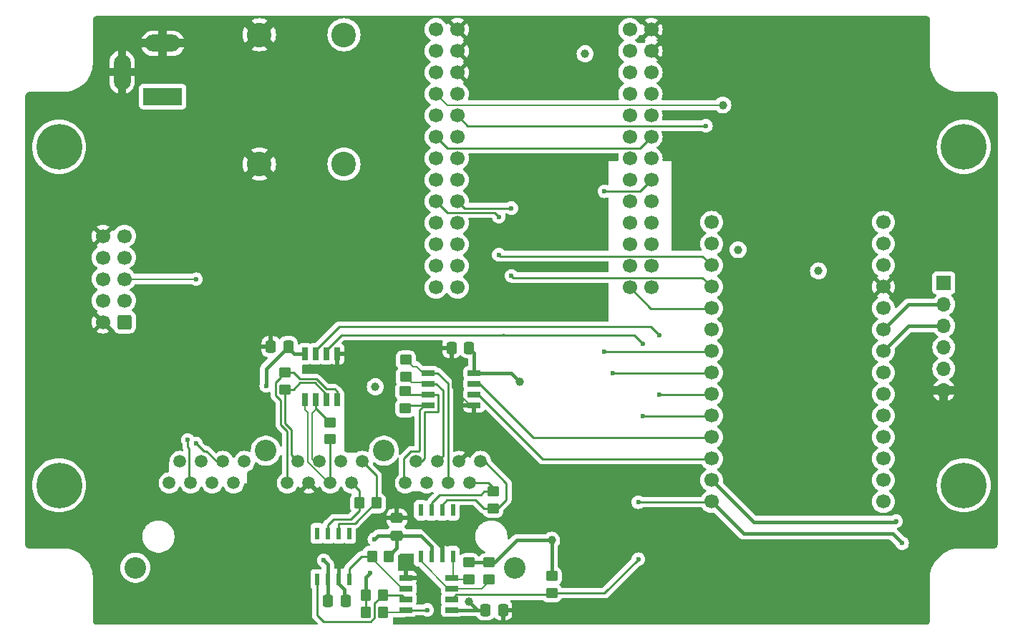
<source format=gbr>
%TF.GenerationSoftware,KiCad,Pcbnew,8.0.0*%
%TF.CreationDate,2024-03-26T17:27:08+01:00*%
%TF.ProjectId,som-exp-host,736f6d2d-6578-4702-9d68-6f73742e6b69,rev?*%
%TF.SameCoordinates,Original*%
%TF.FileFunction,Copper,L4,Bot*%
%TF.FilePolarity,Positive*%
%FSLAX46Y46*%
G04 Gerber Fmt 4.6, Leading zero omitted, Abs format (unit mm)*
G04 Created by KiCad (PCBNEW 8.0.0) date 2024-03-26 17:27:08*
%MOMM*%
%LPD*%
G01*
G04 APERTURE LIST*
G04 Aperture macros list*
%AMRoundRect*
0 Rectangle with rounded corners*
0 $1 Rounding radius*
0 $2 $3 $4 $5 $6 $7 $8 $9 X,Y pos of 4 corners*
0 Add a 4 corners polygon primitive as box body*
4,1,4,$2,$3,$4,$5,$6,$7,$8,$9,$2,$3,0*
0 Add four circle primitives for the rounded corners*
1,1,$1+$1,$2,$3*
1,1,$1+$1,$4,$5*
1,1,$1+$1,$6,$7*
1,1,$1+$1,$8,$9*
0 Add four rect primitives between the rounded corners*
20,1,$1+$1,$2,$3,$4,$5,0*
20,1,$1+$1,$4,$5,$6,$7,0*
20,1,$1+$1,$6,$7,$8,$9,0*
20,1,$1+$1,$8,$9,$2,$3,0*%
G04 Aperture macros list end*
%TA.AperFunction,ComponentPad*%
%ADD10C,5.400000*%
%TD*%
%TA.AperFunction,ComponentPad*%
%ADD11C,2.910000*%
%TD*%
%TA.AperFunction,ComponentPad*%
%ADD12RoundRect,0.250000X0.600000X0.600000X-0.600000X0.600000X-0.600000X-0.600000X0.600000X-0.600000X0*%
%TD*%
%TA.AperFunction,ComponentPad*%
%ADD13C,1.700000*%
%TD*%
%TA.AperFunction,ComponentPad*%
%ADD14R,4.600000X2.000000*%
%TD*%
%TA.AperFunction,ComponentPad*%
%ADD15O,4.200000X2.000000*%
%TD*%
%TA.AperFunction,ComponentPad*%
%ADD16O,2.000000X4.200000*%
%TD*%
%TA.AperFunction,ComponentPad*%
%ADD17R,1.700000X1.700000*%
%TD*%
%TA.AperFunction,ComponentPad*%
%ADD18O,1.700000X1.700000*%
%TD*%
%TA.AperFunction,ComponentPad*%
%ADD19C,1.500000*%
%TD*%
%TA.AperFunction,ComponentPad*%
%ADD20C,2.550000*%
%TD*%
%TA.AperFunction,SMDPad,CuDef*%
%ADD21RoundRect,0.250000X-0.350000X-0.450000X0.350000X-0.450000X0.350000X0.450000X-0.350000X0.450000X0*%
%TD*%
%TA.AperFunction,SMDPad,CuDef*%
%ADD22R,0.650000X1.528000*%
%TD*%
%TA.AperFunction,SMDPad,CuDef*%
%ADD23R,1.528000X0.650000*%
%TD*%
%TA.AperFunction,SMDPad,CuDef*%
%ADD24RoundRect,0.250000X0.337500X0.475000X-0.337500X0.475000X-0.337500X-0.475000X0.337500X-0.475000X0*%
%TD*%
%TA.AperFunction,SMDPad,CuDef*%
%ADD25RoundRect,0.250000X-0.337500X-0.475000X0.337500X-0.475000X0.337500X0.475000X-0.337500X0.475000X0*%
%TD*%
%TA.AperFunction,SMDPad,CuDef*%
%ADD26RoundRect,0.250000X0.350000X0.450000X-0.350000X0.450000X-0.350000X-0.450000X0.350000X-0.450000X0*%
%TD*%
%TA.AperFunction,SMDPad,CuDef*%
%ADD27RoundRect,0.250000X-0.450000X0.350000X-0.450000X-0.350000X0.450000X-0.350000X0.450000X0.350000X0*%
%TD*%
%TA.AperFunction,SMDPad,CuDef*%
%ADD28R,0.558000X1.454899*%
%TD*%
%TA.AperFunction,SMDPad,CuDef*%
%ADD29RoundRect,0.250000X0.450000X-0.350000X0.450000X0.350000X-0.450000X0.350000X-0.450000X-0.350000X0*%
%TD*%
%TA.AperFunction,SMDPad,CuDef*%
%ADD30RoundRect,0.250000X0.475000X-0.337500X0.475000X0.337500X-0.475000X0.337500X-0.475000X-0.337500X0*%
%TD*%
%TA.AperFunction,ViaPad*%
%ADD31C,0.600000*%
%TD*%
%TA.AperFunction,ViaPad*%
%ADD32C,1.000000*%
%TD*%
%TA.AperFunction,Conductor*%
%ADD33C,0.217932*%
%TD*%
%TA.AperFunction,Conductor*%
%ADD34C,0.450000*%
%TD*%
%TA.AperFunction,Conductor*%
%ADD35C,0.200000*%
%TD*%
%TA.AperFunction,Conductor*%
%ADD36C,0.228600*%
%TD*%
G04 APERTURE END LIST*
D10*
%TO.P,H2,1,1*%
%TO.N,unconnected-(H2-Pad1)*%
X197500000Y-66250000D03*
%TD*%
D11*
%TO.P,J3,1,1*%
%TO.N,VIN*%
X124192000Y-68300000D03*
%TO.P,J3,2,2*%
X124192000Y-53000000D03*
%TD*%
%TO.P,J2,1,1*%
%TO.N,GND*%
X114192000Y-68300000D03*
%TO.P,J2,2,2*%
X114192000Y-53000000D03*
%TD*%
D10*
%TO.P,H3,1,1*%
%TO.N,unconnected-(H3-Pad1)*%
X90500000Y-106250000D03*
%TD*%
%TO.P,H4,1,1*%
%TO.N,unconnected-(H4-Pad1)*%
X197500000Y-106250000D03*
%TD*%
D12*
%TO.P,J7,1,Pin_1*%
%TO.N,/JTAG_TCK*%
X98226900Y-86950600D03*
D13*
%TO.P,J7,2,Pin_2*%
%TO.N,GND*%
X95686900Y-86950600D03*
%TO.P,J7,3,Pin_3*%
%TO.N,/JTAG_TDO*%
X98226900Y-84410600D03*
%TO.P,J7,4,Pin_4*%
%TO.N,3V3 FPGA*%
X95686900Y-84410600D03*
%TO.P,J7,5,Pin_5*%
%TO.N,/JTAG_TMS*%
X98226900Y-81870600D03*
%TO.P,J7,6,Pin_6*%
%TO.N,unconnected-(J7-Pin_6-Pad6)*%
X95686900Y-81870600D03*
%TO.P,J7,7,Pin_7*%
%TO.N,unconnected-(J7-Pin_7-Pad7)*%
X98226900Y-79330600D03*
%TO.P,J7,8,Pin_8*%
%TO.N,unconnected-(J7-Pin_8-Pad8)*%
X95686900Y-79330600D03*
%TO.P,J7,9,Pin_9*%
%TO.N,/JTAG_TDI*%
X98226900Y-76790600D03*
%TO.P,J7,10,Pin_10*%
%TO.N,GND*%
X95686900Y-76790600D03*
%TD*%
D14*
%TO.P,J5,1*%
%TO.N,VIN*%
X102750000Y-60300000D03*
D15*
%TO.P,J5,2*%
%TO.N,GND*%
X102750000Y-54000000D03*
D16*
%TO.P,J5,3*%
X97950000Y-57400000D03*
%TD*%
D17*
%TO.P,J6,1,Pin_1*%
%TO.N,3V3 FPGA*%
X195130800Y-82340000D03*
D18*
%TO.P,J6,2,Pin_2*%
%TO.N,/FPGA_GPIO_1*%
X195130800Y-84880000D03*
%TO.P,J6,3,Pin_3*%
%TO.N,/FPGA_GPIO_2*%
X195130800Y-87420000D03*
%TO.P,J6,4,Pin_4*%
%TO.N,/SUT_I2C_SDA*%
X195130800Y-89960000D03*
%TO.P,J6,5,Pin_5*%
%TO.N,/SUT_I2C_SCL*%
X195130800Y-92500000D03*
%TO.P,J6,6,Pin_6*%
%TO.N,GND*%
X195130800Y-95040000D03*
%TD*%
D19*
%TO.P,J1,A1,A1*%
%TO.N,/LVDS_JTAG_TDO_N*%
X103524600Y-105970000D03*
%TO.P,J1,A2,A2*%
%TO.N,/LVDS_JTAG_TDO_P*%
X104794600Y-103430000D03*
%TO.P,J1,A3,A3*%
%TO.N,/LVDS_JTAG_TDI_N*%
X106064600Y-105970000D03*
%TO.P,J1,A4,A4*%
%TO.N,/LVDS_JTAG_TMS_N*%
X107334600Y-103430000D03*
%TO.P,J1,A5,A5*%
%TO.N,/LVDS_JTAG_TMS_P*%
X108604600Y-105970000D03*
%TO.P,J1,A6,A6*%
%TO.N,/LVDS_JTAG_TDI_P*%
X109874600Y-103430000D03*
%TO.P,J1,A7,A7*%
%TO.N,/LVDS_JTAG_TCK_N*%
X111144600Y-105970000D03*
%TO.P,J1,A8,A8*%
%TO.N,/LVDS_JTAG_TCK_P*%
X112414600Y-103430000D03*
%TO.P,J1,B1,B1*%
%TO.N,/RS485_UART_TX_0_P*%
X117494600Y-105970000D03*
%TO.P,J1,B2,B2*%
%TO.N,/RS485_UART_TX_0_N*%
X118764600Y-103430000D03*
%TO.P,J1,B3,B3*%
%TO.N,GND*%
X120034600Y-105970000D03*
%TO.P,J1,B4,B4*%
%TO.N,/RS485_UART_RX_0_N*%
X121304600Y-103430000D03*
%TO.P,J1,B5,B5*%
%TO.N,/RS485_UART_RX_0_P*%
X122574600Y-105970000D03*
%TO.P,J1,B6,B6*%
%TO.N,GND*%
X123844600Y-103430000D03*
%TO.P,J1,B7,B7*%
%TO.N,/CAN_I2C_SDA_N*%
X125114600Y-105970000D03*
%TO.P,J1,B8,B8*%
%TO.N,/CAN_I2C_SDA_P*%
X126384600Y-103430000D03*
%TO.P,J1,C1,C1*%
%TO.N,/RX485_UART_TX_1_P*%
X131464600Y-105970000D03*
%TO.P,J1,C2,C2*%
%TO.N,/RX485_UART_TX_1_N*%
X132734600Y-103430000D03*
%TO.P,J1,C3,C3*%
%TO.N,GND*%
X134004600Y-105970000D03*
%TO.P,J1,C4,C4*%
%TO.N,/RS485_UART_RX_1_N*%
X135274600Y-103430000D03*
%TO.P,J1,C5,C5*%
%TO.N,/RS485_UART_RX_1_P*%
X136544600Y-105970000D03*
%TO.P,J1,C6,C6*%
%TO.N,GND*%
X137814600Y-103430000D03*
%TO.P,J1,C7,C7*%
%TO.N,/CAN_I2C_SCL_N*%
X139084600Y-105970000D03*
%TO.P,J1,C8,C8*%
%TO.N,/CAN_I2C_SCL_P*%
X140354600Y-103430000D03*
D20*
%TO.P,J1,MH3,MH3*%
%TO.N,unconnected-(J1-PadMH3)*%
X99519600Y-116000000D03*
%TO.P,J1,MH4,MH4*%
%TO.N,unconnected-(J1-PadMH4)*%
X144359600Y-116000000D03*
%TO.P,J1,MH5,MH5*%
%TO.N,unconnected-(J1-PadMH5)*%
X114954600Y-102160000D03*
%TO.P,J1,MH6,MH6*%
%TO.N,unconnected-(J1-PadMH6)*%
X128924600Y-102160000D03*
%TD*%
D13*
%TO.P,U2,CN2-1,GND*%
%TO.N,GND*%
X137627000Y-52378000D03*
%TO.P,U2,CN2-2,3V3*%
%TO.N,Net-(U2-3V3-PadCN2-2)*%
X135087000Y-52378000D03*
%TO.P,U2,CN2-3,GND*%
%TO.N,GND*%
X137627000Y-54918000D03*
%TO.P,U2,CN2-4,3V3*%
%TO.N,Net-(U2-3V3-PadCN2-2)*%
X135087000Y-54918000D03*
%TO.P,U2,CN2-5,GND*%
%TO.N,GND*%
X137627000Y-57458000D03*
%TO.P,U2,CN2-6,3V3*%
%TO.N,Net-(U2-3V3-PadCN2-2)*%
X135087000Y-57458000D03*
%TO.P,U2,CN2-7,~{RESET}*%
%TO.N,unconnected-(U2-~{RESET}-PadCN2-7)*%
X137627000Y-59998000D03*
%TO.P,U2,CN2-8,AD0*%
%TO.N,/FTDI_UART_TX_0*%
X135087000Y-59998000D03*
%TO.P,U2,CN2-9,AD1*%
%TO.N,/FTDI_UART_RX_0*%
X137627000Y-62538000D03*
%TO.P,U2,CN2-10,AD2*%
%TO.N,unconnected-(U2-AD2-PadCN2-10)*%
X135087000Y-62538000D03*
%TO.P,U2,CN2-11,AD3*%
%TO.N,unconnected-(U2-AD3-PadCN2-11)*%
X137627000Y-65078000D03*
%TO.P,U2,CN2-12,VIO*%
%TO.N,Net-(U2-3V3-PadCN2-2)*%
X135087000Y-65078000D03*
%TO.P,U2,CN2-13,AD4*%
%TO.N,unconnected-(U2-AD4-PadCN2-13)*%
X137627000Y-67618000D03*
%TO.P,U2,CN2-14,AD5*%
%TO.N,unconnected-(U2-AD5-PadCN2-14)*%
X135087000Y-67618000D03*
%TO.P,U2,CN2-15,AD6*%
%TO.N,unconnected-(U2-AD6-PadCN2-15)*%
X137627000Y-70158000D03*
%TO.P,U2,CN2-16,AD7*%
%TO.N,unconnected-(U2-AD7-PadCN2-16)*%
X135087000Y-70158000D03*
%TO.P,U2,CN2-17,BD0*%
%TO.N,/FTDI_UART_TX_1*%
X137627000Y-72698000D03*
%TO.P,U2,CN2-18,BD1*%
%TO.N,/FTDI_UART_RX_1*%
X135087000Y-72698000D03*
%TO.P,U2,CN2-19,BD2*%
%TO.N,unconnected-(U2-BD2-PadCN2-19)*%
X137627000Y-75238000D03*
%TO.P,U2,CN2-20,BD3*%
%TO.N,unconnected-(U2-BD3-PadCN2-20)*%
X135087000Y-75238000D03*
%TO.P,U2,CN2-21,BD4*%
%TO.N,unconnected-(U2-BD4-PadCN2-21)*%
X137627000Y-77778000D03*
%TO.P,U2,CN2-22,N/A*%
%TO.N,unconnected-(U2-N{slash}A-PadCN2-22)*%
X135087000Y-77778000D03*
%TO.P,U2,CN2-23,BD5*%
%TO.N,unconnected-(U2-BD5-PadCN2-23)*%
X137627000Y-80318000D03*
%TO.P,U2,CN2-24,BD6*%
%TO.N,unconnected-(U2-BD6-PadCN2-24)*%
X135087000Y-80318000D03*
%TO.P,U2,CN2-25,BD7*%
%TO.N,unconnected-(U2-BD7-PadCN2-25)*%
X137627000Y-82858000D03*
%TO.P,U2,CN2-26,~{SUSPEND}*%
%TO.N,unconnected-(U2-~{SUSPEND}-PadCN2-26)*%
X135087000Y-82858000D03*
%TO.P,U2,CN3-1,GND*%
%TO.N,GND*%
X160517000Y-52378000D03*
%TO.P,U2,CN3-2,VBUS*%
%TO.N,unconnected-(U2-VBUS-PadCN3-2)*%
X157977000Y-52378000D03*
%TO.P,U2,CN3-3,GND*%
%TO.N,GND*%
X160517000Y-54918000D03*
%TO.P,U2,CN3-4,VCC*%
%TO.N,VIN*%
X157977000Y-54918000D03*
%TO.P,U2,CN3-5,CLK*%
%TO.N,unconnected-(U2-CLK-PadCN3-5)*%
X160517000Y-57458000D03*
%TO.P,U2,CN3-6,CS*%
%TO.N,unconnected-(U2-CS-PadCN3-6)*%
X157977000Y-57458000D03*
%TO.P,U2,CN3-7,~{PWREN}*%
%TO.N,unconnected-(U2-~{PWREN}-PadCN3-7)*%
X160517000Y-59998000D03*
%TO.P,U2,CN3-8,DATA*%
%TO.N,unconnected-(U2-DATA-PadCN3-8)*%
X157977000Y-59998000D03*
%TO.P,U2,CN3-9,DD6*%
%TO.N,unconnected-(U2-DD6-PadCN3-9)*%
X160517000Y-62538000D03*
%TO.P,U2,CN3-10,DD7*%
%TO.N,unconnected-(U2-DD7-PadCN3-10)*%
X157977000Y-62538000D03*
%TO.P,U2,CN3-11,VIO*%
%TO.N,Net-(U2-3V3-PadCN2-2)*%
X160517000Y-65078000D03*
%TO.P,U2,CN3-12,DD5*%
%TO.N,unconnected-(U2-DD5-PadCN3-12)*%
X157977000Y-65078000D03*
%TO.P,U2,CN3-13,DD3*%
%TO.N,unconnected-(U2-DD3-PadCN3-13)*%
X160517000Y-67618000D03*
%TO.P,U2,CN3-14,DD4*%
%TO.N,unconnected-(U2-DD4-PadCN3-14)*%
X157977000Y-67618000D03*
%TO.P,U2,CN3-15,DD1*%
%TO.N,/FTDI_UART_CMD_RX*%
X160517000Y-70158000D03*
%TO.P,U2,CN3-16,DD2*%
%TO.N,unconnected-(U2-DD2-PadCN3-16)*%
X157977000Y-70158000D03*
%TO.P,U2,CN3-17,CD7*%
%TO.N,unconnected-(U2-CD7-PadCN3-17)*%
X160517000Y-72698000D03*
%TO.P,U2,CN3-18,DD0*%
%TO.N,/FTDI_UART_CMD_TX*%
X157977000Y-72698000D03*
%TO.P,U2,CN3-19,CD5*%
%TO.N,unconnected-(U2-CD5-PadCN3-19)*%
X160517000Y-75238000D03*
%TO.P,U2,CN3-20,CD6*%
%TO.N,unconnected-(U2-CD6-PadCN3-20)*%
X157977000Y-75238000D03*
%TO.P,U2,CN3-21,VIO*%
%TO.N,Net-(U2-3V3-PadCN2-2)*%
X160517000Y-77778000D03*
%TO.P,U2,CN3-22,CD4*%
%TO.N,unconnected-(U2-CD4-PadCN3-22)*%
X157977000Y-77778000D03*
%TO.P,U2,CN3-23,CD2*%
%TO.N,unconnected-(U2-CD2-PadCN3-23)*%
X160517000Y-80318000D03*
%TO.P,U2,CN3-24,CD3*%
%TO.N,unconnected-(U2-CD3-PadCN3-24)*%
X157977000Y-80318000D03*
%TO.P,U2,CN3-25,CD0*%
%TO.N,/FTDI_UART_CURR_TX*%
X160517000Y-82858000D03*
%TO.P,U2,CN3-26,CD1*%
%TO.N,/FTDI_UART_CURR_RX*%
X157977000Y-82858000D03*
%TD*%
%TO.P,U1,1,C20*%
%TO.N,/FTDI_UART_RX_0*%
X167680000Y-75160000D03*
%TO.P,U1,2,V20*%
%TO.N,/FTDI_UART_TX_0*%
X167680000Y-77700000D03*
%TO.P,U1,3,V19*%
%TO.N,/FTDI_UART_RX_1*%
X167680000Y-80240000D03*
%TO.P,U1,4,T19*%
%TO.N,/FTDI_UART_TX_1*%
X167680000Y-82780000D03*
%TO.P,U1,5,U19*%
%TO.N,/FTDI_UART_CURR_RX*%
X167680000Y-85320000D03*
%TO.P,U1,6,T20*%
%TO.N,/FTDI_UART_CURR_TX*%
X167680000Y-87860000D03*
%TO.P,U1,7,P20*%
%TO.N,/FTDI_UART_CMD_RX*%
X167680000Y-90400000D03*
%TO.P,U1,8,R20*%
%TO.N,/FTDI_UART_CMD_TX*%
X167680000Y-92940000D03*
%TO.P,U1,9,R15*%
%TO.N,/SUT_UART_RX_0*%
X167680000Y-95480000D03*
%TO.P,U1,10,N20*%
%TO.N,/SUT_UART_TX_0*%
X167680000Y-98020000D03*
%TO.P,U1,11,M19*%
%TO.N,/SUT_UART_RX_1*%
X167680000Y-100560000D03*
%TO.P,U1,12,M17*%
%TO.N,/SUT_UART_TX_1*%
X167680000Y-103100000D03*
%TO.P,U1,13,H17*%
%TO.N,/SUT_I2C_SDA*%
X167680000Y-105640000D03*
%TO.P,U1,14,G18*%
%TO.N,/SUT_I2C_SCL*%
X167680000Y-108180000D03*
%TO.P,U1,15,H19*%
%TO.N,unconnected-(U1-H19-Pad15)*%
X188000000Y-108180000D03*
%TO.P,U1,16,L19*%
%TO.N,unconnected-(U1-L19-Pad16)*%
X188000000Y-105640000D03*
%TO.P,U1,17,L20*%
%TO.N,unconnected-(U1-L20-Pad17)*%
X188000000Y-103100000D03*
%TO.P,U1,18,P15*%
%TO.N,unconnected-(U1-P15-Pad18)*%
X188000000Y-100560000D03*
%TO.P,U1,19,N15*%
%TO.N,unconnected-(U1-N15-Pad19)*%
X188000000Y-98020000D03*
%TO.P,U1,20,A20*%
%TO.N,unconnected-(U1-A20-Pad20)*%
X188000000Y-95480000D03*
%TO.P,U1,21,A19*%
%TO.N,unconnected-(U1-A19-Pad21)*%
X188000000Y-92940000D03*
%TO.P,U1,22,F18*%
%TO.N,/FPGA_GPIO_2*%
X188000000Y-90400000D03*
%TO.P,U1,23,G16*%
%TO.N,/FPGA_GPIO_1*%
X188000000Y-87860000D03*
%TO.P,U1,24,~{RESET}*%
%TO.N,unconnected-(U1-~{RESET}-Pad24)*%
X188000000Y-85320000D03*
%TO.P,U1,25,GND*%
%TO.N,GND*%
X188000000Y-82780000D03*
%TO.P,U1,26,3V3*%
%TO.N,3V3 FPGA*%
X188000000Y-80240000D03*
%TO.P,U1,27,VIN*%
%TO.N,VIN*%
X188000000Y-77700000D03*
%TO.P,U1,28,5V*%
%TO.N,unconnected-(U1-5V-Pad28)*%
X188000000Y-75160000D03*
%TD*%
D10*
%TO.P,H1,1,1*%
%TO.N,unconnected-(H1-Pad1)*%
X90500000Y-66250000D03*
%TD*%
D21*
%TO.P,R19,1*%
%TO.N,3V3 FPGA*%
X126769200Y-121244000D03*
%TO.P,R19,2*%
%TO.N,/SUT_I2C_SDA*%
X128769200Y-121244000D03*
%TD*%
D22*
%TO.P,U9,1,VCC*%
%TO.N,3V3 FPGA*%
X119570400Y-90727100D03*
%TO.P,U9,2,R*%
%TO.N,/SUT_UART_RX_0*%
X120840400Y-90727100D03*
%TO.P,U9,3,D*%
%TO.N,/SUT_UART_TX_0*%
X122110400Y-90727100D03*
%TO.P,U9,4,GND*%
%TO.N,GND*%
X123380400Y-90727100D03*
%TO.P,U9,5,Y*%
%TO.N,/RS485_UART_TX_0_P*%
X123380400Y-96149100D03*
%TO.P,U9,6,Z*%
%TO.N,/RS485_UART_TX_0_N*%
X122110400Y-96149100D03*
%TO.P,U9,7,B*%
%TO.N,/RS485_UART_RX_0_N*%
X120840400Y-96149100D03*
%TO.P,U9,8,A*%
%TO.N,/RS485_UART_RX_0_P*%
X119570400Y-96149100D03*
%TD*%
D23*
%TO.P,U5,1,VCC*%
%TO.N,3V3 FPGA*%
X139592600Y-92984000D03*
%TO.P,U5,2,R*%
%TO.N,/SUT_UART_RX_1*%
X139592600Y-94254000D03*
%TO.P,U5,3,D*%
%TO.N,/SUT_UART_TX_1*%
X139592600Y-95524000D03*
%TO.P,U5,4,GND*%
%TO.N,GND*%
X139592600Y-96794000D03*
%TO.P,U5,5,Y*%
%TO.N,/RX485_UART_TX_1_P*%
X134170600Y-96794000D03*
%TO.P,U5,6,Z*%
%TO.N,/RX485_UART_TX_1_N*%
X134170600Y-95524000D03*
%TO.P,U5,7,B*%
%TO.N,/RS485_UART_RX_1_N*%
X134170600Y-94254000D03*
%TO.P,U5,8,A*%
%TO.N,/RS485_UART_RX_1_P*%
X134170600Y-92984000D03*
%TD*%
D24*
%TO.P,C8,1*%
%TO.N,3V3 FPGA*%
X139000000Y-90000000D03*
%TO.P,C8,2*%
%TO.N,GND*%
X136925000Y-90000000D03*
%TD*%
D25*
%TO.P,C11,1*%
%TO.N,3V3 FPGA*%
X122289800Y-119930000D03*
%TO.P,C11,2*%
%TO.N,GND*%
X124364800Y-119930000D03*
%TD*%
D26*
%TO.P,R15,1*%
%TO.N,3V3 FPGA*%
X129501800Y-114634548D03*
%TO.P,R15,2*%
%TO.N,Net-(U10-TX)*%
X127501800Y-114634548D03*
%TD*%
D27*
%TO.P,R18,1*%
%TO.N,3V3 FPGA*%
X141312800Y-115383200D03*
%TO.P,R18,2*%
%TO.N,Net-(U10-RY)*%
X141312800Y-117383200D03*
%TD*%
D28*
%TO.P,U12,1,D*%
%TO.N,Net-(U10-TY)*%
X137071000Y-114647096D03*
%TO.P,U12,2,GND*%
%TO.N,GND*%
X135801000Y-114647096D03*
%TO.P,U12,3,VCC*%
%TO.N,3V3 FPGA*%
X134531000Y-114647096D03*
%TO.P,U12,4,R*%
%TO.N,Net-(U10-RY)*%
X133261000Y-114647096D03*
%TO.P,U12,5,NC*%
%TO.N,unconnected-(U12-NC-Pad5)*%
X133261000Y-109204400D03*
%TO.P,U12,6,CANL*%
%TO.N,/CAN_I2C_SCL_N*%
X134531000Y-109204400D03*
%TO.P,U12,7,CANH*%
%TO.N,/CAN_I2C_SCL_P*%
X135801000Y-109204400D03*
%TO.P,U12,8,NC*%
%TO.N,unconnected-(U12-NC-Pad8)*%
X137071000Y-109204400D03*
%TD*%
D24*
%TO.P,C9,1*%
%TO.N,3V3 FPGA*%
X117612500Y-89862500D03*
%TO.P,C9,2*%
%TO.N,GND*%
X115537500Y-89862500D03*
%TD*%
D21*
%TO.P,R16,1*%
%TO.N,3V3 FPGA*%
X126769200Y-119220600D03*
%TO.P,R16,2*%
%TO.N,Net-(U10-RX)*%
X128769200Y-119220600D03*
%TD*%
D29*
%TO.P,R9,1*%
%TO.N,/RS485_UART_TX_0_N*%
X117179400Y-94910600D03*
%TO.P,R9,2*%
%TO.N,/RS485_UART_TX_0_P*%
X117179400Y-92910600D03*
%TD*%
D27*
%TO.P,R20,1*%
%TO.N,3V3 FPGA*%
X148750000Y-117000000D03*
%TO.P,R20,2*%
%TO.N,/SUT_I2C_SCL*%
X148750000Y-119000000D03*
%TD*%
D30*
%TO.P,C10,1*%
%TO.N,3V3 FPGA*%
X130439800Y-112205000D03*
%TO.P,C10,2*%
%TO.N,GND*%
X130439800Y-110130000D03*
%TD*%
D27*
%TO.P,R17,1*%
%TO.N,3V3 FPGA*%
X139001400Y-115383200D03*
%TO.P,R17,2*%
%TO.N,Net-(U10-TY)*%
X139001400Y-117383200D03*
%TD*%
%TO.P,R12,1*%
%TO.N,/RS485_UART_RX_1_P*%
X131506000Y-91425200D03*
%TO.P,R12,2*%
%TO.N,/RS485_UART_RX_1_N*%
X131506000Y-93425200D03*
%TD*%
D26*
%TO.P,R13,1*%
%TO.N,/CAN_I2C_SDA_P*%
X128019200Y-108360600D03*
%TO.P,R13,2*%
%TO.N,/CAN_I2C_SDA_N*%
X126019200Y-108360600D03*
%TD*%
D29*
%TO.P,R14,1*%
%TO.N,/CAN_I2C_SCL_P*%
X141819200Y-109010600D03*
%TO.P,R14,2*%
%TO.N,/CAN_I2C_SCL_N*%
X141819200Y-107010600D03*
%TD*%
D28*
%TO.P,U11,1,D*%
%TO.N,Net-(U10-TX)*%
X124829200Y-117393296D03*
%TO.P,U11,2,GND*%
%TO.N,GND*%
X123559200Y-117393296D03*
%TO.P,U11,3,VCC*%
%TO.N,3V3 FPGA*%
X122289200Y-117393296D03*
%TO.P,U11,4,R*%
%TO.N,Net-(U10-RX)*%
X121019200Y-117393296D03*
%TO.P,U11,5,NC*%
%TO.N,unconnected-(U11-NC-Pad5)*%
X121019200Y-111950600D03*
%TO.P,U11,6,CANL*%
%TO.N,/CAN_I2C_SDA_N*%
X122289200Y-111950600D03*
%TO.P,U11,7,CANH*%
%TO.N,/CAN_I2C_SDA_P*%
X123559200Y-111950600D03*
%TO.P,U11,8,NC*%
%TO.N,unconnected-(U11-NC-Pad8)*%
X124829200Y-111950600D03*
%TD*%
D29*
%TO.P,R10,1*%
%TO.N,/RS485_UART_RX_0_P*%
X122500000Y-100800000D03*
%TO.P,R10,2*%
%TO.N,/RS485_UART_RX_0_N*%
X122500000Y-98800000D03*
%TD*%
D27*
%TO.P,R11,1*%
%TO.N,/RX485_UART_TX_1_N*%
X131439200Y-95133600D03*
%TO.P,R11,2*%
%TO.N,/RX485_UART_TX_1_P*%
X131439200Y-97133600D03*
%TD*%
D23*
%TO.P,U10,1,SX*%
%TO.N,/SUT_I2C_SDA*%
X131496600Y-120990000D03*
%TO.P,U10,2,RX*%
%TO.N,Net-(U10-RX)*%
X131496600Y-119720000D03*
%TO.P,U10,3,TX*%
%TO.N,Net-(U10-TX)*%
X131496600Y-118450000D03*
%TO.P,U10,4,GND*%
%TO.N,GND*%
X131496600Y-117180000D03*
%TO.P,U10,5,TY*%
%TO.N,Net-(U10-TY)*%
X136918600Y-117180000D03*
%TO.P,U10,6,RY*%
%TO.N,Net-(U10-RY)*%
X136918600Y-118450000D03*
%TO.P,U10,7,SY*%
%TO.N,/SUT_I2C_SCL*%
X136918600Y-119720000D03*
%TO.P,U10,8,VCC*%
%TO.N,3V3 FPGA*%
X136918600Y-120990000D03*
%TD*%
D25*
%TO.P,C12,1*%
%TO.N,3V3 FPGA*%
X140925000Y-121000000D03*
%TO.P,C12,2*%
%TO.N,GND*%
X143000000Y-121000000D03*
%TD*%
D31*
%TO.N,/SUT_UART_TX_0*%
X159500000Y-89500000D03*
X159500000Y-98100000D03*
%TO.N,/SUT_UART_RX_0*%
X161500000Y-88500000D03*
X161524600Y-95524600D03*
%TO.N,3V3 FPGA*%
X121789800Y-115130000D03*
D32*
X145000000Y-94000000D03*
X148750000Y-112750000D03*
X180298800Y-80904600D03*
D31*
X115000000Y-94500000D03*
X127789800Y-112630000D03*
D32*
X127900000Y-94600000D03*
D31*
X127289800Y-116630000D03*
D32*
X139000000Y-120014300D03*
D31*
%TO.N,/SUT_I2C_SDA*%
X134050000Y-121000000D03*
X189500000Y-110500000D03*
%TO.N,/LVDS_JTAG_TDI_N*%
X105709792Y-100889166D03*
%TO.N,/LVDS_JTAG_TDI_P*%
X106700000Y-101300000D03*
%TO.N,/SUT_I2C_SCL*%
X159000000Y-115000000D03*
X190200000Y-113100000D03*
X159000000Y-108250000D03*
%TO.N,/FTDI_UART_RX_1*%
X142500000Y-79000000D03*
X142500000Y-74500000D03*
%TO.N,/FTDI_UART_CMD_TX*%
X156000000Y-93000000D03*
%TO.N,/FTDI_UART_CMD_RX*%
X155000000Y-90500000D03*
X155000000Y-71500000D03*
%TO.N,/FTDI_UART_RX_0*%
X167000000Y-63750000D03*
D32*
%TO.N,/FTDI_UART_TX_0*%
X169000000Y-61300000D03*
D31*
%TO.N,/FTDI_UART_TX_1*%
X144000000Y-81500000D03*
X144000000Y-73500000D03*
D32*
%TO.N,GND*%
X125500000Y-100750000D03*
X169700000Y-114950000D03*
X147500000Y-60000000D03*
X131400000Y-108200000D03*
X114200000Y-97400000D03*
D31*
X125069400Y-77400600D03*
D32*
X174798800Y-61404600D03*
D31*
X108700000Y-75700000D03*
X108214400Y-90439200D03*
D32*
X150000000Y-72000000D03*
X112950000Y-108950000D03*
X131500000Y-114900000D03*
X139250000Y-98700000D03*
X94500000Y-97600000D03*
D31*
X125500000Y-91900000D03*
D32*
X175300000Y-98800000D03*
X115500000Y-87000000D03*
X142000000Y-72000000D03*
D31*
X101000000Y-90314200D03*
D32*
%TO.N,VIN*%
X170798800Y-78404600D03*
X152700000Y-55250000D03*
D31*
%TO.N,/JTAG_TMS*%
X106700000Y-81900000D03*
%TD*%
D33*
%TO.N,/SUT_UART_TX_0*%
X122110400Y-90290168D02*
X123900568Y-88500000D01*
X122110400Y-90727100D02*
X122110400Y-90290168D01*
X158500000Y-88500000D02*
X159500000Y-89500000D01*
X159600000Y-98100000D02*
X159635400Y-98064600D01*
X167635400Y-98064600D02*
X167680000Y-98020000D01*
X142900000Y-88500000D02*
X143000000Y-88400000D01*
X159500000Y-98100000D02*
X159600000Y-98100000D01*
X143100000Y-88500000D02*
X158500000Y-88500000D01*
X143000000Y-88400000D02*
X143100000Y-88500000D01*
X123900568Y-88500000D02*
X142900000Y-88500000D01*
X159635400Y-98064600D02*
X167635400Y-98064600D01*
%TO.N,/SUT_UART_RX_0*%
X123628500Y-87500000D02*
X160500000Y-87500000D01*
X167635400Y-95524600D02*
X167680000Y-95480000D01*
X160500000Y-87500000D02*
X161500000Y-88500000D01*
X161524600Y-95524600D02*
X167635400Y-95524600D01*
X120840400Y-90727100D02*
X120840400Y-90288100D01*
X120840400Y-90288100D02*
X123628500Y-87500000D01*
%TO.N,/SUT_UART_RX_1*%
X146604600Y-100604600D02*
X167635400Y-100604600D01*
X167635400Y-100604600D02*
X167680000Y-100560000D01*
X139592600Y-94254000D02*
X140254000Y-94254000D01*
X140254000Y-94254000D02*
X146604600Y-100604600D01*
%TO.N,/SUT_UART_TX_1*%
X139592600Y-95524000D02*
X140031600Y-95524000D01*
X167635400Y-103144600D02*
X167680000Y-103100000D01*
X140031600Y-95524000D02*
X147652200Y-103144600D01*
X147652200Y-103144600D02*
X167635400Y-103144600D01*
D34*
%TO.N,3V3 FPGA*%
X142012800Y-115383200D02*
X144646000Y-112750000D01*
X139592600Y-92984000D02*
X143984000Y-92984000D01*
X126769200Y-117150600D02*
X127289800Y-116630000D01*
X115000000Y-92475000D02*
X115000000Y-94500000D01*
X128214800Y-112205000D02*
X127789800Y-112630000D01*
X117612500Y-89862500D02*
X115000000Y-92475000D01*
X134531000Y-113469647D02*
X134531000Y-114647096D01*
X140925000Y-121000000D02*
X139985700Y-121000000D01*
X141312800Y-115383200D02*
X142012800Y-115383200D01*
X130439800Y-112205000D02*
X130439800Y-113696548D01*
X133266353Y-112205000D02*
X134531000Y-113469647D01*
X118302100Y-90727100D02*
X117437500Y-89862500D01*
X119570400Y-90727100D02*
X118302100Y-90727100D01*
X130439800Y-113696548D02*
X129501800Y-114634548D01*
D33*
X126769200Y-119220600D02*
X126769200Y-121244000D01*
D34*
X139001400Y-115383200D02*
X141312800Y-115383200D01*
X122289200Y-117393296D02*
X122289200Y-119929400D01*
X136918600Y-120990000D02*
X140915000Y-120990000D01*
X126769200Y-119220600D02*
X126769200Y-117150600D01*
X122289200Y-119929400D02*
X122289800Y-119930000D01*
X143984000Y-92984000D02*
X145000000Y-94000000D01*
X144646000Y-112750000D02*
X148750000Y-112750000D01*
X130439800Y-112205000D02*
X133266353Y-112205000D01*
X148750000Y-112750000D02*
X148750000Y-117000000D01*
X140915000Y-120990000D02*
X140925000Y-121000000D01*
X122289200Y-115629400D02*
X121789800Y-115130000D01*
X139592600Y-90592600D02*
X139000000Y-90000000D01*
X130439800Y-112205000D02*
X128214800Y-112205000D01*
X139592600Y-92984000D02*
X139592600Y-90592600D01*
X139985700Y-121000000D02*
X139000000Y-120014300D01*
X122289200Y-117393296D02*
X122289200Y-115629400D01*
D35*
%TO.N,/SUT_I2C_SDA*%
X131242600Y-121244000D02*
X131496600Y-120990000D01*
D33*
X131496600Y-120990000D02*
X134040000Y-120990000D01*
D34*
X172640000Y-110600000D02*
X167680000Y-105640000D01*
D35*
X128765200Y-121244000D02*
X131242600Y-121244000D01*
D33*
X134040000Y-120990000D02*
X134050000Y-121000000D01*
D34*
X189400000Y-110600000D02*
X172640000Y-110600000D01*
X189500000Y-110500000D02*
X189400000Y-110600000D01*
D35*
%TO.N,/RS485_UART_RX_1_N*%
X132180800Y-94100000D02*
X134016600Y-94100000D01*
D33*
X135900000Y-95065400D02*
X135900000Y-102804600D01*
X135900000Y-102804600D02*
X135274600Y-103430000D01*
X134170600Y-94254000D02*
X135088600Y-94254000D01*
X135088600Y-94254000D02*
X135900000Y-95065400D01*
D35*
X131506000Y-93425200D02*
X132180800Y-94100000D01*
X134016600Y-94100000D02*
X134170600Y-94254000D01*
D33*
%TO.N,/RX485_UART_TX_1_N*%
X135332068Y-97550000D02*
X133720600Y-97550000D01*
X134170600Y-95524000D02*
X135332068Y-95524000D01*
X131829600Y-95524000D02*
X134170600Y-95524000D01*
X133720600Y-97550000D02*
X133720600Y-103077603D01*
X135332068Y-95524000D02*
X135332068Y-97550000D01*
X133368203Y-103430000D02*
X132734600Y-103430000D01*
X133720600Y-103077603D02*
X133368203Y-103430000D01*
X131439200Y-95133600D02*
X131829600Y-95524000D01*
%TO.N,/LVDS_JTAG_TDI_N*%
X105900000Y-101927903D02*
X105900000Y-105805400D01*
X105900000Y-105805400D02*
X106064600Y-105970000D01*
X105709792Y-100889166D02*
X105709792Y-101737695D01*
X105709792Y-101737695D02*
X105900000Y-101927903D01*
D35*
%TO.N,/RS485_UART_RX_0_P*%
X119900000Y-97624701D02*
X119900000Y-103528875D01*
D33*
X122500000Y-100800000D02*
X122500000Y-105895400D01*
D35*
X119570400Y-97295101D02*
X119900000Y-97624701D01*
X122341125Y-105970000D02*
X122574600Y-105970000D01*
X119570400Y-96149100D02*
X119570400Y-97295101D01*
X119900000Y-103528875D02*
X122341125Y-105970000D01*
D33*
X122500000Y-105895400D02*
X122574600Y-105970000D01*
%TO.N,/CAN_I2C_SDA_P*%
X128019200Y-108360600D02*
X127889400Y-108360600D01*
X128019200Y-108360600D02*
X128019200Y-105064600D01*
X123559200Y-110750000D02*
X123559200Y-111950600D01*
X128019200Y-105064600D02*
X126384600Y-103430000D01*
X125500000Y-110750000D02*
X123559200Y-110750000D01*
X127889400Y-108360600D02*
X125500000Y-110750000D01*
%TO.N,/CAN_I2C_SDA_N*%
X122989800Y-110250000D02*
X122289200Y-110950600D01*
X125000000Y-110250000D02*
X122989800Y-110250000D01*
X126019200Y-109230800D02*
X125000000Y-110250000D01*
X126019200Y-108360600D02*
X126019200Y-109230800D01*
X122289200Y-110950600D02*
X122289200Y-111950600D01*
X126019200Y-106874600D02*
X125114600Y-105970000D01*
X126019200Y-108360600D02*
X126019200Y-106874600D01*
%TO.N,/CAN_I2C_SCL_P*%
X141819200Y-109010600D02*
X142339400Y-109010600D01*
X139758599Y-108000000D02*
X140769199Y-109010600D01*
X142339400Y-109010600D02*
X143400000Y-107950000D01*
X140769199Y-109010600D02*
X141819200Y-109010600D01*
X143400000Y-106000000D02*
X140830000Y-103430000D01*
X135801000Y-108570797D02*
X136371797Y-108000000D01*
X140830000Y-103430000D02*
X140354600Y-103430000D01*
X135801000Y-109204400D02*
X135801000Y-108570797D01*
X143400000Y-107950000D02*
X143400000Y-106000000D01*
X136371797Y-108000000D02*
X139758599Y-108000000D01*
%TO.N,/RS485_UART_TX_0_P*%
X118229401Y-92910600D02*
X117179400Y-92910600D01*
X116729400Y-99090199D02*
X117494600Y-99855399D01*
X117179400Y-92910600D02*
X116729400Y-93360600D01*
X119004401Y-93685600D02*
X118229401Y-92910600D01*
X116100000Y-95600000D02*
X116729400Y-96229400D01*
X116729400Y-96229400D02*
X116729400Y-99090199D01*
X116729400Y-93470600D02*
X116100000Y-94100000D01*
X120916900Y-93685600D02*
X119004401Y-93685600D01*
X123100000Y-94900000D02*
X122131300Y-94900000D01*
X116729400Y-93360600D02*
X116729400Y-93470600D01*
X123400000Y-96129500D02*
X123400000Y-95200000D01*
X122131300Y-94900000D02*
X120916900Y-93685600D01*
X117494600Y-99855399D02*
X117494600Y-105970000D01*
X123400000Y-95200000D02*
X123100000Y-94900000D01*
X123380400Y-96149100D02*
X123400000Y-96129500D01*
X116100000Y-94100000D02*
X116100000Y-95600000D01*
D35*
%TO.N,/RS485_UART_RX_1_P*%
X133536997Y-92984000D02*
X134170600Y-92984000D01*
X132381000Y-92200200D02*
X132753197Y-92200200D01*
D33*
X135284000Y-92984000D02*
X136500000Y-94200000D01*
D35*
X131606000Y-91425200D02*
X132381000Y-92200200D01*
X131506000Y-91425200D02*
X131606000Y-91425200D01*
D33*
X134170600Y-92984000D02*
X135284000Y-92984000D01*
D35*
X132753197Y-92200200D02*
X133536997Y-92984000D01*
D33*
X136500000Y-105925400D02*
X136544600Y-105970000D01*
X136500000Y-94200000D02*
X136500000Y-105925400D01*
%TO.N,/LVDS_JTAG_TDI_P*%
X107900000Y-102200000D02*
X109130000Y-103430000D01*
X109130000Y-103430000D02*
X109874600Y-103430000D01*
X107600000Y-102200000D02*
X107900000Y-102200000D01*
X106700000Y-101300000D02*
X107600000Y-102200000D01*
%TO.N,/RS485_UART_RX_0_N*%
X122500000Y-98800000D02*
X120840400Y-97140400D01*
D35*
X120430400Y-103189403D02*
X120670997Y-103430000D01*
X120840400Y-96149100D02*
X120840400Y-97295101D01*
X120430400Y-97705101D02*
X120430400Y-103189403D01*
D33*
X120840400Y-97140400D02*
X120840400Y-96149100D01*
D35*
X120670997Y-103430000D02*
X121304600Y-103430000D01*
X120840400Y-97295101D02*
X120430400Y-97705101D01*
D33*
%TO.N,/RS485_UART_TX_0_N*%
X122110400Y-95515497D02*
X120730503Y-94135600D01*
X122110400Y-96149100D02*
X122110400Y-95515497D01*
X117179400Y-98903801D02*
X118000000Y-99724401D01*
X119004401Y-94135600D02*
X118229401Y-94910600D01*
X117179400Y-94910600D02*
X117179400Y-98903801D01*
X120730503Y-94135600D02*
X119004401Y-94135600D01*
X118000000Y-102665400D02*
X118764600Y-103430000D01*
X118000000Y-99724401D02*
X118000000Y-102665400D01*
X118229401Y-94910600D02*
X117179400Y-94910600D01*
D36*
%TO.N,/SUT_I2C_SCL*%
X148550000Y-119200000D02*
X148750000Y-119000000D01*
X159025400Y-108224600D02*
X167635400Y-108224600D01*
D34*
X171450000Y-111950000D02*
X167680000Y-108180000D01*
D36*
X159000000Y-115000000D02*
X155000000Y-119000000D01*
D34*
X190200000Y-113100000D02*
X189050000Y-111950000D01*
D36*
X137438600Y-119200000D02*
X148550000Y-119200000D01*
X136918600Y-119720000D02*
X137438600Y-119200000D01*
D34*
X189050000Y-111950000D02*
X171450000Y-111950000D01*
D36*
X167635400Y-108224600D02*
X167680000Y-108180000D01*
X155000000Y-119000000D02*
X148750000Y-119000000D01*
D34*
X159000000Y-108250000D02*
X159025400Y-108224600D01*
%TO.N,/FPGA_GPIO_2*%
X190980000Y-87420000D02*
X188000000Y-90400000D01*
X195130800Y-87420000D02*
X190980000Y-87420000D01*
%TO.N,/FPGA_GPIO_1*%
X195130800Y-84880000D02*
X190980000Y-84880000D01*
X190980000Y-84880000D02*
X188000000Y-87860000D01*
D33*
%TO.N,/FTDI_UART_RX_1*%
X142500000Y-74500000D02*
X142000000Y-74000000D01*
X136389000Y-74000000D02*
X135087000Y-72698000D01*
X142659034Y-79159034D02*
X142500000Y-79000000D01*
X166599034Y-79159034D02*
X142659034Y-79159034D01*
X167680000Y-80240000D02*
X166599034Y-79159034D01*
X142000000Y-74000000D02*
X136389000Y-74000000D01*
%TO.N,/FTDI_UART_CMD_TX*%
X167635400Y-92984600D02*
X167680000Y-92940000D01*
X156000000Y-93000000D02*
X156015400Y-92984600D01*
X156015400Y-92984600D02*
X167635400Y-92984600D01*
%TO.N,/FTDI_UART_CMD_RX*%
X155000000Y-71500000D02*
X159175000Y-71500000D01*
X167635400Y-90444600D02*
X155055400Y-90444600D01*
X159175000Y-71500000D02*
X160517000Y-70158000D01*
X155055400Y-90444600D02*
X155000000Y-90500000D01*
X167680000Y-90400000D02*
X167635400Y-90444600D01*
%TO.N,/FTDI_UART_RX_0*%
X167000000Y-63750000D02*
X138839000Y-63750000D01*
X138839000Y-63750000D02*
X137627000Y-62538000D01*
D35*
%TO.N,/FTDI_UART_TX_0*%
X169000000Y-61300000D02*
X136389000Y-61300000D01*
X136389000Y-61300000D02*
X135087000Y-59998000D01*
D33*
%TO.N,/FTDI_UART_CURR_RX*%
X167680000Y-85320000D02*
X167635400Y-85364600D01*
X160483600Y-85364600D02*
X157977000Y-82858000D01*
X167635400Y-85364600D02*
X160483600Y-85364600D01*
%TO.N,/FTDI_UART_TX_1*%
X144199034Y-81699034D02*
X144000000Y-81500000D01*
X144000000Y-73500000D02*
X138429000Y-73500000D01*
X166599034Y-81699034D02*
X144199034Y-81699034D01*
X138429000Y-73500000D02*
X137627000Y-72698000D01*
X167680000Y-82780000D02*
X166599034Y-81699034D01*
D34*
%TO.N,GND*%
X115500000Y-87000000D02*
X115500000Y-89650000D01*
X124327100Y-90727100D02*
X123380400Y-90727100D01*
X139592600Y-96794000D02*
X139592600Y-98357400D01*
X124200000Y-118545745D02*
X124200000Y-119765200D01*
X123559200Y-114840800D02*
X123800000Y-114600000D01*
X125500000Y-91900000D02*
X124327100Y-90727100D01*
X123559200Y-117393296D02*
X123559200Y-117904945D01*
X131500000Y-114900000D02*
X131496600Y-114903400D01*
X139592600Y-98357400D02*
X139400000Y-98550000D01*
D35*
X137053700Y-90128700D02*
X137053700Y-94674100D01*
D34*
X123559200Y-117904945D02*
X124200000Y-118545745D01*
X135801000Y-113641200D02*
X135801000Y-114647096D01*
D35*
X136925000Y-90000000D02*
X137053700Y-90128700D01*
D34*
X131496600Y-114903400D02*
X131496600Y-117180000D01*
X115500000Y-89650000D02*
X115712500Y-89862500D01*
D35*
X139173600Y-96794000D02*
X139592600Y-96794000D01*
D34*
X124200000Y-119765200D02*
X124364800Y-119930000D01*
X123559200Y-117393296D02*
X123559200Y-114840800D01*
X130439800Y-110130000D02*
X132289800Y-110130000D01*
D35*
X137053700Y-94674100D02*
X139173600Y-96794000D01*
D34*
X132289800Y-110130000D02*
X135801000Y-113641200D01*
D33*
%TO.N,/CAN_I2C_SCL_N*%
X134531000Y-109204400D02*
X134531000Y-108345951D01*
X134531000Y-108345951D02*
X135476951Y-107400000D01*
X141819200Y-106519200D02*
X141270000Y-105970000D01*
X140769199Y-107010600D02*
X141819200Y-107010600D01*
X141819200Y-107010600D02*
X141819200Y-106519200D01*
X135476951Y-107400000D02*
X140379799Y-107400000D01*
X141270000Y-105970000D02*
X139084600Y-105970000D01*
X140379799Y-107400000D02*
X140769199Y-107010600D01*
%TO.N,/RX485_UART_TX_1_P*%
X134170600Y-96794000D02*
X133709232Y-96794000D01*
X133150000Y-102139525D02*
X133039525Y-102250000D01*
X132100000Y-102250000D02*
X131300000Y-103050000D01*
X131439200Y-97133600D02*
X131778800Y-96794000D01*
X131300000Y-103050000D02*
X131300000Y-105805400D01*
X131778800Y-96794000D02*
X134170600Y-96794000D01*
X133150000Y-97353232D02*
X133150000Y-102139525D01*
X133039525Y-102250000D02*
X132100000Y-102250000D01*
X131300000Y-105805400D02*
X131464600Y-105970000D01*
X133709232Y-96794000D02*
X133150000Y-97353232D01*
%TO.N,Net-(U10-TX)*%
X124829200Y-116080600D02*
X126275252Y-114634548D01*
D35*
X127501800Y-114894200D02*
X127501800Y-114634548D01*
D33*
X126275252Y-114634548D02*
X127501800Y-114634548D01*
D35*
X131496600Y-118450000D02*
X131057600Y-118450000D01*
D33*
X124829200Y-117393296D02*
X124829200Y-116080600D01*
D35*
X131057600Y-118450000D02*
X127501800Y-114894200D01*
D33*
%TO.N,Net-(U10-RX)*%
X127342800Y-122361600D02*
X127800000Y-121904400D01*
X127800000Y-120189800D02*
X128769200Y-119220600D01*
X121019200Y-121626000D02*
X121754800Y-122361600D01*
X130997200Y-119220600D02*
X131496600Y-119720000D01*
X127800000Y-121904400D02*
X127800000Y-120189800D01*
X121754800Y-122361600D02*
X127342800Y-122361600D01*
X121019200Y-117393296D02*
X121019200Y-121626000D01*
X128769200Y-119220600D02*
X130997200Y-119220600D01*
D35*
%TO.N,Net-(U10-TY)*%
X137071000Y-114647096D02*
X137071000Y-117027600D01*
X137071000Y-117027600D02*
X136918600Y-117180000D01*
X137121800Y-117383200D02*
X136918600Y-117180000D01*
X139001400Y-117383200D02*
X137121800Y-117383200D01*
%TO.N,Net-(U10-RY)*%
X133261000Y-115211400D02*
X136499600Y-118450000D01*
X136499600Y-118450000D02*
X136918600Y-118450000D01*
X136918600Y-118450000D02*
X140500000Y-118450000D01*
X133261000Y-114647096D02*
X133261000Y-115211400D01*
X140500000Y-118450000D02*
X141566800Y-117383200D01*
%TO.N,/JTAG_TMS*%
X106700000Y-81900000D02*
X106670600Y-81870600D01*
X106670600Y-81870600D02*
X98226900Y-81870600D01*
D33*
%TO.N,Net-(U2-3V3-PadCN2-2)*%
X159195000Y-66400000D02*
X136409000Y-66400000D01*
X136409000Y-66400000D02*
X135087000Y-65078000D01*
X160517000Y-65078000D02*
X159195000Y-66400000D01*
%TD*%
%TA.AperFunction,Conductor*%
%TO.N,GND*%
G36*
X160051075Y-52570993D02*
G01*
X160116901Y-52685007D01*
X160209993Y-52778099D01*
X160324007Y-52843925D01*
X160387590Y-52860962D01*
X159755625Y-53492925D01*
X159832031Y-53546425D01*
X159875655Y-53601002D01*
X159882848Y-53670501D01*
X159851326Y-53732855D01*
X159832029Y-53749576D01*
X159755625Y-53803072D01*
X159754700Y-53813644D01*
X159774357Y-53849642D01*
X159769373Y-53919334D01*
X159727501Y-53975267D01*
X159662037Y-53999684D01*
X159653191Y-54000000D01*
X159020258Y-54000000D01*
X158953219Y-53980315D01*
X158932577Y-53963681D01*
X158848402Y-53879506D01*
X158848396Y-53879501D01*
X158662842Y-53749575D01*
X158619217Y-53694998D01*
X158612023Y-53625500D01*
X158643546Y-53563145D01*
X158662842Y-53546425D01*
X158685026Y-53530891D01*
X158848401Y-53416495D01*
X159015495Y-53249401D01*
X159145732Y-53063403D01*
X159200307Y-53019780D01*
X159269805Y-53012586D01*
X159332160Y-53044109D01*
X159348880Y-53063405D01*
X159402073Y-53139373D01*
X160034037Y-52507409D01*
X160051075Y-52570993D01*
G37*
%TD.AperFunction*%
%TA.AperFunction,Conductor*%
G36*
X193006922Y-50751280D02*
G01*
X193097266Y-50761459D01*
X193124331Y-50767636D01*
X193203540Y-50795352D01*
X193228553Y-50807398D01*
X193299606Y-50852043D01*
X193321313Y-50869355D01*
X193380644Y-50928686D01*
X193397957Y-50950395D01*
X193442600Y-51021444D01*
X193454648Y-51046462D01*
X193482362Y-51125666D01*
X193488540Y-51152735D01*
X193498720Y-51243076D01*
X193499500Y-51256961D01*
X193499500Y-56421965D01*
X193533210Y-56764249D01*
X193600308Y-57101572D01*
X193700150Y-57430706D01*
X193711456Y-57458000D01*
X193820340Y-57720871D01*
X193831770Y-57748464D01*
X193831772Y-57748469D01*
X193993893Y-58051775D01*
X193993904Y-58051793D01*
X194184975Y-58337751D01*
X194184985Y-58337765D01*
X194403176Y-58603632D01*
X194646367Y-58846823D01*
X194646372Y-58846827D01*
X194646373Y-58846828D01*
X194912240Y-59065019D01*
X195198213Y-59256100D01*
X195198222Y-59256105D01*
X195198224Y-59256106D01*
X195501530Y-59418227D01*
X195501532Y-59418227D01*
X195501538Y-59418231D01*
X195819295Y-59549850D01*
X196148422Y-59649690D01*
X196485750Y-59716789D01*
X196828031Y-59750500D01*
X196934108Y-59750500D01*
X200934108Y-59750500D01*
X200993038Y-59750500D01*
X201006922Y-59751280D01*
X201097266Y-59761459D01*
X201124331Y-59767636D01*
X201203540Y-59795352D01*
X201228553Y-59807398D01*
X201299606Y-59852043D01*
X201321313Y-59869355D01*
X201380644Y-59928686D01*
X201397957Y-59950395D01*
X201442600Y-60021444D01*
X201454648Y-60046462D01*
X201482362Y-60125666D01*
X201488540Y-60152735D01*
X201492075Y-60184108D01*
X201497630Y-60233408D01*
X201498720Y-60243076D01*
X201499500Y-60256961D01*
X201499500Y-113243038D01*
X201498720Y-113256923D01*
X201488540Y-113347264D01*
X201482362Y-113374333D01*
X201454648Y-113453537D01*
X201442600Y-113478555D01*
X201397957Y-113549604D01*
X201380644Y-113571313D01*
X201321313Y-113630644D01*
X201299604Y-113647957D01*
X201228555Y-113692600D01*
X201203537Y-113704648D01*
X201124333Y-113732362D01*
X201097264Y-113738540D01*
X201017075Y-113747576D01*
X201006921Y-113748720D01*
X200993038Y-113749500D01*
X197065892Y-113749500D01*
X197000000Y-113749500D01*
X196828031Y-113749500D01*
X196749966Y-113757188D01*
X196485750Y-113783210D01*
X196148427Y-113850308D01*
X195819293Y-113950150D01*
X195501535Y-114081770D01*
X195501530Y-114081772D01*
X195198224Y-114243893D01*
X195198206Y-114243904D01*
X194912248Y-114434975D01*
X194912234Y-114434985D01*
X194646367Y-114653176D01*
X194403176Y-114896367D01*
X194184985Y-115162234D01*
X194184975Y-115162248D01*
X193993904Y-115448206D01*
X193993893Y-115448224D01*
X193831772Y-115751530D01*
X193831770Y-115751535D01*
X193700150Y-116069293D01*
X193600308Y-116398427D01*
X193533210Y-116735750D01*
X193499500Y-117078034D01*
X193499500Y-122243038D01*
X193498720Y-122256923D01*
X193488540Y-122347264D01*
X193482362Y-122374333D01*
X193454648Y-122453537D01*
X193442600Y-122478555D01*
X193397957Y-122549604D01*
X193380644Y-122571313D01*
X193321313Y-122630644D01*
X193299604Y-122647957D01*
X193228555Y-122692600D01*
X193203537Y-122704648D01*
X193124333Y-122732362D01*
X193097264Y-122738540D01*
X193017075Y-122747576D01*
X193006921Y-122748720D01*
X192993038Y-122749500D01*
X130124000Y-122749500D01*
X130056961Y-122729815D01*
X130011206Y-122677011D01*
X130000000Y-122625500D01*
X130000000Y-121968500D01*
X130019685Y-121901461D01*
X130072489Y-121855706D01*
X130124000Y-121844500D01*
X131155931Y-121844500D01*
X131155947Y-121844501D01*
X131163543Y-121844501D01*
X131321655Y-121844501D01*
X131321657Y-121844501D01*
X131414123Y-121819724D01*
X131446217Y-121815499D01*
X132308471Y-121815499D01*
X132308472Y-121815499D01*
X132368083Y-121809091D01*
X132502931Y-121758796D01*
X132618146Y-121672546D01*
X132635656Y-121649154D01*
X132691589Y-121607284D01*
X132734923Y-121599466D01*
X133466291Y-121599466D01*
X133533330Y-121619151D01*
X133543604Y-121626519D01*
X133547737Y-121629815D01*
X133547738Y-121629816D01*
X133700478Y-121725789D01*
X133870745Y-121785368D01*
X133870750Y-121785369D01*
X134049996Y-121805565D01*
X134050000Y-121805565D01*
X134050004Y-121805565D01*
X134229249Y-121785369D01*
X134229252Y-121785368D01*
X134229255Y-121785368D01*
X134399522Y-121725789D01*
X134552262Y-121629816D01*
X134679816Y-121502262D01*
X134775789Y-121349522D01*
X134835368Y-121179255D01*
X134855565Y-121000000D01*
X134841368Y-120874000D01*
X134835369Y-120820750D01*
X134835368Y-120820745D01*
X134775788Y-120650476D01*
X134736582Y-120588080D01*
X134679816Y-120497738D01*
X134552262Y-120370184D01*
X134538486Y-120361528D01*
X134399523Y-120274211D01*
X134229254Y-120214631D01*
X134229249Y-120214630D01*
X134050004Y-120194435D01*
X134049996Y-120194435D01*
X133870750Y-120214630D01*
X133870745Y-120214631D01*
X133700476Y-120274211D01*
X133561514Y-120361528D01*
X133495542Y-120380534D01*
X132848227Y-120380534D01*
X132781188Y-120360849D01*
X132735433Y-120308045D01*
X132725489Y-120238887D01*
X132732045Y-120213201D01*
X132741084Y-120188966D01*
X132754691Y-120152483D01*
X132761100Y-120092873D01*
X132761099Y-119347128D01*
X132754691Y-119287517D01*
X132754690Y-119287513D01*
X132704397Y-119152670D01*
X132700147Y-119144888D01*
X132703357Y-119143134D01*
X132684961Y-119094001D01*
X132699727Y-119025709D01*
X132700352Y-119024736D01*
X132704397Y-119017329D01*
X132715838Y-118986654D01*
X132754691Y-118882483D01*
X132761100Y-118822873D01*
X132761099Y-118077128D01*
X132754691Y-118017517D01*
X132748158Y-118000000D01*
X132704397Y-117882670D01*
X132700147Y-117874888D01*
X132703216Y-117873211D01*
X132684643Y-117823495D01*
X132699458Y-117755215D01*
X132699839Y-117754622D01*
X132703950Y-117747093D01*
X132754197Y-117612376D01*
X132754198Y-117612372D01*
X132760599Y-117552844D01*
X132760600Y-117552827D01*
X132760600Y-117430000D01*
X131370600Y-117430000D01*
X131303561Y-117410315D01*
X131257806Y-117357511D01*
X131246600Y-117306000D01*
X131246600Y-116355000D01*
X131746600Y-116355000D01*
X131746600Y-116930000D01*
X132760600Y-116930000D01*
X132760600Y-116807172D01*
X132760599Y-116807155D01*
X132754198Y-116747627D01*
X132754196Y-116747620D01*
X132703954Y-116612913D01*
X132703950Y-116612906D01*
X132617790Y-116497812D01*
X132617787Y-116497809D01*
X132502693Y-116411649D01*
X132502686Y-116411645D01*
X132367979Y-116361403D01*
X132367972Y-116361401D01*
X132308444Y-116355000D01*
X131746600Y-116355000D01*
X131246600Y-116355000D01*
X130724000Y-116355000D01*
X130656961Y-116335315D01*
X130611206Y-116282511D01*
X130600000Y-116231000D01*
X130600000Y-115276375D01*
X130594932Y-115267094D01*
X130592740Y-115228133D01*
X130596334Y-115192952D01*
X130602300Y-115134557D01*
X130602299Y-114611421D01*
X130621983Y-114544383D01*
X130638618Y-114523741D01*
X130826041Y-114336319D01*
X130887364Y-114302834D01*
X130913722Y-114300000D01*
X132357500Y-114300000D01*
X132424539Y-114319685D01*
X132470294Y-114372489D01*
X132481500Y-114424000D01*
X132481500Y-115422416D01*
X132481501Y-115422422D01*
X132487908Y-115482029D01*
X132538202Y-115616874D01*
X132538206Y-115616881D01*
X132624452Y-115732090D01*
X132624455Y-115732093D01*
X132739664Y-115818339D01*
X132739671Y-115818343D01*
X132756305Y-115824547D01*
X132874517Y-115868637D01*
X132934127Y-115875046D01*
X133024048Y-115875045D01*
X133091086Y-115894729D01*
X133111729Y-115911364D01*
X135617781Y-118417416D01*
X135651266Y-118478739D01*
X135654100Y-118505097D01*
X135654100Y-118822869D01*
X135654101Y-118822876D01*
X135660508Y-118882483D01*
X135710802Y-119017328D01*
X135715054Y-119025114D01*
X135711880Y-119026846D01*
X135730259Y-119076302D01*
X135715325Y-119144557D01*
X135714717Y-119145502D01*
X135710802Y-119152671D01*
X135660510Y-119287513D01*
X135660509Y-119287517D01*
X135654100Y-119347127D01*
X135654100Y-119347134D01*
X135654100Y-119347135D01*
X135654100Y-120092870D01*
X135654101Y-120092876D01*
X135660508Y-120152483D01*
X135710802Y-120287328D01*
X135715054Y-120295114D01*
X135711880Y-120296846D01*
X135730259Y-120346302D01*
X135715325Y-120414557D01*
X135714717Y-120415502D01*
X135710802Y-120422671D01*
X135660510Y-120557513D01*
X135660509Y-120557517D01*
X135654100Y-120617127D01*
X135654100Y-120617134D01*
X135654100Y-120617135D01*
X135654100Y-121362870D01*
X135654101Y-121362876D01*
X135660508Y-121422483D01*
X135710802Y-121557328D01*
X135710806Y-121557335D01*
X135797052Y-121672544D01*
X135797055Y-121672547D01*
X135912264Y-121758793D01*
X135912271Y-121758797D01*
X136047117Y-121809091D01*
X136047116Y-121809091D01*
X136054044Y-121809835D01*
X136106727Y-121815500D01*
X137730472Y-121815499D01*
X137790083Y-121809091D01*
X137924931Y-121758796D01*
X137949728Y-121740233D01*
X138015192Y-121715816D01*
X138024039Y-121715500D01*
X139787022Y-121715500D01*
X139854061Y-121735185D01*
X139899816Y-121787989D01*
X139900289Y-121789195D01*
X139902684Y-121794330D01*
X139902685Y-121794332D01*
X139902686Y-121794334D01*
X139994788Y-121943656D01*
X140118844Y-122067712D01*
X140268166Y-122159814D01*
X140434703Y-122214999D01*
X140537491Y-122225500D01*
X141312508Y-122225499D01*
X141312516Y-122225498D01*
X141312519Y-122225498D01*
X141368802Y-122219748D01*
X141415297Y-122214999D01*
X141581834Y-122159814D01*
X141731156Y-122067712D01*
X141855212Y-121943656D01*
X141857252Y-121940347D01*
X141859245Y-121938555D01*
X141859693Y-121937989D01*
X141859789Y-121938065D01*
X141909194Y-121893623D01*
X141978156Y-121882395D01*
X142042240Y-121910234D01*
X142068329Y-121940339D01*
X142070181Y-121943341D01*
X142070183Y-121943344D01*
X142194154Y-122067315D01*
X142343375Y-122159356D01*
X142343380Y-122159358D01*
X142509802Y-122214505D01*
X142509809Y-122214506D01*
X142612519Y-122224999D01*
X142749999Y-122224999D01*
X142750000Y-122224998D01*
X142750000Y-121250000D01*
X143250000Y-121250000D01*
X143250000Y-122224999D01*
X143387472Y-122224999D01*
X143387486Y-122224998D01*
X143490197Y-122214505D01*
X143656619Y-122159358D01*
X143656624Y-122159356D01*
X143805845Y-122067315D01*
X143929815Y-121943345D01*
X144021856Y-121794124D01*
X144021858Y-121794119D01*
X144077005Y-121627697D01*
X144077006Y-121627690D01*
X144087499Y-121524986D01*
X144087500Y-121524973D01*
X144087500Y-121250000D01*
X143250000Y-121250000D01*
X142750000Y-121250000D01*
X142750000Y-120874000D01*
X142769685Y-120806961D01*
X142822489Y-120761206D01*
X142874000Y-120750000D01*
X144087499Y-120750000D01*
X144087499Y-120475028D01*
X144087498Y-120475013D01*
X144077005Y-120372302D01*
X144021858Y-120205880D01*
X144021856Y-120205875D01*
X143929815Y-120056654D01*
X143899642Y-120026481D01*
X143866157Y-119965158D01*
X143871141Y-119895466D01*
X143913013Y-119839533D01*
X143978477Y-119815116D01*
X143987323Y-119814800D01*
X147652069Y-119814800D01*
X147719108Y-119834485D01*
X147739750Y-119851118D01*
X147831344Y-119942712D01*
X147980666Y-120034814D01*
X148147203Y-120089999D01*
X148249991Y-120100500D01*
X149250008Y-120100499D01*
X149250016Y-120100498D01*
X149250019Y-120100498D01*
X149306302Y-120094748D01*
X149352797Y-120089999D01*
X149519334Y-120034814D01*
X149668656Y-119942712D01*
X149792712Y-119818656D01*
X149882119Y-119673702D01*
X149934067Y-119626979D01*
X149987658Y-119614800D01*
X155060554Y-119614800D01*
X155060555Y-119614799D01*
X155179331Y-119591174D01*
X155291217Y-119544829D01*
X155391912Y-119477547D01*
X159041327Y-115828130D01*
X159102648Y-115794647D01*
X159115102Y-115792595D01*
X159179255Y-115785368D01*
X159349522Y-115725789D01*
X159502262Y-115629816D01*
X159629816Y-115502262D01*
X159725789Y-115349522D01*
X159785368Y-115179255D01*
X159786758Y-115166920D01*
X159805565Y-115000003D01*
X159805565Y-114999996D01*
X159785369Y-114820750D01*
X159785368Y-114820745D01*
X159726733Y-114653176D01*
X159725789Y-114650478D01*
X159715791Y-114634567D01*
X159671793Y-114564544D01*
X159629816Y-114497738D01*
X159502262Y-114370184D01*
X159349523Y-114274211D01*
X159179254Y-114214631D01*
X159179249Y-114214630D01*
X159000004Y-114194435D01*
X158999996Y-114194435D01*
X158820750Y-114214630D01*
X158820745Y-114214631D01*
X158650476Y-114274211D01*
X158497737Y-114370184D01*
X158370184Y-114497737D01*
X158274210Y-114650478D01*
X158214630Y-114820750D01*
X158207405Y-114884876D01*
X158180338Y-114949290D01*
X158171866Y-114958673D01*
X154781660Y-118348881D01*
X154720337Y-118382366D01*
X154693979Y-118385200D01*
X149987658Y-118385200D01*
X149920619Y-118365515D01*
X149882119Y-118326297D01*
X149865931Y-118300052D01*
X149792712Y-118181344D01*
X149699049Y-118087681D01*
X149665564Y-118026358D01*
X149670548Y-117956666D01*
X149699049Y-117912319D01*
X149738157Y-117873211D01*
X149792712Y-117818656D01*
X149884814Y-117669334D01*
X149939999Y-117502797D01*
X149950500Y-117400009D01*
X149950499Y-116599992D01*
X149946246Y-116558362D01*
X149939999Y-116497203D01*
X149939998Y-116497200D01*
X149921205Y-116440488D01*
X149884814Y-116330666D01*
X149792712Y-116181344D01*
X149668656Y-116057288D01*
X149534402Y-115974480D01*
X149487679Y-115922533D01*
X149475500Y-115868942D01*
X149475500Y-113487440D01*
X149495185Y-113420401D01*
X149503647Y-113408775D01*
X149510520Y-113400400D01*
X149585910Y-113308538D01*
X149678814Y-113134727D01*
X149736024Y-112946132D01*
X149755341Y-112750000D01*
X149736024Y-112553868D01*
X149678814Y-112365273D01*
X149678811Y-112365269D01*
X149678811Y-112365266D01*
X149585913Y-112191467D01*
X149585909Y-112191460D01*
X149460883Y-112039116D01*
X149308539Y-111914090D01*
X149308532Y-111914086D01*
X149134733Y-111821188D01*
X149134727Y-111821186D01*
X148946132Y-111763976D01*
X148946129Y-111763975D01*
X148750000Y-111744659D01*
X148553870Y-111763975D01*
X148365266Y-111821188D01*
X148191467Y-111914086D01*
X148191460Y-111914090D01*
X148091225Y-111996353D01*
X148026916Y-112023666D01*
X148012560Y-112024500D01*
X144574543Y-112024500D01*
X144434385Y-112052379D01*
X144434379Y-112052381D01*
X144302347Y-112107070D01*
X144183517Y-112186469D01*
X143722706Y-112647280D01*
X143661383Y-112680765D01*
X143591691Y-112675781D01*
X143535758Y-112633909D01*
X143511341Y-112568445D01*
X143512086Y-112543413D01*
X143516021Y-112513530D01*
X143525100Y-112444565D01*
X143525100Y-112195435D01*
X143492582Y-111948435D01*
X143428102Y-111707793D01*
X143367742Y-111562071D01*
X143332769Y-111477638D01*
X143332762Y-111477623D01*
X143208199Y-111261873D01*
X143056539Y-111064225D01*
X143056533Y-111064218D01*
X142880381Y-110888066D01*
X142880374Y-110888060D01*
X142682726Y-110736400D01*
X142466976Y-110611837D01*
X142466961Y-110611830D01*
X142236807Y-110516498D01*
X141996161Y-110452017D01*
X141749175Y-110419501D01*
X141749170Y-110419500D01*
X141749165Y-110419500D01*
X141500035Y-110419500D01*
X141500029Y-110419500D01*
X141500024Y-110419501D01*
X141253038Y-110452017D01*
X141012392Y-110516498D01*
X140782238Y-110611830D01*
X140782223Y-110611837D01*
X140566473Y-110736400D01*
X140368825Y-110888060D01*
X140368818Y-110888066D01*
X140192666Y-111064218D01*
X140192660Y-111064225D01*
X140041000Y-111261873D01*
X139916437Y-111477623D01*
X139916430Y-111477638D01*
X139821098Y-111707792D01*
X139756617Y-111948438D01*
X139724101Y-112195424D01*
X139724100Y-112195441D01*
X139724100Y-112444558D01*
X139724101Y-112444575D01*
X139756617Y-112691561D01*
X139821098Y-112932207D01*
X139916430Y-113162361D01*
X139916437Y-113162376D01*
X140041000Y-113378126D01*
X140192660Y-113575774D01*
X140192666Y-113575781D01*
X140368818Y-113751933D01*
X140368825Y-113751939D01*
X140566473Y-113903599D01*
X140782223Y-114028162D01*
X140782225Y-114028162D01*
X140782227Y-114028164D01*
X140827349Y-114046854D01*
X140881752Y-114090693D01*
X140903818Y-114156987D01*
X140886540Y-114224687D01*
X140835403Y-114272298D01*
X140792500Y-114284773D01*
X140710002Y-114293201D01*
X140710000Y-114293201D01*
X140543468Y-114348385D01*
X140543463Y-114348387D01*
X140394142Y-114440489D01*
X140270087Y-114564544D01*
X140262638Y-114576622D01*
X140210689Y-114623346D01*
X140141727Y-114634567D01*
X140077645Y-114606723D01*
X140051562Y-114576622D01*
X140044112Y-114564544D01*
X139920057Y-114440489D01*
X139920056Y-114440488D01*
X139811241Y-114373371D01*
X139770736Y-114348387D01*
X139770731Y-114348385D01*
X139734318Y-114336319D01*
X139604197Y-114293201D01*
X139604195Y-114293200D01*
X139501410Y-114282700D01*
X138501398Y-114282700D01*
X138501380Y-114282701D01*
X138398603Y-114293200D01*
X138398600Y-114293201D01*
X138232068Y-114348385D01*
X138232063Y-114348387D01*
X138082742Y-114440489D01*
X138062180Y-114461052D01*
X138000857Y-114494537D01*
X137931165Y-114489553D01*
X137875232Y-114447681D01*
X137850815Y-114382217D01*
X137850499Y-114373371D01*
X137850499Y-113871775D01*
X137850498Y-113871769D01*
X137849793Y-113865214D01*
X137844091Y-113812163D01*
X137833292Y-113783210D01*
X137793797Y-113677317D01*
X137793793Y-113677310D01*
X137707547Y-113562101D01*
X137707544Y-113562098D01*
X137592335Y-113475852D01*
X137592328Y-113475848D01*
X137457486Y-113425556D01*
X137457485Y-113425555D01*
X137457483Y-113425555D01*
X137397873Y-113419146D01*
X137397863Y-113419146D01*
X136744129Y-113419146D01*
X136744123Y-113419147D01*
X136684516Y-113425554D01*
X136549671Y-113475848D01*
X136549664Y-113475852D01*
X136509893Y-113505625D01*
X136444429Y-113530042D01*
X136376156Y-113515190D01*
X136361273Y-113505625D01*
X136322092Y-113476295D01*
X136322086Y-113476291D01*
X136187379Y-113426049D01*
X136187372Y-113426047D01*
X136127844Y-113419646D01*
X136051000Y-113419646D01*
X136051000Y-114773096D01*
X136031315Y-114840135D01*
X135978511Y-114885890D01*
X135927000Y-114897096D01*
X135675000Y-114897096D01*
X135607961Y-114877411D01*
X135562206Y-114824607D01*
X135551000Y-114773096D01*
X135551000Y-113419646D01*
X135474155Y-113419646D01*
X135414627Y-113426047D01*
X135414617Y-113426049D01*
X135409099Y-113428108D01*
X135339407Y-113433090D01*
X135278085Y-113399604D01*
X135244602Y-113338280D01*
X135244152Y-113336116D01*
X135239466Y-113312557D01*
X135228619Y-113258027D01*
X135173929Y-113125994D01*
X135171157Y-113121846D01*
X135094532Y-113007167D01*
X135094530Y-113007165D01*
X135094528Y-113007162D01*
X133728835Y-111641469D01*
X133610010Y-111562074D01*
X133610006Y-111562071D01*
X133610001Y-111562069D01*
X133477973Y-111507381D01*
X133477967Y-111507379D01*
X133337810Y-111479500D01*
X133337808Y-111479500D01*
X131626468Y-111479500D01*
X131559429Y-111459815D01*
X131520930Y-111420597D01*
X131507514Y-111398847D01*
X131507511Y-111398843D01*
X131383457Y-111274789D01*
X131383456Y-111274788D01*
X131380142Y-111272743D01*
X131378346Y-111270748D01*
X131377789Y-111270307D01*
X131377864Y-111270211D01*
X131333418Y-111220797D01*
X131322197Y-111151834D01*
X131350040Y-111087752D01*
X131380148Y-111061665D01*
X131383142Y-111059818D01*
X131507115Y-110935845D01*
X131599156Y-110786624D01*
X131599158Y-110786619D01*
X131654305Y-110620197D01*
X131654306Y-110620190D01*
X131664799Y-110517486D01*
X131664800Y-110517473D01*
X131664800Y-110380000D01*
X129214801Y-110380000D01*
X129214801Y-110517486D01*
X129225294Y-110620197D01*
X129280441Y-110786619D01*
X129280443Y-110786624D01*
X129372484Y-110935845D01*
X129496455Y-111059816D01*
X129496459Y-111059819D01*
X129499456Y-111061668D01*
X129501079Y-111063472D01*
X129502123Y-111064298D01*
X129501981Y-111064476D01*
X129546181Y-111113616D01*
X129557402Y-111182579D01*
X129529559Y-111246661D01*
X129499461Y-111272741D01*
X129496149Y-111274783D01*
X129496143Y-111274788D01*
X129372088Y-111398843D01*
X129372085Y-111398847D01*
X129358670Y-111420597D01*
X129306722Y-111467322D01*
X129253132Y-111479500D01*
X128143343Y-111479500D01*
X128003185Y-111507379D01*
X128003179Y-111507381D01*
X127871149Y-111562069D01*
X127871140Y-111562074D01*
X127752324Y-111641465D01*
X127752319Y-111641469D01*
X127536123Y-111857662D01*
X127489401Y-111887020D01*
X127440286Y-111904207D01*
X127440278Y-111904211D01*
X127287537Y-112000184D01*
X127159984Y-112127737D01*
X127064011Y-112280476D01*
X127004431Y-112450745D01*
X127004430Y-112450750D01*
X126984235Y-112629996D01*
X126984235Y-112630003D01*
X127004430Y-112809249D01*
X127004431Y-112809254D01*
X127064011Y-112979523D01*
X127159984Y-113132262D01*
X127250089Y-113222367D01*
X127283574Y-113283690D01*
X127278590Y-113353382D01*
X127236718Y-113409315D01*
X127171254Y-113433732D01*
X127162410Y-113434048D01*
X127101799Y-113434048D01*
X127101780Y-113434049D01*
X126999003Y-113444548D01*
X126999000Y-113444549D01*
X126832468Y-113499733D01*
X126832463Y-113499735D01*
X126683142Y-113591837D01*
X126559089Y-113715890D01*
X126466987Y-113865211D01*
X126466985Y-113865216D01*
X126442176Y-113940086D01*
X126402403Y-113997531D01*
X126337887Y-114024354D01*
X126324470Y-114025082D01*
X126215220Y-114025082D01*
X126097482Y-114048501D01*
X126097466Y-114048506D01*
X126019048Y-114080987D01*
X126019049Y-114080988D01*
X125986559Y-114094446D01*
X125886740Y-114161144D01*
X125886736Y-114161147D01*
X124780791Y-115267094D01*
X124440688Y-115607197D01*
X124418070Y-115629815D01*
X124355795Y-115692089D01*
X124289101Y-115791903D01*
X124289096Y-115791913D01*
X124243155Y-115902824D01*
X124239235Y-115922533D01*
X124223787Y-116000192D01*
X124191404Y-116062102D01*
X124130688Y-116096676D01*
X124102171Y-116100000D01*
X123138700Y-116100000D01*
X123071661Y-116080315D01*
X123025906Y-116027511D01*
X123014700Y-115976000D01*
X123014700Y-115557942D01*
X122986820Y-115417785D01*
X122986819Y-115417784D01*
X122986819Y-115417780D01*
X122932129Y-115285747D01*
X122893196Y-115227479D01*
X122852732Y-115166920D01*
X122852729Y-115166916D01*
X122562137Y-114876325D01*
X122532776Y-114829597D01*
X122529680Y-114820750D01*
X122515589Y-114780478D01*
X122515589Y-114780477D01*
X122435597Y-114653172D01*
X122419616Y-114627738D01*
X122292062Y-114500184D01*
X122229784Y-114461052D01*
X122139323Y-114404211D01*
X121969054Y-114344631D01*
X121969049Y-114344630D01*
X121789804Y-114324435D01*
X121789796Y-114324435D01*
X121610550Y-114344630D01*
X121610545Y-114344631D01*
X121440276Y-114404211D01*
X121287537Y-114500184D01*
X121159984Y-114627737D01*
X121064011Y-114780476D01*
X121004431Y-114950745D01*
X121004430Y-114950750D01*
X120984235Y-115129996D01*
X120984235Y-115130003D01*
X121004430Y-115309249D01*
X121004431Y-115309254D01*
X121064011Y-115479523D01*
X121144235Y-115607198D01*
X121159984Y-115632262D01*
X121287538Y-115759816D01*
X121324766Y-115783208D01*
X121440277Y-115855789D01*
X121440280Y-115855790D01*
X121463292Y-115863841D01*
X121480652Y-115869916D01*
X121537429Y-115910636D01*
X121563178Y-115975588D01*
X121563700Y-115986958D01*
X121563700Y-116052378D01*
X121544015Y-116119417D01*
X121491211Y-116165172D01*
X121422053Y-116175116D01*
X121411188Y-116173056D01*
X121405686Y-116171756D01*
X121405685Y-116171755D01*
X121405683Y-116171755D01*
X121346073Y-116165346D01*
X121346063Y-116165346D01*
X120692329Y-116165346D01*
X120692323Y-116165347D01*
X120632716Y-116171754D01*
X120497871Y-116222048D01*
X120497864Y-116222052D01*
X120382655Y-116308298D01*
X120382652Y-116308301D01*
X120296406Y-116423510D01*
X120296402Y-116423517D01*
X120246108Y-116558363D01*
X120240245Y-116612906D01*
X120239701Y-116617969D01*
X120239700Y-116617981D01*
X120239700Y-118168616D01*
X120239701Y-118168622D01*
X120246108Y-118228229D01*
X120296402Y-118363074D01*
X120296406Y-118363081D01*
X120385000Y-118481426D01*
X120409418Y-118546890D01*
X120409734Y-118555737D01*
X120409734Y-121686031D01*
X120433153Y-121803767D01*
X120433155Y-121803775D01*
X120453738Y-121853466D01*
X120479096Y-121914687D01*
X120479101Y-121914696D01*
X120545796Y-122014511D01*
X120545799Y-122014515D01*
X121069104Y-122537819D01*
X121102589Y-122599142D01*
X121097605Y-122668833D01*
X121055734Y-122724767D01*
X120990269Y-122749184D01*
X120981423Y-122749500D01*
X95006962Y-122749500D01*
X94993078Y-122748720D01*
X94980553Y-122747308D01*
X94902735Y-122738540D01*
X94875666Y-122732362D01*
X94796462Y-122704648D01*
X94771444Y-122692600D01*
X94700395Y-122647957D01*
X94678686Y-122630644D01*
X94619355Y-122571313D01*
X94602042Y-122549604D01*
X94557399Y-122478555D01*
X94545351Y-122453537D01*
X94517637Y-122374333D01*
X94511459Y-122347263D01*
X94501280Y-122256922D01*
X94500500Y-122243038D01*
X94500500Y-117078034D01*
X94485920Y-116930000D01*
X94466789Y-116735750D01*
X94399690Y-116398422D01*
X94299850Y-116069295D01*
X94271149Y-116000004D01*
X97739121Y-116000004D01*
X97759005Y-116265357D01*
X97759005Y-116265359D01*
X97817940Y-116523568D01*
X97818223Y-116524805D01*
X97915444Y-116772521D01*
X98048499Y-117002980D01*
X98108351Y-117078031D01*
X98214420Y-117211037D01*
X98266991Y-117259815D01*
X98409490Y-117392035D01*
X98629361Y-117541940D01*
X98869114Y-117657399D01*
X98869115Y-117657399D01*
X98869118Y-117657401D01*
X99123406Y-117735839D01*
X99123407Y-117735839D01*
X99123410Y-117735840D01*
X99386537Y-117775499D01*
X99386542Y-117775499D01*
X99386545Y-117775500D01*
X99386546Y-117775500D01*
X99652654Y-117775500D01*
X99652655Y-117775500D01*
X99706038Y-117767454D01*
X99915789Y-117735840D01*
X99915790Y-117735839D01*
X99915794Y-117735839D01*
X100170082Y-117657401D01*
X100409840Y-117541940D01*
X100629710Y-117392035D01*
X100824783Y-117211033D01*
X100990701Y-117002980D01*
X101123756Y-116772521D01*
X101220977Y-116524805D01*
X101280193Y-116265367D01*
X101280652Y-116259244D01*
X101300079Y-116000004D01*
X101300079Y-115999995D01*
X101280194Y-115734642D01*
X101280194Y-115734640D01*
X101280193Y-115734636D01*
X101280193Y-115734633D01*
X101220977Y-115475195D01*
X101123756Y-115227479D01*
X100990701Y-114997020D01*
X100824783Y-114788967D01*
X100824782Y-114788966D01*
X100824779Y-114788962D01*
X100629710Y-114607965D01*
X100471624Y-114500184D01*
X100409840Y-114458060D01*
X100409836Y-114458058D01*
X100409833Y-114458056D01*
X100409832Y-114458055D01*
X100174304Y-114344632D01*
X100170084Y-114342600D01*
X100170086Y-114342600D01*
X99915795Y-114264161D01*
X99915789Y-114264159D01*
X99652662Y-114224500D01*
X99652655Y-114224500D01*
X99386545Y-114224500D01*
X99386537Y-114224500D01*
X99123410Y-114264159D01*
X99123404Y-114264161D01*
X98869114Y-114342600D01*
X98629369Y-114458055D01*
X98629360Y-114458060D01*
X98409492Y-114607963D01*
X98214420Y-114788962D01*
X98048499Y-114997020D01*
X97915444Y-115227478D01*
X97818225Y-115475189D01*
X97818220Y-115475206D01*
X97759005Y-115734640D01*
X97759005Y-115734642D01*
X97739121Y-115999995D01*
X97739121Y-116000004D01*
X94271149Y-116000004D01*
X94168231Y-115751538D01*
X94157837Y-115732093D01*
X94006106Y-115448224D01*
X94006105Y-115448222D01*
X94006100Y-115448213D01*
X93815019Y-115162240D01*
X93596828Y-114896373D01*
X93596827Y-114896372D01*
X93596823Y-114896367D01*
X93353632Y-114653176D01*
X93087765Y-114434985D01*
X93087764Y-114434984D01*
X93087760Y-114434981D01*
X92801787Y-114243900D01*
X92801782Y-114243897D01*
X92801775Y-114243893D01*
X92498469Y-114081772D01*
X92498464Y-114081770D01*
X92180706Y-113950150D01*
X91851572Y-113850308D01*
X91514248Y-113783210D01*
X91514249Y-113783210D01*
X91256456Y-113757821D01*
X91171969Y-113749500D01*
X91171966Y-113749500D01*
X87006962Y-113749500D01*
X86993078Y-113748720D01*
X86980553Y-113747308D01*
X86902735Y-113738540D01*
X86875666Y-113732362D01*
X86796462Y-113704648D01*
X86771444Y-113692600D01*
X86700395Y-113647957D01*
X86678686Y-113630644D01*
X86619355Y-113571313D01*
X86602042Y-113549604D01*
X86601027Y-113547989D01*
X86557398Y-113478553D01*
X86545351Y-113453537D01*
X86543946Y-113449523D01*
X86517636Y-113374331D01*
X86511459Y-113347263D01*
X86510426Y-113338098D01*
X86501405Y-113258034D01*
X86501280Y-113256922D01*
X86500500Y-113243038D01*
X86500500Y-112444558D01*
X100354100Y-112444558D01*
X100354101Y-112444575D01*
X100386617Y-112691561D01*
X100451098Y-112932207D01*
X100546430Y-113162361D01*
X100546437Y-113162376D01*
X100671000Y-113378126D01*
X100822660Y-113575774D01*
X100822666Y-113575781D01*
X100998818Y-113751933D01*
X100998825Y-113751939D01*
X101196473Y-113903599D01*
X101412223Y-114028162D01*
X101412238Y-114028169D01*
X101511425Y-114069253D01*
X101642393Y-114123502D01*
X101883035Y-114187982D01*
X102130035Y-114220500D01*
X102130042Y-114220500D01*
X102379158Y-114220500D01*
X102379165Y-114220500D01*
X102626165Y-114187982D01*
X102866807Y-114123502D01*
X103096973Y-114028164D01*
X103312727Y-113903599D01*
X103510376Y-113751938D01*
X103686538Y-113575776D01*
X103838199Y-113378127D01*
X103962764Y-113162373D01*
X104058102Y-112932207D01*
X104122582Y-112691565D01*
X104155100Y-112444565D01*
X104155100Y-112195435D01*
X104122582Y-111948435D01*
X104058102Y-111707793D01*
X103997742Y-111562071D01*
X103962769Y-111477638D01*
X103962762Y-111477623D01*
X103838199Y-111261873D01*
X103686539Y-111064225D01*
X103686533Y-111064218D01*
X103510381Y-110888066D01*
X103510374Y-110888060D01*
X103312726Y-110736400D01*
X103096976Y-110611837D01*
X103096961Y-110611830D01*
X102866807Y-110516498D01*
X102626161Y-110452017D01*
X102379175Y-110419501D01*
X102379170Y-110419500D01*
X102379165Y-110419500D01*
X102130035Y-110419500D01*
X102130029Y-110419500D01*
X102130024Y-110419501D01*
X101883038Y-110452017D01*
X101642392Y-110516498D01*
X101412238Y-110611830D01*
X101412223Y-110611837D01*
X101196473Y-110736400D01*
X100998825Y-110888060D01*
X100998818Y-110888066D01*
X100822666Y-111064218D01*
X100822660Y-111064225D01*
X100671000Y-111261873D01*
X100546437Y-111477623D01*
X100546430Y-111477638D01*
X100451098Y-111707792D01*
X100386617Y-111948438D01*
X100354101Y-112195424D01*
X100354100Y-112195441D01*
X100354100Y-112444558D01*
X86500500Y-112444558D01*
X86500500Y-106250000D01*
X87294457Y-106250000D01*
X87314612Y-106608902D01*
X87314614Y-106608914D01*
X87374826Y-106963296D01*
X87374828Y-106963305D01*
X87450447Y-107225786D01*
X87474341Y-107308724D01*
X87499006Y-107368269D01*
X87591374Y-107591266D01*
X87611906Y-107640833D01*
X87670990Y-107747738D01*
X87785790Y-107955454D01*
X87993805Y-108248622D01*
X87995039Y-108250003D01*
X88233339Y-108516661D01*
X88400928Y-108666427D01*
X88501377Y-108756194D01*
X88793403Y-108963399D01*
X88794548Y-108964211D01*
X89109167Y-109138094D01*
X89441276Y-109275659D01*
X89786700Y-109375173D01*
X90141093Y-109435387D01*
X90500000Y-109455543D01*
X90858907Y-109435387D01*
X91213300Y-109375173D01*
X91558724Y-109275659D01*
X91890833Y-109138094D01*
X92205452Y-108964211D01*
X92498623Y-108756194D01*
X92766661Y-108516661D01*
X93006194Y-108248623D01*
X93214211Y-107955452D01*
X93388094Y-107640833D01*
X93525659Y-107308724D01*
X93625173Y-106963300D01*
X93685387Y-106608907D01*
X93705543Y-106250000D01*
X93689818Y-105970002D01*
X102269323Y-105970002D01*
X102288393Y-106187975D01*
X102288393Y-106187979D01*
X102345022Y-106399322D01*
X102345024Y-106399326D01*
X102345025Y-106399330D01*
X102362090Y-106435925D01*
X102437497Y-106597638D01*
X102437498Y-106597639D01*
X102563002Y-106776877D01*
X102717723Y-106931598D01*
X102896961Y-107057102D01*
X103095270Y-107149575D01*
X103306623Y-107206207D01*
X103489526Y-107222208D01*
X103524598Y-107225277D01*
X103524600Y-107225277D01*
X103524602Y-107225277D01*
X103552854Y-107222805D01*
X103742577Y-107206207D01*
X103953930Y-107149575D01*
X104152239Y-107057102D01*
X104331477Y-106931598D01*
X104486198Y-106776877D01*
X104611702Y-106597639D01*
X104682218Y-106446414D01*
X104728390Y-106393977D01*
X104795584Y-106374825D01*
X104862465Y-106395041D01*
X104906981Y-106446414D01*
X104977498Y-106597639D01*
X105103002Y-106776877D01*
X105257723Y-106931598D01*
X105436961Y-107057102D01*
X105635270Y-107149575D01*
X105846623Y-107206207D01*
X106029526Y-107222208D01*
X106064598Y-107225277D01*
X106064600Y-107225277D01*
X106064602Y-107225277D01*
X106092854Y-107222805D01*
X106282577Y-107206207D01*
X106493930Y-107149575D01*
X106692239Y-107057102D01*
X106871477Y-106931598D01*
X107026198Y-106776877D01*
X107151702Y-106597639D01*
X107222218Y-106446414D01*
X107268390Y-106393977D01*
X107335584Y-106374825D01*
X107402465Y-106395041D01*
X107446981Y-106446414D01*
X107517498Y-106597639D01*
X107643002Y-106776877D01*
X107797723Y-106931598D01*
X107976961Y-107057102D01*
X108175270Y-107149575D01*
X108386623Y-107206207D01*
X108569526Y-107222208D01*
X108604598Y-107225277D01*
X108604600Y-107225277D01*
X108604602Y-107225277D01*
X108632854Y-107222805D01*
X108822577Y-107206207D01*
X109033930Y-107149575D01*
X109232239Y-107057102D01*
X109411477Y-106931598D01*
X109566198Y-106776877D01*
X109691702Y-106597639D01*
X109762218Y-106446414D01*
X109808390Y-106393977D01*
X109875584Y-106374825D01*
X109942465Y-106395041D01*
X109986981Y-106446414D01*
X110057498Y-106597639D01*
X110183002Y-106776877D01*
X110337723Y-106931598D01*
X110516961Y-107057102D01*
X110715270Y-107149575D01*
X110926623Y-107206207D01*
X111109526Y-107222208D01*
X111144598Y-107225277D01*
X111144600Y-107225277D01*
X111144602Y-107225277D01*
X111172854Y-107222805D01*
X111362577Y-107206207D01*
X111573930Y-107149575D01*
X111772239Y-107057102D01*
X111951477Y-106931598D01*
X112106198Y-106776877D01*
X112231702Y-106597639D01*
X112324175Y-106399330D01*
X112380807Y-106187977D01*
X112387349Y-106113192D01*
X112412801Y-106048125D01*
X112469391Y-106007146D01*
X112510877Y-106000000D01*
X112750000Y-106000000D01*
X112750000Y-104729892D01*
X112769685Y-104662853D01*
X112822489Y-104617098D01*
X112841908Y-104610116D01*
X112843930Y-104609575D01*
X113042239Y-104517102D01*
X113221477Y-104391598D01*
X113376198Y-104236877D01*
X113501702Y-104057639D01*
X113594175Y-103859330D01*
X113650807Y-103647977D01*
X113651178Y-103643731D01*
X113676626Y-103578665D01*
X113733214Y-103537683D01*
X113802976Y-103533801D01*
X113844557Y-103552081D01*
X113941248Y-103618003D01*
X114064361Y-103701940D01*
X114064367Y-103701942D01*
X114064369Y-103701944D01*
X114114660Y-103726162D01*
X114304114Y-103817399D01*
X114304115Y-103817399D01*
X114304118Y-103817401D01*
X114558406Y-103895839D01*
X114558407Y-103895839D01*
X114558410Y-103895840D01*
X114821537Y-103935499D01*
X114821542Y-103935499D01*
X114821545Y-103935500D01*
X114821546Y-103935500D01*
X115087654Y-103935500D01*
X115087655Y-103935500D01*
X115124146Y-103930000D01*
X115350789Y-103895840D01*
X115350790Y-103895839D01*
X115350794Y-103895839D01*
X115605082Y-103817401D01*
X115794536Y-103726164D01*
X115844832Y-103701944D01*
X115844832Y-103701943D01*
X115844840Y-103701940D01*
X116064710Y-103552035D01*
X116259783Y-103371033D01*
X116425701Y-103162980D01*
X116558756Y-102932521D01*
X116645706Y-102710974D01*
X116688522Y-102655761D01*
X116754392Y-102632460D01*
X116822402Y-102648471D01*
X116870961Y-102698709D01*
X116885134Y-102756277D01*
X116885134Y-104805623D01*
X116865449Y-104872662D01*
X116832257Y-104907198D01*
X116687721Y-105008402D01*
X116533002Y-105163121D01*
X116407500Y-105342357D01*
X116407498Y-105342361D01*
X116315026Y-105540668D01*
X116315022Y-105540677D01*
X116258393Y-105752020D01*
X116258393Y-105752024D01*
X116239323Y-105969997D01*
X116239323Y-105970002D01*
X116258393Y-106187975D01*
X116258393Y-106187979D01*
X116315022Y-106399322D01*
X116315024Y-106399326D01*
X116315025Y-106399330D01*
X116332090Y-106435925D01*
X116407497Y-106597638D01*
X116407498Y-106597639D01*
X116533002Y-106776877D01*
X116687723Y-106931598D01*
X116866961Y-107057102D01*
X117065270Y-107149575D01*
X117276623Y-107206207D01*
X117459526Y-107222208D01*
X117494598Y-107225277D01*
X117494600Y-107225277D01*
X117494602Y-107225277D01*
X117522854Y-107222805D01*
X117712577Y-107206207D01*
X117923930Y-107149575D01*
X118122239Y-107057102D01*
X118301477Y-106931598D01*
X118456198Y-106776877D01*
X118581702Y-106597639D01*
X118652495Y-106445822D01*
X118698666Y-106393385D01*
X118765860Y-106374233D01*
X118832741Y-106394449D01*
X118877258Y-106445824D01*
X118947933Y-106597387D01*
X118991474Y-106659571D01*
X119551637Y-106099409D01*
X119568675Y-106162993D01*
X119634501Y-106277007D01*
X119727593Y-106370099D01*
X119841607Y-106435925D01*
X119905190Y-106452962D01*
X119345027Y-107013124D01*
X119407212Y-107056666D01*
X119605440Y-107149101D01*
X119605449Y-107149105D01*
X119816705Y-107205710D01*
X119816715Y-107205712D01*
X120034599Y-107224775D01*
X120034601Y-107224775D01*
X120252484Y-107205712D01*
X120252494Y-107205710D01*
X120463750Y-107149105D01*
X120463764Y-107149100D01*
X120661983Y-107056669D01*
X120661985Y-107056668D01*
X120724171Y-107013124D01*
X120164010Y-106452962D01*
X120227593Y-106435925D01*
X120341607Y-106370099D01*
X120434699Y-106277007D01*
X120500525Y-106162993D01*
X120517562Y-106099409D01*
X121077724Y-106659570D01*
X121121266Y-106597388D01*
X121191940Y-106445825D01*
X121238112Y-106393386D01*
X121305306Y-106374233D01*
X121372187Y-106394448D01*
X121416705Y-106445824D01*
X121487497Y-106597638D01*
X121487498Y-106597639D01*
X121613002Y-106776877D01*
X121767723Y-106931598D01*
X121946961Y-107057102D01*
X122145270Y-107149575D01*
X122356623Y-107206207D01*
X122539526Y-107222208D01*
X122574598Y-107225277D01*
X122574600Y-107225277D01*
X122574602Y-107225277D01*
X122602854Y-107222805D01*
X122792577Y-107206207D01*
X123003930Y-107149575D01*
X123202239Y-107057102D01*
X123381477Y-106931598D01*
X123536198Y-106776877D01*
X123661702Y-106597639D01*
X123732218Y-106446414D01*
X123778390Y-106393977D01*
X123845584Y-106374825D01*
X123912465Y-106395041D01*
X123956981Y-106446414D01*
X124027498Y-106597639D01*
X124153002Y-106776877D01*
X124307723Y-106931598D01*
X124486961Y-107057102D01*
X124685270Y-107149575D01*
X124896623Y-107206207D01*
X125013885Y-107216465D01*
X125078951Y-107241917D01*
X125119930Y-107298508D01*
X125123809Y-107368269D01*
X125090760Y-107427672D01*
X125076488Y-107441944D01*
X124984387Y-107591263D01*
X124984385Y-107591268D01*
X124967962Y-107640831D01*
X124929201Y-107757803D01*
X124929201Y-107757804D01*
X124929200Y-107757804D01*
X124918700Y-107860583D01*
X124918700Y-108860601D01*
X124918701Y-108860619D01*
X124929200Y-108963396D01*
X124929201Y-108963399D01*
X124984385Y-109129931D01*
X124984389Y-109129940D01*
X125037354Y-109215810D01*
X125055794Y-109283202D01*
X125034871Y-109349866D01*
X125019497Y-109368587D01*
X124783868Y-109604216D01*
X124722548Y-109637700D01*
X124696189Y-109640534D01*
X122929768Y-109640534D01*
X122812032Y-109663953D01*
X122812020Y-109663956D01*
X122738442Y-109694433D01*
X122738443Y-109694434D01*
X122701104Y-109709900D01*
X122601288Y-109776596D01*
X122601284Y-109776599D01*
X122057140Y-110320745D01*
X121900688Y-110477197D01*
X121877889Y-110499996D01*
X121815795Y-110562089D01*
X121749101Y-110661903D01*
X121749098Y-110661910D01*
X121723685Y-110723261D01*
X121679843Y-110777664D01*
X121613549Y-110799728D01*
X121548566Y-110783141D01*
X121548314Y-110783604D01*
X121546502Y-110782614D01*
X121545849Y-110782448D01*
X121544294Y-110781409D01*
X121540528Y-110779352D01*
X121405686Y-110729060D01*
X121405685Y-110729059D01*
X121405683Y-110729059D01*
X121346073Y-110722650D01*
X121346063Y-110722650D01*
X120692329Y-110722650D01*
X120692323Y-110722651D01*
X120632716Y-110729058D01*
X120497871Y-110779352D01*
X120497864Y-110779356D01*
X120382655Y-110865602D01*
X120382652Y-110865605D01*
X120296406Y-110980814D01*
X120296402Y-110980821D01*
X120246108Y-111115667D01*
X120239701Y-111175266D01*
X120239700Y-111175285D01*
X120239700Y-112725920D01*
X120239701Y-112725926D01*
X120246108Y-112785533D01*
X120296402Y-112920378D01*
X120296406Y-112920385D01*
X120382652Y-113035594D01*
X120382655Y-113035597D01*
X120497864Y-113121843D01*
X120497871Y-113121847D01*
X120497882Y-113121851D01*
X120632717Y-113172141D01*
X120692327Y-113178550D01*
X121346072Y-113178549D01*
X121405683Y-113172141D01*
X121540531Y-113121846D01*
X121579888Y-113092382D01*
X121645352Y-113067965D01*
X121713625Y-113082816D01*
X121728509Y-113092381D01*
X121738681Y-113099996D01*
X121767868Y-113121845D01*
X121767871Y-113121847D01*
X121767882Y-113121851D01*
X121902717Y-113172141D01*
X121962327Y-113178550D01*
X122616072Y-113178549D01*
X122675683Y-113172141D01*
X122810531Y-113121846D01*
X122849888Y-113092382D01*
X122915352Y-113067965D01*
X122983625Y-113082816D01*
X122998509Y-113092381D01*
X123008681Y-113099996D01*
X123037868Y-113121845D01*
X123037871Y-113121847D01*
X123037882Y-113121851D01*
X123172717Y-113172141D01*
X123232327Y-113178550D01*
X123886072Y-113178549D01*
X123945683Y-113172141D01*
X124080531Y-113121846D01*
X124119888Y-113092382D01*
X124185352Y-113067965D01*
X124253625Y-113082816D01*
X124268509Y-113092381D01*
X124278681Y-113099996D01*
X124307868Y-113121845D01*
X124307871Y-113121847D01*
X124307882Y-113121851D01*
X124442717Y-113172141D01*
X124502327Y-113178550D01*
X125156072Y-113178549D01*
X125215683Y-113172141D01*
X125350531Y-113121846D01*
X125465746Y-113035596D01*
X125551996Y-112920381D01*
X125602291Y-112785533D01*
X125608700Y-112725923D01*
X125608699Y-111447510D01*
X125628384Y-111380472D01*
X125681187Y-111334717D01*
X125685228Y-111332957D01*
X125788690Y-111290102D01*
X125888512Y-111223403D01*
X125973403Y-111138512D01*
X127231913Y-109880000D01*
X129214800Y-109880000D01*
X130189800Y-109880000D01*
X130189800Y-109042500D01*
X130689800Y-109042500D01*
X130689800Y-109880000D01*
X131664799Y-109880000D01*
X131664799Y-109742528D01*
X131664798Y-109742513D01*
X131654305Y-109639802D01*
X131599158Y-109473380D01*
X131599156Y-109473375D01*
X131507115Y-109324154D01*
X131383145Y-109200184D01*
X131233924Y-109108143D01*
X131233919Y-109108141D01*
X131067497Y-109052994D01*
X131067490Y-109052993D01*
X130964786Y-109042500D01*
X130689800Y-109042500D01*
X130189800Y-109042500D01*
X129914829Y-109042500D01*
X129914812Y-109042501D01*
X129812102Y-109052994D01*
X129645680Y-109108141D01*
X129645675Y-109108143D01*
X129496454Y-109200184D01*
X129372484Y-109324154D01*
X129280443Y-109473375D01*
X129280441Y-109473380D01*
X129225294Y-109639802D01*
X129225293Y-109639809D01*
X129214800Y-109742513D01*
X129214800Y-109880000D01*
X127231913Y-109880000D01*
X127515488Y-109596425D01*
X127576809Y-109562942D01*
X127615777Y-109560751D01*
X127619191Y-109561100D01*
X128419208Y-109561099D01*
X128419216Y-109561098D01*
X128419219Y-109561098D01*
X128475502Y-109555348D01*
X128521997Y-109550599D01*
X128688534Y-109495414D01*
X128837856Y-109403312D01*
X128961912Y-109279256D01*
X129054014Y-109129934D01*
X129109199Y-108963397D01*
X129119700Y-108860609D01*
X129119699Y-107860592D01*
X129109199Y-107757803D01*
X129054014Y-107591266D01*
X128961912Y-107441944D01*
X128837856Y-107317888D01*
X128688534Y-107225786D01*
X128688533Y-107225785D01*
X128687569Y-107225191D01*
X128640845Y-107173243D01*
X128628666Y-107119652D01*
X128628666Y-105004572D01*
X128628665Y-105004568D01*
X128620232Y-104962171D01*
X128605245Y-104886825D01*
X128572758Y-104808395D01*
X128565313Y-104790422D01*
X128559304Y-104775913D01*
X128559303Y-104775911D01*
X128554417Y-104768599D01*
X128492603Y-104676088D01*
X128492600Y-104676084D01*
X127638396Y-103821881D01*
X127604911Y-103760558D01*
X127606303Y-103702104D01*
X127606347Y-103701940D01*
X127620807Y-103647977D01*
X127621178Y-103643732D01*
X127646625Y-103578666D01*
X127703213Y-103537683D01*
X127772975Y-103533800D01*
X127814557Y-103552081D01*
X127911248Y-103618003D01*
X128034361Y-103701940D01*
X128034367Y-103701942D01*
X128034369Y-103701944D01*
X128084660Y-103726162D01*
X128274114Y-103817399D01*
X128274115Y-103817399D01*
X128274118Y-103817401D01*
X128528406Y-103895839D01*
X128528407Y-103895839D01*
X128528410Y-103895840D01*
X128791537Y-103935499D01*
X128791542Y-103935499D01*
X128791545Y-103935500D01*
X128791546Y-103935500D01*
X129057654Y-103935500D01*
X129057655Y-103935500D01*
X129094146Y-103930000D01*
X129320789Y-103895840D01*
X129320790Y-103895839D01*
X129320794Y-103895839D01*
X129575082Y-103817401D01*
X129764536Y-103726164D01*
X129814832Y-103701944D01*
X129814832Y-103701943D01*
X129814840Y-103701940D01*
X130034710Y-103552035D01*
X130229783Y-103371033D01*
X130395701Y-103162980D01*
X130459148Y-103053085D01*
X130509714Y-103004872D01*
X130578321Y-102991648D01*
X130643185Y-103017616D01*
X130683714Y-103074530D01*
X130690534Y-103115087D01*
X130690534Y-104924228D01*
X130670849Y-104991267D01*
X130654215Y-105011909D01*
X130503002Y-105163121D01*
X130377500Y-105342357D01*
X130377498Y-105342361D01*
X130285026Y-105540668D01*
X130285022Y-105540677D01*
X130228393Y-105752020D01*
X130228393Y-105752024D01*
X130209323Y-105969997D01*
X130209323Y-105970002D01*
X130228393Y-106187975D01*
X130228393Y-106187979D01*
X130285022Y-106399322D01*
X130285024Y-106399326D01*
X130285025Y-106399330D01*
X130302090Y-106435925D01*
X130377497Y-106597638D01*
X130377498Y-106597639D01*
X130503002Y-106776877D01*
X130657723Y-106931598D01*
X130836961Y-107057102D01*
X131035270Y-107149575D01*
X131246623Y-107206207D01*
X131429526Y-107222208D01*
X131464598Y-107225277D01*
X131464600Y-107225277D01*
X131464602Y-107225277D01*
X131492854Y-107222805D01*
X131682577Y-107206207D01*
X131893930Y-107149575D01*
X132092239Y-107057102D01*
X132121594Y-107036547D01*
X132141764Y-107022425D01*
X132207970Y-107000098D01*
X132212887Y-107000000D01*
X133257187Y-107000000D01*
X133324226Y-107019685D01*
X133328311Y-107022426D01*
X133377205Y-107056663D01*
X133377211Y-107056666D01*
X133575440Y-107149101D01*
X133575449Y-107149105D01*
X133786705Y-107205710D01*
X133786715Y-107205712D01*
X134004599Y-107224775D01*
X134004601Y-107224775D01*
X134222484Y-107205712D01*
X134222494Y-107205710D01*
X134433750Y-107149105D01*
X134433759Y-107149101D01*
X134606190Y-107068696D01*
X134675268Y-107058204D01*
X134739052Y-107086724D01*
X134777291Y-107145200D01*
X134777846Y-107215068D01*
X134746276Y-107268759D01*
X134424392Y-107590644D01*
X134142488Y-107872548D01*
X134114560Y-107900476D01*
X134057597Y-107957438D01*
X134016132Y-108019493D01*
X133987344Y-108049865D01*
X133970313Y-108062615D01*
X133904850Y-108087034D01*
X133836576Y-108072184D01*
X133821690Y-108062617D01*
X133782334Y-108033156D01*
X133782328Y-108033152D01*
X133647486Y-107982860D01*
X133647485Y-107982859D01*
X133647483Y-107982859D01*
X133587873Y-107976450D01*
X133587863Y-107976450D01*
X132934129Y-107976450D01*
X132934123Y-107976451D01*
X132874516Y-107982858D01*
X132739671Y-108033152D01*
X132739664Y-108033156D01*
X132624455Y-108119402D01*
X132624452Y-108119405D01*
X132538206Y-108234614D01*
X132538202Y-108234621D01*
X132487908Y-108369467D01*
X132481501Y-108429066D01*
X132481500Y-108429085D01*
X132481500Y-109979720D01*
X132481501Y-109979726D01*
X132487908Y-110039333D01*
X132538202Y-110174178D01*
X132538206Y-110174185D01*
X132624452Y-110289394D01*
X132624455Y-110289397D01*
X132739664Y-110375643D01*
X132739671Y-110375647D01*
X132784618Y-110392411D01*
X132874517Y-110425941D01*
X132934127Y-110432350D01*
X133587872Y-110432349D01*
X133647483Y-110425941D01*
X133782331Y-110375646D01*
X133821688Y-110346182D01*
X133887152Y-110321765D01*
X133955425Y-110336616D01*
X133970312Y-110346183D01*
X134009668Y-110375645D01*
X134009671Y-110375647D01*
X134054618Y-110392411D01*
X134144517Y-110425941D01*
X134204127Y-110432350D01*
X134857872Y-110432349D01*
X134917483Y-110425941D01*
X135052331Y-110375646D01*
X135091688Y-110346182D01*
X135157152Y-110321765D01*
X135225425Y-110336616D01*
X135240312Y-110346183D01*
X135279668Y-110375645D01*
X135279671Y-110375647D01*
X135324618Y-110392411D01*
X135414517Y-110425941D01*
X135474127Y-110432350D01*
X136127872Y-110432349D01*
X136187483Y-110425941D01*
X136322331Y-110375646D01*
X136361688Y-110346182D01*
X136427152Y-110321765D01*
X136495425Y-110336616D01*
X136510312Y-110346183D01*
X136549668Y-110375645D01*
X136549671Y-110375647D01*
X136594618Y-110392411D01*
X136684517Y-110425941D01*
X136744127Y-110432350D01*
X137397872Y-110432349D01*
X137457483Y-110425941D01*
X137592331Y-110375646D01*
X137707546Y-110289396D01*
X137793796Y-110174181D01*
X137844091Y-110039333D01*
X137850500Y-109979723D01*
X137850499Y-108733465D01*
X137870184Y-108666427D01*
X137922987Y-108620672D01*
X137974499Y-108609466D01*
X139454788Y-108609466D01*
X139521827Y-108629151D01*
X139542469Y-108645785D01*
X140380683Y-109484000D01*
X140380687Y-109484003D01*
X140480508Y-109550702D01*
X140480509Y-109550702D01*
X140480510Y-109550703D01*
X140480512Y-109550704D01*
X140496751Y-109557430D01*
X140512991Y-109564156D01*
X140512993Y-109564158D01*
X140512994Y-109564158D01*
X140591424Y-109596645D01*
X140591434Y-109596647D01*
X140597254Y-109598413D01*
X140596846Y-109599755D01*
X140652490Y-109628851D01*
X140680703Y-109673683D01*
X140681334Y-109673389D01*
X140683667Y-109678393D01*
X140684106Y-109679090D01*
X140684384Y-109679931D01*
X140684386Y-109679934D01*
X140776488Y-109829256D01*
X140900544Y-109953312D01*
X141049866Y-110045414D01*
X141216403Y-110100599D01*
X141319191Y-110111100D01*
X142319208Y-110111099D01*
X142319216Y-110111098D01*
X142319219Y-110111098D01*
X142375502Y-110105348D01*
X142421997Y-110100599D01*
X142588534Y-110045414D01*
X142737856Y-109953312D01*
X142861912Y-109829256D01*
X142954014Y-109679934D01*
X143009199Y-109513397D01*
X143019700Y-109410609D01*
X143019699Y-109243576D01*
X143039383Y-109176537D01*
X143056013Y-109155900D01*
X143873403Y-108338512D01*
X143940102Y-108238690D01*
X143986045Y-108127775D01*
X144009466Y-108010027D01*
X144009466Y-107889973D01*
X144009466Y-105939973D01*
X143986045Y-105822225D01*
X143940102Y-105711310D01*
X143940100Y-105711307D01*
X143940098Y-105711303D01*
X143873404Y-105611489D01*
X143831816Y-105569901D01*
X143788512Y-105526597D01*
X141633924Y-103372009D01*
X141600439Y-103310686D01*
X141598078Y-103295144D01*
X141590807Y-103212023D01*
X141545908Y-103044457D01*
X141534177Y-103000677D01*
X141534176Y-103000676D01*
X141534175Y-103000670D01*
X141441702Y-102802362D01*
X141441699Y-102802358D01*
X141441699Y-102802357D01*
X141316199Y-102623124D01*
X141269672Y-102576597D01*
X141161477Y-102468402D01*
X140982865Y-102343336D01*
X140982238Y-102342897D01*
X140883084Y-102296661D01*
X140783930Y-102250425D01*
X140783926Y-102250424D01*
X140783922Y-102250422D01*
X140572577Y-102193793D01*
X140354602Y-102174723D01*
X140354598Y-102174723D01*
X140237747Y-102184946D01*
X140136623Y-102193793D01*
X140136620Y-102193793D01*
X139925277Y-102250422D01*
X139925268Y-102250426D01*
X139726961Y-102342898D01*
X139726957Y-102342900D01*
X139547721Y-102468402D01*
X139393002Y-102623121D01*
X139267500Y-102802357D01*
X139267500Y-102802358D01*
X139267498Y-102802361D01*
X139267498Y-102802362D01*
X139254797Y-102829597D01*
X139196705Y-102954176D01*
X139150532Y-103006615D01*
X139083338Y-103025766D01*
X139016457Y-103005550D01*
X138971941Y-102954175D01*
X138901267Y-102802614D01*
X138901266Y-102802612D01*
X138857724Y-102740428D01*
X138857724Y-102740427D01*
X138297562Y-103300590D01*
X138280525Y-103237007D01*
X138214699Y-103122993D01*
X138121607Y-103029901D01*
X138007593Y-102964075D01*
X137944008Y-102947037D01*
X138504171Y-102386874D01*
X138441987Y-102343333D01*
X138243759Y-102250898D01*
X138243750Y-102250894D01*
X138032494Y-102194289D01*
X138032484Y-102194287D01*
X137814601Y-102175225D01*
X137814599Y-102175225D01*
X137596715Y-102194287D01*
X137596705Y-102194289D01*
X137385449Y-102250894D01*
X137385440Y-102250898D01*
X137285871Y-102297328D01*
X137216793Y-102307820D01*
X137153009Y-102279300D01*
X137114770Y-102220824D01*
X137109466Y-102184946D01*
X137109466Y-97044000D01*
X138328600Y-97044000D01*
X138328600Y-97166844D01*
X138335001Y-97226372D01*
X138335003Y-97226379D01*
X138385245Y-97361086D01*
X138385249Y-97361093D01*
X138471409Y-97476187D01*
X138471412Y-97476190D01*
X138586506Y-97562350D01*
X138586513Y-97562354D01*
X138721220Y-97612596D01*
X138721227Y-97612598D01*
X138780755Y-97618999D01*
X138780772Y-97619000D01*
X139342600Y-97619000D01*
X139342600Y-97044000D01*
X138328600Y-97044000D01*
X137109466Y-97044000D01*
X137109466Y-94139972D01*
X137109465Y-94139968D01*
X137086046Y-94022230D01*
X137086045Y-94022229D01*
X137086045Y-94022225D01*
X137081437Y-94011100D01*
X137076839Y-94000000D01*
X137040106Y-93911316D01*
X137040104Y-93911313D01*
X137040103Y-93911310D01*
X136973403Y-93811488D01*
X136973399Y-93811484D01*
X136973397Y-93811481D01*
X135672515Y-92510599D01*
X135672511Y-92510596D01*
X135572696Y-92443901D01*
X135572686Y-92443896D01*
X135461775Y-92397955D01*
X135461767Y-92397953D01*
X135393949Y-92384463D01*
X135332038Y-92352078D01*
X135318873Y-92337157D01*
X135292146Y-92301454D01*
X135272011Y-92286381D01*
X135176935Y-92215206D01*
X135176928Y-92215202D01*
X135042082Y-92164908D01*
X135042083Y-92164908D01*
X134982483Y-92158501D01*
X134982481Y-92158500D01*
X134982473Y-92158500D01*
X134982465Y-92158500D01*
X133612095Y-92158500D01*
X133545056Y-92138815D01*
X133524414Y-92122181D01*
X133240787Y-91838555D01*
X133240785Y-91838552D01*
X133121914Y-91719681D01*
X133121906Y-91719675D01*
X133029105Y-91666097D01*
X133029103Y-91666096D01*
X132984987Y-91640625D01*
X132984986Y-91640624D01*
X132972460Y-91637267D01*
X132832254Y-91599699D01*
X132832251Y-91599699D01*
X132830500Y-91599699D01*
X132829075Y-91599280D01*
X132824194Y-91598638D01*
X132824294Y-91597876D01*
X132763461Y-91580014D01*
X132717706Y-91527210D01*
X132706500Y-91475699D01*
X132706499Y-91025198D01*
X132706498Y-91025180D01*
X132695999Y-90922403D01*
X132695998Y-90922400D01*
X132691967Y-90910236D01*
X132640814Y-90755866D01*
X132548712Y-90606544D01*
X132424656Y-90482488D01*
X132290921Y-90400000D01*
X132275336Y-90390387D01*
X132275331Y-90390385D01*
X132266582Y-90387486D01*
X132108797Y-90335201D01*
X132108795Y-90335200D01*
X132006010Y-90324700D01*
X131005998Y-90324700D01*
X131005980Y-90324701D01*
X130903203Y-90335200D01*
X130903200Y-90335201D01*
X130736668Y-90390385D01*
X130736663Y-90390387D01*
X130587342Y-90482489D01*
X130463289Y-90606542D01*
X130371187Y-90755863D01*
X130371185Y-90755868D01*
X130346158Y-90831395D01*
X130316001Y-90922403D01*
X130316001Y-90922404D01*
X130316000Y-90922404D01*
X130305500Y-91025183D01*
X130305500Y-91825201D01*
X130305501Y-91825219D01*
X130316000Y-91927996D01*
X130316001Y-91927999D01*
X130352396Y-92037831D01*
X130371186Y-92094534D01*
X130445615Y-92215204D01*
X130463289Y-92243857D01*
X130556951Y-92337519D01*
X130590436Y-92398842D01*
X130585452Y-92468534D01*
X130556951Y-92512881D01*
X130463289Y-92606542D01*
X130371187Y-92755863D01*
X130371185Y-92755868D01*
X130349446Y-92821473D01*
X130316001Y-92922403D01*
X130316001Y-92922404D01*
X130316000Y-92922404D01*
X130305500Y-93025183D01*
X130305500Y-93825201D01*
X130305501Y-93825219D01*
X130316000Y-93927996D01*
X130316001Y-93927999D01*
X130362089Y-94067081D01*
X130371186Y-94094534D01*
X130371190Y-94094540D01*
X130413452Y-94163060D01*
X130431892Y-94230453D01*
X130410969Y-94297116D01*
X130400600Y-94309743D01*
X130396490Y-94314941D01*
X130304387Y-94464263D01*
X130304385Y-94464268D01*
X130279290Y-94540000D01*
X130249201Y-94630803D01*
X130249201Y-94630804D01*
X130249200Y-94630804D01*
X130238700Y-94733583D01*
X130238700Y-95533601D01*
X130238701Y-95533619D01*
X130249200Y-95636396D01*
X130249201Y-95636399D01*
X130275384Y-95715413D01*
X130304386Y-95802934D01*
X130392268Y-95945415D01*
X130396489Y-95952257D01*
X130490151Y-96045919D01*
X130523636Y-96107242D01*
X130518652Y-96176934D01*
X130490151Y-96221281D01*
X130396489Y-96314942D01*
X130304387Y-96464263D01*
X130304385Y-96464268D01*
X130290274Y-96506853D01*
X130249201Y-96630803D01*
X130249201Y-96630804D01*
X130249200Y-96630804D01*
X130238700Y-96733583D01*
X130238700Y-97533601D01*
X130238701Y-97533619D01*
X130249200Y-97636396D01*
X130249201Y-97636399D01*
X130258286Y-97663815D01*
X130304386Y-97802934D01*
X130396488Y-97952256D01*
X130520544Y-98076312D01*
X130669866Y-98168414D01*
X130836403Y-98223599D01*
X130939191Y-98234100D01*
X131939208Y-98234099D01*
X131939216Y-98234098D01*
X131939219Y-98234098D01*
X131995502Y-98228348D01*
X132041997Y-98223599D01*
X132208534Y-98168414D01*
X132351440Y-98080269D01*
X132418829Y-98061830D01*
X132485493Y-98082752D01*
X132530263Y-98136394D01*
X132540534Y-98185809D01*
X132540534Y-101516534D01*
X132520849Y-101583573D01*
X132468045Y-101629328D01*
X132416534Y-101640534D01*
X132039968Y-101640534D01*
X131922232Y-101663953D01*
X131922224Y-101663955D01*
X131811313Y-101709896D01*
X131811303Y-101709901D01*
X131711488Y-101776596D01*
X131711484Y-101776599D01*
X131110511Y-102377574D01*
X130911488Y-102576597D01*
X130891262Y-102596823D01*
X130877888Y-102610197D01*
X130816564Y-102643681D01*
X130746873Y-102638695D01*
X130690940Y-102596823D01*
X130666524Y-102531358D01*
X130669317Y-102494921D01*
X130671203Y-102486659D01*
X130685193Y-102425367D01*
X130687094Y-102400000D01*
X130705079Y-102160004D01*
X130705079Y-102159995D01*
X130685194Y-101894642D01*
X130685194Y-101894640D01*
X130685193Y-101894636D01*
X130685193Y-101894633D01*
X130625977Y-101635195D01*
X130528756Y-101387479D01*
X130395701Y-101157020D01*
X130229783Y-100948967D01*
X130229782Y-100948966D01*
X130229779Y-100948962D01*
X130034710Y-100767965D01*
X130034707Y-100767963D01*
X129814840Y-100618060D01*
X129814836Y-100618058D01*
X129814833Y-100618056D01*
X129814832Y-100618055D01*
X129575084Y-100502600D01*
X129575086Y-100502600D01*
X129320795Y-100424161D01*
X129320789Y-100424159D01*
X129057662Y-100384500D01*
X129057655Y-100384500D01*
X128791545Y-100384500D01*
X128791537Y-100384500D01*
X128528410Y-100424159D01*
X128528404Y-100424161D01*
X128274114Y-100502600D01*
X128034369Y-100618055D01*
X128034360Y-100618060D01*
X127814492Y-100767963D01*
X127619420Y-100948962D01*
X127453499Y-101157020D01*
X127320444Y-101387478D01*
X127223225Y-101635189D01*
X127223220Y-101635206D01*
X127164005Y-101894640D01*
X127164005Y-101894642D01*
X127144121Y-102159995D01*
X127144121Y-102160004D01*
X127147277Y-102202122D01*
X127132657Y-102270445D01*
X127083420Y-102320018D01*
X127015198Y-102335101D01*
X126971219Y-102323770D01*
X126919500Y-102299653D01*
X126813930Y-102250425D01*
X126813926Y-102250424D01*
X126813922Y-102250422D01*
X126602577Y-102193793D01*
X126384602Y-102174723D01*
X126384598Y-102174723D01*
X126267747Y-102184946D01*
X126166623Y-102193793D01*
X126166620Y-102193793D01*
X125955277Y-102250422D01*
X125955268Y-102250426D01*
X125756962Y-102342897D01*
X125756960Y-102342898D01*
X125707437Y-102377575D01*
X125641231Y-102399902D01*
X125636314Y-102400000D01*
X124592013Y-102400000D01*
X124524974Y-102380315D01*
X124520889Y-102377574D01*
X124471994Y-102343336D01*
X124471988Y-102343333D01*
X124271595Y-102249888D01*
X124219156Y-102203716D01*
X124200000Y-102137506D01*
X124200000Y-97072309D01*
X124199822Y-97071984D01*
X124200000Y-97052049D01*
X124200000Y-97048638D01*
X124200030Y-97048638D01*
X124200210Y-97028462D01*
X124198662Y-97028296D01*
X124203692Y-96981505D01*
X124205900Y-96960973D01*
X124205899Y-95337228D01*
X124199491Y-95277617D01*
X124187173Y-95244592D01*
X124149197Y-95142771D01*
X124149193Y-95142764D01*
X124062948Y-95027557D01*
X124062946Y-95027554D01*
X124062942Y-95027551D01*
X124062939Y-95027548D01*
X123981913Y-94966891D01*
X123941661Y-94915074D01*
X123940102Y-94911309D01*
X123873403Y-94811488D01*
X123873400Y-94811484D01*
X123661916Y-94600000D01*
X126894659Y-94600000D01*
X126913975Y-94796129D01*
X126928357Y-94843540D01*
X126965775Y-94966891D01*
X126971188Y-94984733D01*
X127064086Y-95158532D01*
X127064090Y-95158539D01*
X127189116Y-95310883D01*
X127341460Y-95435909D01*
X127341467Y-95435913D01*
X127515266Y-95528811D01*
X127515269Y-95528811D01*
X127515273Y-95528814D01*
X127703868Y-95586024D01*
X127900000Y-95605341D01*
X128096132Y-95586024D01*
X128284727Y-95528814D01*
X128292606Y-95524603D01*
X128430864Y-95450702D01*
X128458538Y-95435910D01*
X128610883Y-95310883D01*
X128735910Y-95158538D01*
X128805921Y-95027557D01*
X128828811Y-94984733D01*
X128828811Y-94984732D01*
X128828814Y-94984727D01*
X128886024Y-94796132D01*
X128905341Y-94600000D01*
X128886024Y-94403868D01*
X128828814Y-94215273D01*
X128828811Y-94215269D01*
X128828811Y-94215266D01*
X128735913Y-94041467D01*
X128735909Y-94041460D01*
X128610883Y-93889116D01*
X128458539Y-93764090D01*
X128458532Y-93764086D01*
X128284733Y-93671188D01*
X128284727Y-93671186D01*
X128096132Y-93613976D01*
X128096129Y-93613975D01*
X127900000Y-93594659D01*
X127703870Y-93613975D01*
X127515266Y-93671188D01*
X127341467Y-93764086D01*
X127341460Y-93764090D01*
X127189116Y-93889116D01*
X127064090Y-94041460D01*
X127064086Y-94041467D01*
X126971188Y-94215266D01*
X126913975Y-94403870D01*
X126894659Y-94600000D01*
X123661916Y-94600000D01*
X123488515Y-94426599D01*
X123488511Y-94426596D01*
X123388696Y-94359901D01*
X123388686Y-94359896D01*
X123277775Y-94313955D01*
X123277767Y-94313953D01*
X123160031Y-94290534D01*
X123160027Y-94290534D01*
X122435111Y-94290534D01*
X122368072Y-94270849D01*
X122347430Y-94254215D01*
X121305415Y-93212199D01*
X121305411Y-93212196D01*
X121205596Y-93145501D01*
X121205583Y-93145494D01*
X121186963Y-93137782D01*
X121186962Y-93137782D01*
X121094675Y-93099555D01*
X121094667Y-93099553D01*
X120976931Y-93076134D01*
X120976927Y-93076134D01*
X119374000Y-93076134D01*
X119306961Y-93056449D01*
X119261206Y-93003645D01*
X119250000Y-92952134D01*
X119250000Y-92115599D01*
X119269685Y-92048560D01*
X119322489Y-92002805D01*
X119374000Y-91991599D01*
X119943271Y-91991599D01*
X119943272Y-91991599D01*
X120002883Y-91985191D01*
X120004210Y-91984696D01*
X120137729Y-91934897D01*
X120145512Y-91930647D01*
X120147265Y-91933857D01*
X120196399Y-91915461D01*
X120264691Y-91930227D01*
X120265663Y-91930852D01*
X120273070Y-91934897D01*
X120347555Y-91962677D01*
X120407917Y-91985191D01*
X120467527Y-91991600D01*
X121213272Y-91991599D01*
X121272883Y-91985191D01*
X121274210Y-91984696D01*
X121407729Y-91934897D01*
X121415512Y-91930647D01*
X121417265Y-91933857D01*
X121466399Y-91915461D01*
X121534691Y-91930227D01*
X121535663Y-91930852D01*
X121543070Y-91934897D01*
X121617555Y-91962677D01*
X121677917Y-91985191D01*
X121737527Y-91991600D01*
X122483272Y-91991599D01*
X122542883Y-91985191D01*
X122677731Y-91934896D01*
X122677735Y-91934892D01*
X122685518Y-91930644D01*
X122687199Y-91933722D01*
X122736836Y-91915148D01*
X122805125Y-91929925D01*
X122805732Y-91930315D01*
X122813304Y-91934449D01*
X122948023Y-91984697D01*
X122948027Y-91984698D01*
X123007555Y-91991099D01*
X123007572Y-91991100D01*
X123130400Y-91991100D01*
X123130400Y-90977100D01*
X123630400Y-90977100D01*
X123630400Y-91991100D01*
X123753228Y-91991100D01*
X123753244Y-91991099D01*
X123812772Y-91984698D01*
X123812779Y-91984696D01*
X123947486Y-91934454D01*
X123947493Y-91934450D01*
X124062587Y-91848290D01*
X124062590Y-91848287D01*
X124148750Y-91733193D01*
X124148754Y-91733186D01*
X124198996Y-91598479D01*
X124198998Y-91598472D01*
X124205399Y-91538944D01*
X124205400Y-91538927D01*
X124205400Y-90977100D01*
X123630400Y-90977100D01*
X123130400Y-90977100D01*
X123130400Y-90601100D01*
X123150085Y-90534061D01*
X123202889Y-90488306D01*
X123254400Y-90477100D01*
X124205400Y-90477100D01*
X124205400Y-90250000D01*
X135837501Y-90250000D01*
X135837501Y-90524986D01*
X135847994Y-90627697D01*
X135903141Y-90794119D01*
X135903143Y-90794124D01*
X135995184Y-90943345D01*
X136119154Y-91067315D01*
X136268375Y-91159356D01*
X136268380Y-91159358D01*
X136434802Y-91214505D01*
X136434809Y-91214506D01*
X136537519Y-91224999D01*
X136674999Y-91224999D01*
X136675000Y-91224998D01*
X136675000Y-90250000D01*
X135837501Y-90250000D01*
X124205400Y-90250000D01*
X124205400Y-89915272D01*
X124205399Y-89915255D01*
X124198998Y-89855727D01*
X124198996Y-89855720D01*
X124148754Y-89721013D01*
X124148750Y-89721006D01*
X124062590Y-89605912D01*
X124062587Y-89605909D01*
X123944952Y-89517847D01*
X123903081Y-89461913D01*
X123898097Y-89392222D01*
X123931581Y-89330901D01*
X124116698Y-89145785D01*
X124178021Y-89112300D01*
X124204379Y-89109466D01*
X135763370Y-89109466D01*
X135830409Y-89129151D01*
X135876164Y-89181955D01*
X135886108Y-89251113D01*
X135881076Y-89272470D01*
X135847994Y-89372302D01*
X135847993Y-89372309D01*
X135837500Y-89475013D01*
X135837500Y-89750000D01*
X137051000Y-89750000D01*
X137118039Y-89769685D01*
X137163794Y-89822489D01*
X137175000Y-89874000D01*
X137175000Y-91224999D01*
X137312472Y-91224999D01*
X137312486Y-91224998D01*
X137415197Y-91214505D01*
X137581619Y-91159358D01*
X137581624Y-91159356D01*
X137730845Y-91067315D01*
X137854818Y-90943342D01*
X137856665Y-90940348D01*
X137858469Y-90938724D01*
X137859298Y-90937677D01*
X137859476Y-90937818D01*
X137908610Y-90893621D01*
X137977573Y-90882396D01*
X138041656Y-90910236D01*
X138067743Y-90940341D01*
X138069788Y-90943656D01*
X138193844Y-91067712D01*
X138343166Y-91159814D01*
X138509703Y-91214999D01*
X138612491Y-91225500D01*
X138743100Y-91225499D01*
X138810139Y-91245183D01*
X138855894Y-91297987D01*
X138867100Y-91349499D01*
X138867100Y-92037831D01*
X138847415Y-92104870D01*
X138794611Y-92150625D01*
X138756354Y-92161121D01*
X138721116Y-92164909D01*
X138586271Y-92215202D01*
X138586264Y-92215206D01*
X138471055Y-92301452D01*
X138471052Y-92301455D01*
X138384806Y-92416664D01*
X138384802Y-92416671D01*
X138334510Y-92551513D01*
X138334509Y-92551517D01*
X138328100Y-92611127D01*
X138328100Y-92611134D01*
X138328100Y-92611135D01*
X138328100Y-93356870D01*
X138328101Y-93356876D01*
X138334508Y-93416483D01*
X138384802Y-93551328D01*
X138389054Y-93559114D01*
X138385880Y-93560846D01*
X138404259Y-93610302D01*
X138389325Y-93678557D01*
X138388717Y-93679502D01*
X138384802Y-93686671D01*
X138336081Y-93817302D01*
X138334509Y-93821517D01*
X138328100Y-93881127D01*
X138328100Y-93881134D01*
X138328100Y-93881135D01*
X138328100Y-94626870D01*
X138328101Y-94626876D01*
X138334508Y-94686483D01*
X138384802Y-94821328D01*
X138389054Y-94829114D01*
X138385880Y-94830846D01*
X138404259Y-94880302D01*
X138389325Y-94948557D01*
X138388717Y-94949502D01*
X138384802Y-94956671D01*
X138334510Y-95091513D01*
X138334509Y-95091517D01*
X138328100Y-95151127D01*
X138328100Y-95151134D01*
X138328100Y-95151135D01*
X138328100Y-95896870D01*
X138328101Y-95896876D01*
X138334508Y-95956483D01*
X138384802Y-96091327D01*
X138389052Y-96099109D01*
X138385994Y-96100778D01*
X138404563Y-96150594D01*
X138389698Y-96218864D01*
X138389317Y-96219457D01*
X138385245Y-96226913D01*
X138335003Y-96361620D01*
X138335001Y-96361627D01*
X138328600Y-96421155D01*
X138328600Y-96544000D01*
X139718600Y-96544000D01*
X139785639Y-96563685D01*
X139831394Y-96616489D01*
X139842600Y-96668000D01*
X139842600Y-97619000D01*
X140404428Y-97619000D01*
X140404444Y-97618999D01*
X140463972Y-97612598D01*
X140463979Y-97612596D01*
X140598686Y-97562354D01*
X140598693Y-97562350D01*
X140713786Y-97476191D01*
X140802736Y-97357369D01*
X140858670Y-97315498D01*
X140928361Y-97310514D01*
X140989684Y-97343999D01*
X147178797Y-103533112D01*
X147224350Y-103578665D01*
X147263689Y-103618004D01*
X147363503Y-103684698D01*
X147363507Y-103684700D01*
X147363510Y-103684702D01*
X147474425Y-103730645D01*
X147592168Y-103754065D01*
X147592172Y-103754066D01*
X147592173Y-103754066D01*
X166424775Y-103754066D01*
X166491814Y-103773751D01*
X166526350Y-103806943D01*
X166641501Y-103971396D01*
X166641506Y-103971402D01*
X166808597Y-104138493D01*
X166808603Y-104138498D01*
X166994158Y-104268425D01*
X167037783Y-104323002D01*
X167044977Y-104392500D01*
X167013454Y-104454855D01*
X166994158Y-104471575D01*
X166808597Y-104601505D01*
X166641505Y-104768597D01*
X166505965Y-104962169D01*
X166505964Y-104962171D01*
X166406098Y-105176335D01*
X166406094Y-105176344D01*
X166344938Y-105404586D01*
X166344936Y-105404596D01*
X166324341Y-105639999D01*
X166324341Y-105640000D01*
X166344936Y-105875403D01*
X166344938Y-105875413D01*
X166406094Y-106103655D01*
X166406096Y-106103659D01*
X166406097Y-106103663D01*
X166474335Y-106250000D01*
X166505965Y-106317830D01*
X166505967Y-106317834D01*
X166641501Y-106511395D01*
X166641506Y-106511402D01*
X166808597Y-106678493D01*
X166808603Y-106678498D01*
X166994158Y-106808425D01*
X167037783Y-106863002D01*
X167044977Y-106932500D01*
X167013454Y-106994855D01*
X166994158Y-107011575D01*
X166808597Y-107141505D01*
X166641505Y-107308597D01*
X166505965Y-107502169D01*
X166505962Y-107502175D01*
X166489162Y-107538204D01*
X166442990Y-107590644D01*
X166376780Y-107609800D01*
X159521460Y-107609800D01*
X159455488Y-107590794D01*
X159349523Y-107524211D01*
X159179254Y-107464631D01*
X159179249Y-107464630D01*
X159000004Y-107444435D01*
X158999996Y-107444435D01*
X158820750Y-107464630D01*
X158820745Y-107464631D01*
X158650476Y-107524211D01*
X158497737Y-107620184D01*
X158370184Y-107747737D01*
X158274211Y-107900476D01*
X158214631Y-108070745D01*
X158214630Y-108070750D01*
X158194435Y-108249996D01*
X158194435Y-108250003D01*
X158214630Y-108429249D01*
X158214631Y-108429254D01*
X158274211Y-108599523D01*
X158301947Y-108643664D01*
X158370184Y-108752262D01*
X158497738Y-108879816D01*
X158517570Y-108892277D01*
X158632051Y-108964211D01*
X158650478Y-108975789D01*
X158820745Y-109035368D01*
X158820750Y-109035369D01*
X158999996Y-109055565D01*
X159000000Y-109055565D01*
X159000004Y-109055565D01*
X159179249Y-109035369D01*
X159179252Y-109035368D01*
X159179255Y-109035368D01*
X159349522Y-108975789D01*
X159502262Y-108879816D01*
X159506359Y-108875719D01*
X159567682Y-108842234D01*
X159594040Y-108839400D01*
X166428510Y-108839400D01*
X166495549Y-108859085D01*
X166530085Y-108892277D01*
X166641500Y-109051395D01*
X166641505Y-109051401D01*
X166808599Y-109218495D01*
X166844420Y-109243577D01*
X167002165Y-109354032D01*
X167002167Y-109354033D01*
X167002170Y-109354035D01*
X167216337Y-109453903D01*
X167216343Y-109453904D01*
X167216344Y-109453905D01*
X167271285Y-109468626D01*
X167444592Y-109515063D01*
X167632918Y-109531539D01*
X167679999Y-109535659D01*
X167680000Y-109535659D01*
X167680001Y-109535659D01*
X167824975Y-109522975D01*
X167915408Y-109515063D01*
X167915408Y-109515062D01*
X167920801Y-109514591D01*
X167920920Y-109515956D01*
X167983878Y-109522975D01*
X168023656Y-109549668D01*
X170987514Y-112513527D01*
X170987517Y-112513530D01*
X171057165Y-112560067D01*
X171106340Y-112592925D01*
X171106349Y-112592930D01*
X171117957Y-112597738D01*
X171238380Y-112647619D01*
X171238384Y-112647619D01*
X171238385Y-112647620D01*
X171378542Y-112675500D01*
X171378545Y-112675500D01*
X188698126Y-112675500D01*
X188765165Y-112695185D01*
X188785807Y-112711819D01*
X189427662Y-113353674D01*
X189457022Y-113400400D01*
X189474210Y-113449520D01*
X189474212Y-113449524D01*
X189544949Y-113562101D01*
X189570184Y-113602262D01*
X189697738Y-113729816D01*
X189850478Y-113825789D01*
X190020745Y-113885368D01*
X190020750Y-113885369D01*
X190199996Y-113905565D01*
X190200000Y-113905565D01*
X190200004Y-113905565D01*
X190379249Y-113885369D01*
X190379252Y-113885368D01*
X190379255Y-113885368D01*
X190549522Y-113825789D01*
X190702262Y-113729816D01*
X190829816Y-113602262D01*
X190925789Y-113449522D01*
X190985368Y-113279255D01*
X190987013Y-113264659D01*
X191005565Y-113100003D01*
X191005565Y-113099996D01*
X190985369Y-112920750D01*
X190985368Y-112920745D01*
X190946356Y-112809255D01*
X190925789Y-112750478D01*
X190910359Y-112725922D01*
X190850089Y-112630003D01*
X190829816Y-112597738D01*
X190702262Y-112470184D01*
X190661490Y-112444565D01*
X190549524Y-112374212D01*
X190549520Y-112374210D01*
X190500400Y-112357022D01*
X190453674Y-112327662D01*
X189619807Y-111493794D01*
X189586322Y-111432471D01*
X189591306Y-111362779D01*
X189633178Y-111306846D01*
X189672951Y-111288437D01*
X189672682Y-111287668D01*
X189715341Y-111272741D01*
X189849522Y-111225789D01*
X190002262Y-111129816D01*
X190129816Y-111002262D01*
X190225789Y-110849522D01*
X190285368Y-110679255D01*
X190285369Y-110679249D01*
X190305565Y-110500003D01*
X190305565Y-110499996D01*
X190285369Y-110320750D01*
X190285368Y-110320745D01*
X190274399Y-110289397D01*
X190225789Y-110150478D01*
X190129816Y-109997738D01*
X190002262Y-109870184D01*
X189978883Y-109855494D01*
X189849523Y-109774211D01*
X189679254Y-109714631D01*
X189679249Y-109714630D01*
X189500004Y-109694435D01*
X189499996Y-109694435D01*
X189320750Y-109714630D01*
X189320745Y-109714631D01*
X189150476Y-109774211D01*
X189021117Y-109855494D01*
X188955145Y-109874500D01*
X172991874Y-109874500D01*
X172924835Y-109854815D01*
X172904193Y-109838181D01*
X171246012Y-108180000D01*
X186644341Y-108180000D01*
X186664936Y-108415403D01*
X186664938Y-108415413D01*
X186726094Y-108643655D01*
X186726096Y-108643659D01*
X186726097Y-108643663D01*
X186767973Y-108733466D01*
X186825965Y-108857830D01*
X186825967Y-108857834D01*
X186899882Y-108963395D01*
X186961505Y-109051401D01*
X187128599Y-109218495D01*
X187164420Y-109243577D01*
X187322165Y-109354032D01*
X187322167Y-109354033D01*
X187322170Y-109354035D01*
X187536337Y-109453903D01*
X187536343Y-109453904D01*
X187536344Y-109453905D01*
X187591285Y-109468626D01*
X187764592Y-109515063D01*
X187952918Y-109531539D01*
X187999999Y-109535659D01*
X188000000Y-109535659D01*
X188000001Y-109535659D01*
X188039234Y-109532226D01*
X188235408Y-109515063D01*
X188463663Y-109453903D01*
X188677830Y-109354035D01*
X188871401Y-109218495D01*
X189038495Y-109051401D01*
X189174035Y-108857830D01*
X189273903Y-108643663D01*
X189335063Y-108415408D01*
X189355659Y-108180000D01*
X189355130Y-108173959D01*
X189351089Y-108127767D01*
X189335063Y-107944592D01*
X189273903Y-107716337D01*
X189174035Y-107502171D01*
X189147750Y-107464631D01*
X189038494Y-107308597D01*
X188871402Y-107141506D01*
X188871396Y-107141501D01*
X188685842Y-107011575D01*
X188642217Y-106956998D01*
X188635023Y-106887500D01*
X188666546Y-106825145D01*
X188685842Y-106808425D01*
X188730897Y-106776877D01*
X188871401Y-106678495D01*
X189038495Y-106511401D01*
X189174035Y-106317830D01*
X189205665Y-106250000D01*
X194294457Y-106250000D01*
X194314612Y-106608902D01*
X194314614Y-106608914D01*
X194374826Y-106963296D01*
X194374828Y-106963305D01*
X194450447Y-107225786D01*
X194474341Y-107308724D01*
X194499006Y-107368269D01*
X194591374Y-107591266D01*
X194611906Y-107640833D01*
X194670990Y-107747738D01*
X194785790Y-107955454D01*
X194993805Y-108248622D01*
X194995039Y-108250003D01*
X195233339Y-108516661D01*
X195400928Y-108666427D01*
X195501377Y-108756194D01*
X195793403Y-108963399D01*
X195794548Y-108964211D01*
X196109167Y-109138094D01*
X196441276Y-109275659D01*
X196786700Y-109375173D01*
X197141093Y-109435387D01*
X197500000Y-109455543D01*
X197858907Y-109435387D01*
X198213300Y-109375173D01*
X198558724Y-109275659D01*
X198890833Y-109138094D01*
X199205452Y-108964211D01*
X199498623Y-108756194D01*
X199766661Y-108516661D01*
X200006194Y-108248623D01*
X200214211Y-107955452D01*
X200388094Y-107640833D01*
X200525659Y-107308724D01*
X200625173Y-106963300D01*
X200685387Y-106608907D01*
X200705543Y-106250000D01*
X200685387Y-105891093D01*
X200625173Y-105536700D01*
X200525659Y-105191276D01*
X200388094Y-104859167D01*
X200214211Y-104544548D01*
X200006194Y-104251377D01*
X199766661Y-103983339D01*
X199498623Y-103743806D01*
X199480076Y-103730646D01*
X199205454Y-103535790D01*
X198907347Y-103371033D01*
X198890833Y-103361906D01*
X198882255Y-103358353D01*
X198729632Y-103295134D01*
X198558724Y-103224341D01*
X198558720Y-103224339D01*
X198558718Y-103224339D01*
X198213305Y-103124828D01*
X198213296Y-103124826D01*
X197858914Y-103064614D01*
X197858902Y-103064612D01*
X197500000Y-103044457D01*
X197141097Y-103064612D01*
X197141085Y-103064614D01*
X196786703Y-103124826D01*
X196786694Y-103124828D01*
X196441281Y-103224339D01*
X196109168Y-103361905D01*
X195794545Y-103535790D01*
X195501377Y-103743805D01*
X195233339Y-103983339D01*
X194993805Y-104251377D01*
X194785790Y-104544545D01*
X194611905Y-104859168D01*
X194474339Y-105191281D01*
X194374828Y-105536694D01*
X194374826Y-105536703D01*
X194314614Y-105891085D01*
X194314612Y-105891097D01*
X194294457Y-106250000D01*
X189205665Y-106250000D01*
X189273903Y-106103663D01*
X189335063Y-105875408D01*
X189355659Y-105640000D01*
X189353164Y-105611488D01*
X189346969Y-105540677D01*
X189335063Y-105404592D01*
X189273903Y-105176337D01*
X189174035Y-104962171D01*
X189147468Y-104924228D01*
X189038494Y-104768597D01*
X188871402Y-104601506D01*
X188871396Y-104601501D01*
X188685842Y-104471575D01*
X188642217Y-104416998D01*
X188635023Y-104347500D01*
X188666546Y-104285145D01*
X188685842Y-104268425D01*
X188730897Y-104236877D01*
X188871401Y-104138495D01*
X189038495Y-103971401D01*
X189174035Y-103777830D01*
X189273903Y-103563663D01*
X189335063Y-103335408D01*
X189355659Y-103100000D01*
X189335063Y-102864592D01*
X189273903Y-102636337D01*
X189174035Y-102422171D01*
X189158443Y-102399902D01*
X189038494Y-102228597D01*
X188871402Y-102061506D01*
X188871396Y-102061501D01*
X188685842Y-101931575D01*
X188642217Y-101876998D01*
X188635023Y-101807500D01*
X188666546Y-101745145D01*
X188685842Y-101728425D01*
X188745774Y-101686460D01*
X188871401Y-101598495D01*
X189038495Y-101431401D01*
X189174035Y-101237830D01*
X189273903Y-101023663D01*
X189335063Y-100795408D01*
X189355659Y-100560000D01*
X189335063Y-100324592D01*
X189273903Y-100096337D01*
X189174035Y-99882171D01*
X189146842Y-99843334D01*
X189038494Y-99688597D01*
X188871402Y-99521506D01*
X188871396Y-99521501D01*
X188685842Y-99391575D01*
X188642217Y-99336998D01*
X188635023Y-99267500D01*
X188666546Y-99205145D01*
X188685842Y-99188425D01*
X188740396Y-99150226D01*
X188871401Y-99058495D01*
X189038495Y-98891401D01*
X189174035Y-98697830D01*
X189273903Y-98483663D01*
X189335063Y-98255408D01*
X189355659Y-98020000D01*
X189335063Y-97784592D01*
X189273903Y-97556337D01*
X189174035Y-97342171D01*
X189155359Y-97315498D01*
X189038494Y-97148597D01*
X188871402Y-96981506D01*
X188871396Y-96981501D01*
X188685842Y-96851575D01*
X188642217Y-96796998D01*
X188635023Y-96727500D01*
X188666546Y-96665145D01*
X188685842Y-96648425D01*
X188850384Y-96533211D01*
X188871401Y-96518495D01*
X189038495Y-96351401D01*
X189174035Y-96157830D01*
X189273903Y-95943663D01*
X189335063Y-95715408D01*
X189350410Y-95540000D01*
X193874393Y-95540000D01*
X193957198Y-95717576D01*
X194092694Y-95911082D01*
X194259717Y-96078105D01*
X194453222Y-96213600D01*
X194453224Y-96213601D01*
X194630799Y-96296405D01*
X194630800Y-96296405D01*
X194630800Y-95540000D01*
X193874393Y-95540000D01*
X189350410Y-95540000D01*
X189355659Y-95480000D01*
X189335063Y-95244592D01*
X189273903Y-95016337D01*
X189174035Y-94802171D01*
X189171683Y-94798811D01*
X189038494Y-94608597D01*
X188871402Y-94441506D01*
X188871396Y-94441501D01*
X188685842Y-94311575D01*
X188642217Y-94256998D01*
X188635023Y-94187500D01*
X188666546Y-94125145D01*
X188685842Y-94108425D01*
X188765171Y-94052878D01*
X188871401Y-93978495D01*
X189038495Y-93811401D01*
X189174035Y-93617830D01*
X189273903Y-93403663D01*
X189335063Y-93175408D01*
X189355659Y-92940000D01*
X189335063Y-92704592D01*
X189273903Y-92476337D01*
X189174035Y-92262171D01*
X189161212Y-92243857D01*
X189038494Y-92068597D01*
X188871402Y-91901506D01*
X188871396Y-91901501D01*
X188685842Y-91771575D01*
X188642217Y-91716998D01*
X188635023Y-91647500D01*
X188666546Y-91585145D01*
X188685842Y-91568425D01*
X188818268Y-91475699D01*
X188871401Y-91438495D01*
X189038495Y-91271401D01*
X189174035Y-91077830D01*
X189273903Y-90863663D01*
X189335063Y-90635408D01*
X189355659Y-90400000D01*
X189335063Y-90164592D01*
X189335062Y-90164591D01*
X189334591Y-90159199D01*
X189335953Y-90159079D01*
X189342979Y-90096111D01*
X189369665Y-90056345D01*
X191244193Y-88181819D01*
X191305516Y-88148334D01*
X191331874Y-88145500D01*
X193925594Y-88145500D01*
X193992633Y-88165185D01*
X194027169Y-88198377D01*
X194092301Y-88291396D01*
X194092306Y-88291402D01*
X194259397Y-88458493D01*
X194259403Y-88458498D01*
X194444958Y-88588425D01*
X194488583Y-88643002D01*
X194495777Y-88712500D01*
X194464254Y-88774855D01*
X194444958Y-88791575D01*
X194259397Y-88921505D01*
X194092305Y-89088597D01*
X193956765Y-89282169D01*
X193956764Y-89282171D01*
X193856898Y-89496335D01*
X193856894Y-89496344D01*
X193795738Y-89724586D01*
X193795736Y-89724596D01*
X193775141Y-89959999D01*
X193775141Y-89960000D01*
X193795736Y-90195403D01*
X193795738Y-90195413D01*
X193856894Y-90423655D01*
X193856896Y-90423659D01*
X193856897Y-90423663D01*
X193942175Y-90606542D01*
X193956765Y-90637830D01*
X193956767Y-90637834D01*
X194039415Y-90755866D01*
X194074410Y-90805845D01*
X194092301Y-90831395D01*
X194092306Y-90831402D01*
X194259397Y-90998493D01*
X194259403Y-90998498D01*
X194444958Y-91128425D01*
X194488583Y-91183002D01*
X194495777Y-91252500D01*
X194464254Y-91314855D01*
X194444958Y-91331575D01*
X194259397Y-91461505D01*
X194092305Y-91628597D01*
X193956765Y-91822169D01*
X193956764Y-91822171D01*
X193856898Y-92036335D01*
X193856894Y-92036344D01*
X193795738Y-92264586D01*
X193795736Y-92264596D01*
X193775141Y-92499999D01*
X193775141Y-92500000D01*
X193795736Y-92735403D01*
X193795738Y-92735413D01*
X193856894Y-92963655D01*
X193856896Y-92963659D01*
X193856897Y-92963663D01*
X193941688Y-93145498D01*
X193956765Y-93177830D01*
X193956767Y-93177834D01*
X194057770Y-93322080D01*
X194082134Y-93356876D01*
X194092301Y-93371395D01*
X194092306Y-93371402D01*
X194259397Y-93538493D01*
X194259403Y-93538498D01*
X194445394Y-93668730D01*
X194489019Y-93723307D01*
X194496213Y-93792805D01*
X194464690Y-93855160D01*
X194445395Y-93871880D01*
X194259722Y-94001890D01*
X194259720Y-94001891D01*
X194092691Y-94168920D01*
X194092686Y-94168926D01*
X193957202Y-94362417D01*
X193957200Y-94362421D01*
X193874394Y-94539999D01*
X193874394Y-94540000D01*
X195064974Y-94540000D01*
X194937807Y-94574075D01*
X194823793Y-94639901D01*
X194730701Y-94732993D01*
X194664875Y-94847007D01*
X194630800Y-94974174D01*
X194630800Y-95105826D01*
X194664875Y-95232993D01*
X194730701Y-95347007D01*
X194823793Y-95440099D01*
X194937807Y-95505925D01*
X195064974Y-95540000D01*
X195196626Y-95540000D01*
X195630800Y-95540000D01*
X195630800Y-96296405D01*
X195808375Y-96213601D01*
X195808377Y-96213600D01*
X196001882Y-96078105D01*
X196168905Y-95911082D01*
X196304401Y-95717576D01*
X196387206Y-95540000D01*
X195630800Y-95540000D01*
X195196626Y-95540000D01*
X195323793Y-95505925D01*
X195437807Y-95440099D01*
X195530899Y-95347007D01*
X195596725Y-95232993D01*
X195630800Y-95105826D01*
X195630800Y-94974174D01*
X195596725Y-94847007D01*
X195530899Y-94732993D01*
X195437807Y-94639901D01*
X195323793Y-94574075D01*
X195196626Y-94540000D01*
X196387206Y-94540000D01*
X196387205Y-94539999D01*
X196304399Y-94362421D01*
X196304397Y-94362417D01*
X196168913Y-94168926D01*
X196168908Y-94168920D01*
X196001878Y-94001890D01*
X195816205Y-93871879D01*
X195772580Y-93817302D01*
X195765388Y-93747804D01*
X195796910Y-93685449D01*
X195816206Y-93668730D01*
X195871781Y-93629816D01*
X196002201Y-93538495D01*
X196169295Y-93371401D01*
X196304835Y-93177830D01*
X196404703Y-92963663D01*
X196465863Y-92735408D01*
X196486459Y-92500000D01*
X196465863Y-92264592D01*
X196415596Y-92076989D01*
X196404705Y-92036344D01*
X196404704Y-92036343D01*
X196404703Y-92036337D01*
X196304835Y-91822171D01*
X196269408Y-91771575D01*
X196169294Y-91628597D01*
X196002202Y-91461506D01*
X196002196Y-91461501D01*
X195816642Y-91331575D01*
X195773017Y-91276998D01*
X195765823Y-91207500D01*
X195797346Y-91145145D01*
X195816642Y-91128425D01*
X195847321Y-91106943D01*
X196002201Y-90998495D01*
X196169295Y-90831401D01*
X196304835Y-90637830D01*
X196404703Y-90423663D01*
X196465863Y-90195408D01*
X196486459Y-89960000D01*
X196465863Y-89724592D01*
X196414479Y-89532823D01*
X196404705Y-89496344D01*
X196404704Y-89496343D01*
X196404703Y-89496337D01*
X196304835Y-89282171D01*
X196298043Y-89272470D01*
X196169294Y-89088597D01*
X196002202Y-88921506D01*
X196002196Y-88921501D01*
X195816642Y-88791575D01*
X195773017Y-88736998D01*
X195765823Y-88667500D01*
X195797346Y-88605145D01*
X195816642Y-88588425D01*
X195888899Y-88537830D01*
X196002201Y-88458495D01*
X196169295Y-88291401D01*
X196304835Y-88097830D01*
X196404703Y-87883663D01*
X196465863Y-87655408D01*
X196486459Y-87420000D01*
X196465863Y-87184592D01*
X196416402Y-87000000D01*
X196404705Y-86956344D01*
X196404704Y-86956343D01*
X196404703Y-86956337D01*
X196304835Y-86742171D01*
X196269408Y-86691575D01*
X196169294Y-86548597D01*
X196002202Y-86381506D01*
X196002196Y-86381501D01*
X195816642Y-86251575D01*
X195773017Y-86196998D01*
X195765823Y-86127500D01*
X195797346Y-86065145D01*
X195816642Y-86048425D01*
X195894724Y-85993751D01*
X196002201Y-85918495D01*
X196169295Y-85751401D01*
X196304835Y-85557830D01*
X196404703Y-85343663D01*
X196465863Y-85115408D01*
X196486459Y-84880000D01*
X196465863Y-84644592D01*
X196419426Y-84471285D01*
X196404705Y-84416344D01*
X196404704Y-84416343D01*
X196404703Y-84416337D01*
X196304835Y-84202171D01*
X196298456Y-84193061D01*
X196169296Y-84008600D01*
X196108815Y-83948119D01*
X196047367Y-83886671D01*
X196013884Y-83825351D01*
X196018868Y-83755659D01*
X196060739Y-83699725D01*
X196091715Y-83682810D01*
X196223131Y-83633796D01*
X196338346Y-83547546D01*
X196424596Y-83432331D01*
X196474891Y-83297483D01*
X196481300Y-83237873D01*
X196481299Y-81442128D01*
X196474891Y-81382517D01*
X196465185Y-81356495D01*
X196424597Y-81247671D01*
X196424593Y-81247664D01*
X196338347Y-81132455D01*
X196338344Y-81132452D01*
X196223135Y-81046206D01*
X196223128Y-81046202D01*
X196088282Y-80995908D01*
X196088283Y-80995908D01*
X196028683Y-80989501D01*
X196028681Y-80989500D01*
X196028673Y-80989500D01*
X196028664Y-80989500D01*
X194232929Y-80989500D01*
X194232923Y-80989501D01*
X194173316Y-80995908D01*
X194038471Y-81046202D01*
X194038464Y-81046206D01*
X193923255Y-81132452D01*
X193923252Y-81132455D01*
X193837006Y-81247664D01*
X193837002Y-81247671D01*
X193786708Y-81382517D01*
X193782093Y-81425451D01*
X193780301Y-81442123D01*
X193780300Y-81442135D01*
X193780300Y-83237870D01*
X193780301Y-83237876D01*
X193786708Y-83297483D01*
X193837002Y-83432328D01*
X193837006Y-83432335D01*
X193923252Y-83547544D01*
X193923255Y-83547547D01*
X194038464Y-83633793D01*
X194038471Y-83633797D01*
X194169882Y-83682810D01*
X194225816Y-83724681D01*
X194250233Y-83790145D01*
X194235382Y-83858418D01*
X194214231Y-83886673D01*
X194092301Y-84008603D01*
X194027169Y-84101623D01*
X193972592Y-84145248D01*
X193925594Y-84154500D01*
X190908543Y-84154500D01*
X190768385Y-84182379D01*
X190768379Y-84182381D01*
X190636348Y-84237070D01*
X190517517Y-84316469D01*
X189556429Y-85277557D01*
X189495106Y-85311042D01*
X189425414Y-85306058D01*
X189369481Y-85264186D01*
X189345220Y-85200684D01*
X189344298Y-85190147D01*
X189335063Y-85084592D01*
X189280243Y-84879999D01*
X189273905Y-84856344D01*
X189273904Y-84856343D01*
X189273903Y-84856337D01*
X189174035Y-84642171D01*
X189038495Y-84448599D01*
X189038494Y-84448597D01*
X188871402Y-84281506D01*
X188871401Y-84281505D01*
X188685405Y-84151269D01*
X188641781Y-84096692D01*
X188634588Y-84027193D01*
X188666110Y-83964839D01*
X188685405Y-83948119D01*
X188761373Y-83894925D01*
X188129409Y-83262962D01*
X188192993Y-83245925D01*
X188307007Y-83180099D01*
X188400099Y-83087007D01*
X188465925Y-82972993D01*
X188482962Y-82909410D01*
X189114925Y-83541373D01*
X189114926Y-83541373D01*
X189173598Y-83457582D01*
X189173600Y-83457578D01*
X189273429Y-83243492D01*
X189273433Y-83243483D01*
X189334567Y-83015326D01*
X189334569Y-83015315D01*
X189355157Y-82780001D01*
X189355157Y-82779998D01*
X189334569Y-82544684D01*
X189334567Y-82544673D01*
X189273433Y-82316516D01*
X189273429Y-82316507D01*
X189173600Y-82102423D01*
X189173599Y-82102421D01*
X189114925Y-82018626D01*
X189114925Y-82018625D01*
X188482962Y-82650589D01*
X188465925Y-82587007D01*
X188400099Y-82472993D01*
X188307007Y-82379901D01*
X188192993Y-82314075D01*
X188129410Y-82297037D01*
X188761373Y-81665073D01*
X188761373Y-81665072D01*
X188685405Y-81611880D01*
X188641780Y-81557304D01*
X188634586Y-81487805D01*
X188666108Y-81425451D01*
X188685399Y-81408734D01*
X188871401Y-81278495D01*
X189038495Y-81111401D01*
X189174035Y-80917830D01*
X189273903Y-80703663D01*
X189335063Y-80475408D01*
X189355659Y-80240000D01*
X189335063Y-80004592D01*
X189280949Y-79802632D01*
X189273905Y-79776344D01*
X189273904Y-79776343D01*
X189273903Y-79776337D01*
X189174035Y-79562171D01*
X189132087Y-79502262D01*
X189038494Y-79368597D01*
X188871402Y-79201506D01*
X188871396Y-79201501D01*
X188685842Y-79071575D01*
X188642217Y-79016998D01*
X188635023Y-78947500D01*
X188666546Y-78885145D01*
X188685842Y-78868425D01*
X188760001Y-78816498D01*
X188871401Y-78738495D01*
X189038495Y-78571401D01*
X189174035Y-78377830D01*
X189273903Y-78163663D01*
X189335063Y-77935408D01*
X189355659Y-77700000D01*
X189335063Y-77464592D01*
X189279312Y-77256525D01*
X189273905Y-77236344D01*
X189273904Y-77236343D01*
X189273903Y-77236337D01*
X189174035Y-77022171D01*
X189038495Y-76828599D01*
X189038494Y-76828597D01*
X188871402Y-76661506D01*
X188871396Y-76661501D01*
X188685842Y-76531575D01*
X188642217Y-76476998D01*
X188635023Y-76407500D01*
X188666546Y-76345145D01*
X188685842Y-76328425D01*
X188708026Y-76312891D01*
X188871401Y-76198495D01*
X189038495Y-76031401D01*
X189174035Y-75837830D01*
X189273903Y-75623663D01*
X189335063Y-75395408D01*
X189355659Y-75160000D01*
X189335063Y-74924592D01*
X189273903Y-74696337D01*
X189174035Y-74482171D01*
X189061008Y-74320750D01*
X189038494Y-74288597D01*
X188871402Y-74121506D01*
X188871395Y-74121501D01*
X188854207Y-74109466D01*
X188832521Y-74094281D01*
X188677834Y-73985967D01*
X188677830Y-73985965D01*
X188639304Y-73968000D01*
X188463663Y-73886097D01*
X188463659Y-73886096D01*
X188463655Y-73886094D01*
X188235413Y-73824938D01*
X188235403Y-73824936D01*
X188000001Y-73804341D01*
X187999999Y-73804341D01*
X187764596Y-73824936D01*
X187764586Y-73824938D01*
X187536344Y-73886094D01*
X187536335Y-73886098D01*
X187322171Y-73985964D01*
X187322169Y-73985965D01*
X187128597Y-74121505D01*
X186961505Y-74288597D01*
X186825965Y-74482169D01*
X186825964Y-74482171D01*
X186726098Y-74696335D01*
X186726094Y-74696344D01*
X186664938Y-74924586D01*
X186664936Y-74924596D01*
X186644341Y-75159999D01*
X186644341Y-75160000D01*
X186664936Y-75395403D01*
X186664938Y-75395413D01*
X186726094Y-75623655D01*
X186726096Y-75623659D01*
X186726097Y-75623663D01*
X186762469Y-75701663D01*
X186825965Y-75837830D01*
X186825967Y-75837834D01*
X186882940Y-75919199D01*
X186959981Y-76029225D01*
X186961501Y-76031395D01*
X186961506Y-76031402D01*
X187128597Y-76198493D01*
X187128603Y-76198498D01*
X187314158Y-76328425D01*
X187357783Y-76383002D01*
X187364977Y-76452500D01*
X187333454Y-76514855D01*
X187314158Y-76531575D01*
X187128597Y-76661505D01*
X186961505Y-76828597D01*
X186825965Y-77022169D01*
X186825964Y-77022171D01*
X186726098Y-77236335D01*
X186726094Y-77236344D01*
X186664938Y-77464586D01*
X186664936Y-77464596D01*
X186644341Y-77699999D01*
X186644341Y-77700000D01*
X186664936Y-77935403D01*
X186664938Y-77935413D01*
X186726094Y-78163655D01*
X186726096Y-78163659D01*
X186726097Y-78163663D01*
X186762469Y-78241663D01*
X186825965Y-78377830D01*
X186825967Y-78377834D01*
X186913527Y-78502882D01*
X186942503Y-78544264D01*
X186961501Y-78571395D01*
X186961506Y-78571402D01*
X187128597Y-78738493D01*
X187128603Y-78738498D01*
X187314158Y-78868425D01*
X187357783Y-78923002D01*
X187364977Y-78992500D01*
X187333454Y-79054855D01*
X187314158Y-79071575D01*
X187128597Y-79201505D01*
X186961505Y-79368597D01*
X186825965Y-79562169D01*
X186825964Y-79562171D01*
X186749668Y-79725789D01*
X186729752Y-79768500D01*
X186726098Y-79776335D01*
X186726094Y-79776344D01*
X186664938Y-80004586D01*
X186664936Y-80004596D01*
X186644341Y-80239999D01*
X186644341Y-80240000D01*
X186664936Y-80475403D01*
X186664938Y-80475413D01*
X186726094Y-80703655D01*
X186726096Y-80703659D01*
X186726097Y-80703663D01*
X186762469Y-80781663D01*
X186825965Y-80917830D01*
X186825967Y-80917834D01*
X186915855Y-81046206D01*
X186961505Y-81111401D01*
X187128599Y-81278495D01*
X187312030Y-81406935D01*
X187314594Y-81408730D01*
X187358218Y-81463307D01*
X187365411Y-81532806D01*
X187333889Y-81595160D01*
X187314593Y-81611880D01*
X187238626Y-81665072D01*
X187238625Y-81665072D01*
X187870590Y-82297037D01*
X187807007Y-82314075D01*
X187692993Y-82379901D01*
X187599901Y-82472993D01*
X187534075Y-82587007D01*
X187517037Y-82650589D01*
X186885073Y-82018625D01*
X186885072Y-82018625D01*
X186826401Y-82102419D01*
X186726570Y-82316507D01*
X186726566Y-82316516D01*
X186665432Y-82544673D01*
X186665430Y-82544684D01*
X186644843Y-82779998D01*
X186644843Y-82780001D01*
X186665430Y-83015315D01*
X186665432Y-83015326D01*
X186726566Y-83243483D01*
X186726570Y-83243492D01*
X186826400Y-83457579D01*
X186826402Y-83457583D01*
X186885072Y-83541373D01*
X186885073Y-83541373D01*
X187517037Y-82909409D01*
X187534075Y-82972993D01*
X187599901Y-83087007D01*
X187692993Y-83180099D01*
X187807007Y-83245925D01*
X187870590Y-83262962D01*
X187238625Y-83894925D01*
X187314594Y-83948119D01*
X187358219Y-84002696D01*
X187365413Y-84072194D01*
X187333890Y-84134549D01*
X187314595Y-84151269D01*
X187128594Y-84281508D01*
X186961505Y-84448597D01*
X186825965Y-84642169D01*
X186825964Y-84642171D01*
X186726098Y-84856335D01*
X186726094Y-84856344D01*
X186664938Y-85084586D01*
X186664936Y-85084596D01*
X186644341Y-85319999D01*
X186644341Y-85320000D01*
X186664936Y-85555403D01*
X186664938Y-85555413D01*
X186726094Y-85783655D01*
X186726096Y-85783659D01*
X186726097Y-85783663D01*
X186788972Y-85918498D01*
X186825965Y-85997830D01*
X186825967Y-85997834D01*
X186896151Y-86098066D01*
X186961501Y-86191396D01*
X186961506Y-86191402D01*
X187128597Y-86358493D01*
X187128603Y-86358498D01*
X187314158Y-86488425D01*
X187357783Y-86543002D01*
X187364977Y-86612500D01*
X187333454Y-86674855D01*
X187314158Y-86691575D01*
X187128597Y-86821505D01*
X186961505Y-86988597D01*
X186825965Y-87182169D01*
X186825964Y-87182171D01*
X186726098Y-87396335D01*
X186726094Y-87396344D01*
X186664938Y-87624586D01*
X186664936Y-87624596D01*
X186644341Y-87859999D01*
X186644341Y-87860000D01*
X186664936Y-88095403D01*
X186664938Y-88095413D01*
X186726094Y-88323655D01*
X186726096Y-88323659D01*
X186726097Y-88323663D01*
X186788972Y-88458498D01*
X186825965Y-88537830D01*
X186825967Y-88537834D01*
X186961501Y-88731395D01*
X186961506Y-88731402D01*
X187128597Y-88898493D01*
X187128603Y-88898498D01*
X187314158Y-89028425D01*
X187357783Y-89083002D01*
X187364977Y-89152500D01*
X187333454Y-89214855D01*
X187314158Y-89231575D01*
X187128597Y-89361505D01*
X186961505Y-89528597D01*
X186825965Y-89722169D01*
X186825964Y-89722171D01*
X186726098Y-89936335D01*
X186726094Y-89936344D01*
X186664938Y-90164586D01*
X186664936Y-90164596D01*
X186644341Y-90399999D01*
X186644341Y-90400000D01*
X186664936Y-90635403D01*
X186664938Y-90635413D01*
X186726094Y-90863655D01*
X186726096Y-90863659D01*
X186726097Y-90863663D01*
X186801422Y-91025198D01*
X186825965Y-91077830D01*
X186825967Y-91077834D01*
X186886412Y-91164157D01*
X186961501Y-91271396D01*
X186961506Y-91271402D01*
X187128597Y-91438493D01*
X187128603Y-91438498D01*
X187314158Y-91568425D01*
X187357783Y-91623002D01*
X187364977Y-91692500D01*
X187333454Y-91754855D01*
X187314158Y-91771575D01*
X187128597Y-91901505D01*
X186961505Y-92068597D01*
X186825965Y-92262169D01*
X186825964Y-92262171D01*
X186726098Y-92476335D01*
X186726094Y-92476344D01*
X186664938Y-92704586D01*
X186664936Y-92704596D01*
X186644341Y-92939999D01*
X186644341Y-92940000D01*
X186664936Y-93175403D01*
X186664938Y-93175413D01*
X186726094Y-93403655D01*
X186726096Y-93403659D01*
X186726097Y-93403663D01*
X186788972Y-93538498D01*
X186825965Y-93617830D01*
X186825967Y-93617834D01*
X186915584Y-93745819D01*
X186961501Y-93811396D01*
X186961506Y-93811402D01*
X187128597Y-93978493D01*
X187128603Y-93978498D01*
X187314158Y-94108425D01*
X187357783Y-94163002D01*
X187364977Y-94232500D01*
X187333454Y-94294855D01*
X187314158Y-94311575D01*
X187128597Y-94441505D01*
X186961505Y-94608597D01*
X186825965Y-94802169D01*
X186825964Y-94802171D01*
X186726098Y-95016335D01*
X186726094Y-95016344D01*
X186664938Y-95244586D01*
X186664936Y-95244596D01*
X186644341Y-95479999D01*
X186644341Y-95480000D01*
X186664936Y-95715403D01*
X186664938Y-95715413D01*
X186726094Y-95943655D01*
X186726096Y-95943659D01*
X186726097Y-95943663D01*
X186788789Y-96078105D01*
X186825965Y-96157830D01*
X186825967Y-96157834D01*
X186920469Y-96292796D01*
X186961501Y-96351396D01*
X186961506Y-96351402D01*
X187128597Y-96518493D01*
X187128603Y-96518498D01*
X187314158Y-96648425D01*
X187357783Y-96703002D01*
X187364977Y-96772500D01*
X187333454Y-96834855D01*
X187314158Y-96851575D01*
X187128597Y-96981505D01*
X186961505Y-97148597D01*
X186825965Y-97342169D01*
X186825964Y-97342171D01*
X186726099Y-97556333D01*
X186726094Y-97556344D01*
X186664938Y-97784586D01*
X186664936Y-97784596D01*
X186644341Y-98019999D01*
X186644341Y-98020000D01*
X186664936Y-98255403D01*
X186664938Y-98255413D01*
X186726094Y-98483655D01*
X186726096Y-98483659D01*
X186726097Y-98483663D01*
X186780341Y-98599989D01*
X186825965Y-98697830D01*
X186825967Y-98697834D01*
X186915562Y-98825788D01*
X186961501Y-98891396D01*
X186961506Y-98891402D01*
X187128597Y-99058493D01*
X187128603Y-99058498D01*
X187314158Y-99188425D01*
X187357783Y-99243002D01*
X187364977Y-99312500D01*
X187333454Y-99374855D01*
X187314158Y-99391575D01*
X187128597Y-99521505D01*
X186961505Y-99688597D01*
X186825965Y-99882169D01*
X186825964Y-99882171D01*
X186726098Y-100096335D01*
X186726094Y-100096344D01*
X186664938Y-100324586D01*
X186664936Y-100324596D01*
X186644341Y-100559999D01*
X186644341Y-100560000D01*
X186664936Y-100795403D01*
X186664938Y-100795413D01*
X186726094Y-101023655D01*
X186726096Y-101023659D01*
X186726097Y-101023663D01*
X186788283Y-101157020D01*
X186825965Y-101237830D01*
X186825967Y-101237834D01*
X186914607Y-101364424D01*
X186961501Y-101431396D01*
X186961506Y-101431402D01*
X187128597Y-101598493D01*
X187128603Y-101598498D01*
X187314158Y-101728425D01*
X187357783Y-101783002D01*
X187364977Y-101852500D01*
X187333454Y-101914855D01*
X187314158Y-101931575D01*
X187128597Y-102061505D01*
X186961505Y-102228597D01*
X186825965Y-102422169D01*
X186825964Y-102422171D01*
X186726098Y-102636335D01*
X186726094Y-102636344D01*
X186664938Y-102864586D01*
X186664936Y-102864596D01*
X186644341Y-103099999D01*
X186644341Y-103100000D01*
X186664936Y-103335403D01*
X186664938Y-103335413D01*
X186726094Y-103563655D01*
X186726096Y-103563659D01*
X186726097Y-103563663D01*
X186790577Y-103701940D01*
X186825965Y-103777830D01*
X186825967Y-103777834D01*
X186908656Y-103895925D01*
X186961501Y-103971396D01*
X186961506Y-103971402D01*
X187128597Y-104138493D01*
X187128603Y-104138498D01*
X187314158Y-104268425D01*
X187357783Y-104323002D01*
X187364977Y-104392500D01*
X187333454Y-104454855D01*
X187314158Y-104471575D01*
X187128597Y-104601505D01*
X186961505Y-104768597D01*
X186825965Y-104962169D01*
X186825964Y-104962171D01*
X186726098Y-105176335D01*
X186726094Y-105176344D01*
X186664938Y-105404586D01*
X186664936Y-105404596D01*
X186644341Y-105639999D01*
X186644341Y-105640000D01*
X186664936Y-105875403D01*
X186664938Y-105875413D01*
X186726094Y-106103655D01*
X186726096Y-106103659D01*
X186726097Y-106103663D01*
X186794335Y-106250000D01*
X186825965Y-106317830D01*
X186825967Y-106317834D01*
X186961501Y-106511395D01*
X186961506Y-106511402D01*
X187128597Y-106678493D01*
X187128603Y-106678498D01*
X187314158Y-106808425D01*
X187357783Y-106863002D01*
X187364977Y-106932500D01*
X187333454Y-106994855D01*
X187314158Y-107011575D01*
X187128597Y-107141505D01*
X186961505Y-107308597D01*
X186825965Y-107502169D01*
X186825964Y-107502171D01*
X186726098Y-107716335D01*
X186726094Y-107716344D01*
X186664938Y-107944586D01*
X186664936Y-107944596D01*
X186644341Y-108179999D01*
X186644341Y-108180000D01*
X171246012Y-108180000D01*
X169049668Y-105983656D01*
X169016183Y-105922333D01*
X169015361Y-105880868D01*
X169014591Y-105880801D01*
X169035659Y-105640000D01*
X169035659Y-105639999D01*
X169026969Y-105540677D01*
X169015063Y-105404592D01*
X168953903Y-105176337D01*
X168854035Y-104962171D01*
X168827468Y-104924228D01*
X168718494Y-104768597D01*
X168551402Y-104601506D01*
X168551396Y-104601501D01*
X168365842Y-104471575D01*
X168322217Y-104416998D01*
X168315023Y-104347500D01*
X168346546Y-104285145D01*
X168365842Y-104268425D01*
X168410897Y-104236877D01*
X168551401Y-104138495D01*
X168718495Y-103971401D01*
X168854035Y-103777830D01*
X168953903Y-103563663D01*
X169015063Y-103335408D01*
X169035659Y-103100000D01*
X169015063Y-102864592D01*
X168953903Y-102636337D01*
X168854035Y-102422171D01*
X168838443Y-102399902D01*
X168718494Y-102228597D01*
X168551402Y-102061506D01*
X168551396Y-102061501D01*
X168365842Y-101931575D01*
X168322217Y-101876998D01*
X168315023Y-101807500D01*
X168346546Y-101745145D01*
X168365842Y-101728425D01*
X168425774Y-101686460D01*
X168551401Y-101598495D01*
X168718495Y-101431401D01*
X168854035Y-101237830D01*
X168953903Y-101023663D01*
X169015063Y-100795408D01*
X169035659Y-100560000D01*
X169015063Y-100324592D01*
X168953903Y-100096337D01*
X168854035Y-99882171D01*
X168826842Y-99843334D01*
X168718494Y-99688597D01*
X168551402Y-99521506D01*
X168551396Y-99521501D01*
X168365842Y-99391575D01*
X168322217Y-99336998D01*
X168315023Y-99267500D01*
X168346546Y-99205145D01*
X168365842Y-99188425D01*
X168420396Y-99150226D01*
X168551401Y-99058495D01*
X168718495Y-98891401D01*
X168854035Y-98697830D01*
X168953903Y-98483663D01*
X169015063Y-98255408D01*
X169035659Y-98020000D01*
X169015063Y-97784592D01*
X168953903Y-97556337D01*
X168854035Y-97342171D01*
X168835359Y-97315498D01*
X168718494Y-97148597D01*
X168551402Y-96981506D01*
X168551396Y-96981501D01*
X168365842Y-96851575D01*
X168322217Y-96796998D01*
X168315023Y-96727500D01*
X168346546Y-96665145D01*
X168365842Y-96648425D01*
X168530384Y-96533211D01*
X168551401Y-96518495D01*
X168718495Y-96351401D01*
X168854035Y-96157830D01*
X168953903Y-95943663D01*
X169015063Y-95715408D01*
X169035659Y-95480000D01*
X169015063Y-95244592D01*
X168953903Y-95016337D01*
X168854035Y-94802171D01*
X168851683Y-94798811D01*
X168718494Y-94608597D01*
X168551402Y-94441506D01*
X168551396Y-94441501D01*
X168365842Y-94311575D01*
X168322217Y-94256998D01*
X168315023Y-94187500D01*
X168346546Y-94125145D01*
X168365842Y-94108425D01*
X168445171Y-94052878D01*
X168551401Y-93978495D01*
X168718495Y-93811401D01*
X168854035Y-93617830D01*
X168953903Y-93403663D01*
X169015063Y-93175408D01*
X169035659Y-92940000D01*
X169015063Y-92704592D01*
X168953903Y-92476337D01*
X168854035Y-92262171D01*
X168841212Y-92243857D01*
X168718494Y-92068597D01*
X168551402Y-91901506D01*
X168551396Y-91901501D01*
X168365842Y-91771575D01*
X168322217Y-91716998D01*
X168315023Y-91647500D01*
X168346546Y-91585145D01*
X168365842Y-91568425D01*
X168498268Y-91475699D01*
X168551401Y-91438495D01*
X168718495Y-91271401D01*
X168854035Y-91077830D01*
X168953903Y-90863663D01*
X169015063Y-90635408D01*
X169035659Y-90400000D01*
X169015063Y-90164592D01*
X168953903Y-89936337D01*
X168854035Y-89722171D01*
X168853225Y-89721013D01*
X168718494Y-89528597D01*
X168551402Y-89361506D01*
X168551396Y-89361501D01*
X168365842Y-89231575D01*
X168322217Y-89176998D01*
X168315023Y-89107500D01*
X168346546Y-89045145D01*
X168365842Y-89028425D01*
X168388026Y-89012891D01*
X168551401Y-88898495D01*
X168718495Y-88731401D01*
X168854035Y-88537830D01*
X168953903Y-88323663D01*
X169015063Y-88095408D01*
X169035659Y-87860000D01*
X169015063Y-87624592D01*
X168953903Y-87396337D01*
X168854035Y-87182171D01*
X168745102Y-87026597D01*
X168718494Y-86988597D01*
X168551402Y-86821506D01*
X168551396Y-86821501D01*
X168365842Y-86691575D01*
X168322217Y-86636998D01*
X168315023Y-86567500D01*
X168346546Y-86505145D01*
X168365842Y-86488425D01*
X168388026Y-86472891D01*
X168551401Y-86358495D01*
X168718495Y-86191401D01*
X168854035Y-85997830D01*
X168953903Y-85783663D01*
X169015063Y-85555408D01*
X169035659Y-85320000D01*
X169015063Y-85084592D01*
X168960243Y-84879999D01*
X168953905Y-84856344D01*
X168953904Y-84856343D01*
X168953903Y-84856337D01*
X168854035Y-84642171D01*
X168718495Y-84448599D01*
X168718494Y-84448597D01*
X168551402Y-84281506D01*
X168551396Y-84281501D01*
X168365842Y-84151575D01*
X168322217Y-84096998D01*
X168315023Y-84027500D01*
X168346546Y-83965145D01*
X168365842Y-83948425D01*
X168440001Y-83896498D01*
X168551401Y-83818495D01*
X168718495Y-83651401D01*
X168854035Y-83457830D01*
X168953903Y-83243663D01*
X169015063Y-83015408D01*
X169035659Y-82780000D01*
X169015063Y-82544592D01*
X168960949Y-82342632D01*
X168953905Y-82316344D01*
X168953904Y-82316343D01*
X168953903Y-82316337D01*
X168854035Y-82102171D01*
X168837990Y-82079255D01*
X168718494Y-81908597D01*
X168551402Y-81741506D01*
X168551396Y-81741501D01*
X168365842Y-81611575D01*
X168322217Y-81556998D01*
X168315023Y-81487500D01*
X168346546Y-81425145D01*
X168365842Y-81408425D01*
X168440001Y-81356498D01*
X168551401Y-81278495D01*
X168718495Y-81111401D01*
X168854035Y-80917830D01*
X168860204Y-80904600D01*
X179293459Y-80904600D01*
X179312775Y-81100729D01*
X179369988Y-81289333D01*
X179462886Y-81463132D01*
X179462890Y-81463139D01*
X179587916Y-81615483D01*
X179740260Y-81740509D01*
X179740267Y-81740513D01*
X179914066Y-81833411D01*
X179914069Y-81833411D01*
X179914073Y-81833414D01*
X180102668Y-81890624D01*
X180298800Y-81909941D01*
X180494932Y-81890624D01*
X180683527Y-81833414D01*
X180709557Y-81819501D01*
X180770432Y-81786962D01*
X180857338Y-81740510D01*
X181009683Y-81615483D01*
X181134710Y-81463138D01*
X181227614Y-81289327D01*
X181284824Y-81100732D01*
X181304141Y-80904600D01*
X181284824Y-80708468D01*
X181227614Y-80519873D01*
X181227611Y-80519869D01*
X181227611Y-80519866D01*
X181134713Y-80346067D01*
X181134709Y-80346060D01*
X181009683Y-80193716D01*
X180857339Y-80068690D01*
X180857332Y-80068686D01*
X180683533Y-79975788D01*
X180683527Y-79975786D01*
X180494932Y-79918576D01*
X180494929Y-79918575D01*
X180298800Y-79899259D01*
X180102670Y-79918575D01*
X179914066Y-79975788D01*
X179740267Y-80068686D01*
X179740260Y-80068690D01*
X179587916Y-80193716D01*
X179462890Y-80346060D01*
X179462886Y-80346067D01*
X179369988Y-80519866D01*
X179312775Y-80708470D01*
X179293459Y-80904600D01*
X168860204Y-80904600D01*
X168953903Y-80703663D01*
X169015063Y-80475408D01*
X169035659Y-80240000D01*
X169015063Y-80004592D01*
X168960949Y-79802632D01*
X168953905Y-79776344D01*
X168953904Y-79776343D01*
X168953903Y-79776337D01*
X168854035Y-79562171D01*
X168812087Y-79502262D01*
X168718494Y-79368597D01*
X168551402Y-79201506D01*
X168551396Y-79201501D01*
X168365842Y-79071575D01*
X168322217Y-79016998D01*
X168315023Y-78947500D01*
X168346546Y-78885145D01*
X168365842Y-78868425D01*
X168440001Y-78816498D01*
X168551401Y-78738495D01*
X168718495Y-78571401D01*
X168835290Y-78404600D01*
X169793459Y-78404600D01*
X169812775Y-78600729D01*
X169869988Y-78789333D01*
X169962886Y-78963132D01*
X169962890Y-78963139D01*
X170087916Y-79115483D01*
X170240260Y-79240509D01*
X170240267Y-79240513D01*
X170414066Y-79333411D01*
X170414069Y-79333411D01*
X170414073Y-79333414D01*
X170602668Y-79390624D01*
X170798800Y-79409941D01*
X170994932Y-79390624D01*
X171183527Y-79333414D01*
X171188794Y-79330599D01*
X171284382Y-79279506D01*
X171357338Y-79240510D01*
X171509683Y-79115483D01*
X171634710Y-78963138D01*
X171713091Y-78816498D01*
X171727611Y-78789333D01*
X171727611Y-78789332D01*
X171727614Y-78789327D01*
X171784824Y-78600732D01*
X171804141Y-78404600D01*
X171784824Y-78208468D01*
X171727614Y-78019873D01*
X171727611Y-78019869D01*
X171727611Y-78019866D01*
X171634713Y-77846067D01*
X171634709Y-77846060D01*
X171509683Y-77693716D01*
X171357339Y-77568690D01*
X171357332Y-77568686D01*
X171183533Y-77475788D01*
X171183527Y-77475786D01*
X170994932Y-77418576D01*
X170994929Y-77418575D01*
X170798800Y-77399259D01*
X170602670Y-77418575D01*
X170414066Y-77475788D01*
X170240267Y-77568686D01*
X170240260Y-77568690D01*
X170087916Y-77693716D01*
X169962890Y-77846060D01*
X169962886Y-77846067D01*
X169869988Y-78019866D01*
X169812775Y-78208470D01*
X169793459Y-78404600D01*
X168835290Y-78404600D01*
X168854035Y-78377830D01*
X168953903Y-78163663D01*
X169015063Y-77935408D01*
X169035659Y-77700000D01*
X169015063Y-77464592D01*
X168959312Y-77256525D01*
X168953905Y-77236344D01*
X168953904Y-77236343D01*
X168953903Y-77236337D01*
X168854035Y-77022171D01*
X168718495Y-76828599D01*
X168718494Y-76828597D01*
X168551402Y-76661506D01*
X168551396Y-76661501D01*
X168365842Y-76531575D01*
X168322217Y-76476998D01*
X168315023Y-76407500D01*
X168346546Y-76345145D01*
X168365842Y-76328425D01*
X168388026Y-76312891D01*
X168551401Y-76198495D01*
X168718495Y-76031401D01*
X168854035Y-75837830D01*
X168953903Y-75623663D01*
X169015063Y-75395408D01*
X169035659Y-75160000D01*
X169015063Y-74924592D01*
X168953903Y-74696337D01*
X168854035Y-74482171D01*
X168741008Y-74320750D01*
X168718494Y-74288597D01*
X168551402Y-74121506D01*
X168551395Y-74121501D01*
X168534207Y-74109466D01*
X168512521Y-74094281D01*
X168357834Y-73985967D01*
X168357830Y-73985965D01*
X168319304Y-73968000D01*
X168143663Y-73886097D01*
X168143659Y-73886096D01*
X168143655Y-73886094D01*
X167915413Y-73824938D01*
X167915403Y-73824936D01*
X167680001Y-73804341D01*
X167679999Y-73804341D01*
X167444596Y-73824936D01*
X167444586Y-73824938D01*
X167216344Y-73886094D01*
X167216335Y-73886098D01*
X167002171Y-73985964D01*
X167002169Y-73985965D01*
X166808597Y-74121505D01*
X166641505Y-74288597D01*
X166505965Y-74482169D01*
X166505964Y-74482171D01*
X166406098Y-74696335D01*
X166406094Y-74696344D01*
X166344938Y-74924586D01*
X166344936Y-74924596D01*
X166324341Y-75159999D01*
X166324341Y-75160000D01*
X166344936Y-75395403D01*
X166344938Y-75395413D01*
X166406094Y-75623655D01*
X166406096Y-75623659D01*
X166406097Y-75623663D01*
X166442469Y-75701663D01*
X166505965Y-75837830D01*
X166505967Y-75837834D01*
X166562940Y-75919199D01*
X166639981Y-76029225D01*
X166641501Y-76031395D01*
X166641506Y-76031402D01*
X166808597Y-76198493D01*
X166808603Y-76198498D01*
X166994158Y-76328425D01*
X167037783Y-76383002D01*
X167044977Y-76452500D01*
X167013454Y-76514855D01*
X166994158Y-76531575D01*
X166808597Y-76661505D01*
X166641505Y-76828597D01*
X166505965Y-77022169D01*
X166505964Y-77022171D01*
X166406098Y-77236335D01*
X166406094Y-77236344D01*
X166344938Y-77464586D01*
X166344936Y-77464596D01*
X166324341Y-77699999D01*
X166324341Y-77700000D01*
X166344936Y-77935403D01*
X166344938Y-77935413D01*
X166406094Y-78163655D01*
X166406096Y-78163659D01*
X166406097Y-78163663D01*
X166442470Y-78241664D01*
X166503789Y-78373163D01*
X166514281Y-78442241D01*
X166485761Y-78506025D01*
X166427285Y-78544264D01*
X166391407Y-78549568D01*
X163024000Y-78549568D01*
X162956961Y-78529883D01*
X162911206Y-78477079D01*
X162900000Y-78425568D01*
X162900000Y-67900000D01*
X161983309Y-67900000D01*
X161916270Y-67880315D01*
X161870515Y-67827511D01*
X161859781Y-67765192D01*
X161861315Y-67747665D01*
X161872659Y-67618000D01*
X161852063Y-67382592D01*
X161790903Y-67154337D01*
X161691035Y-66940171D01*
X161605741Y-66818357D01*
X161555494Y-66746597D01*
X161388402Y-66579506D01*
X161388396Y-66579501D01*
X161202842Y-66449575D01*
X161159217Y-66394998D01*
X161152023Y-66325500D01*
X161183546Y-66263145D01*
X161198716Y-66250000D01*
X194294457Y-66250000D01*
X194314612Y-66608902D01*
X194314614Y-66608914D01*
X194374826Y-66963296D01*
X194374828Y-66963305D01*
X194429863Y-67154337D01*
X194474341Y-67308724D01*
X194611906Y-67640833D01*
X194698847Y-67798142D01*
X194785790Y-67955454D01*
X194993805Y-68248622D01*
X194993806Y-68248623D01*
X195233339Y-68516661D01*
X195389814Y-68656495D01*
X195501377Y-68756194D01*
X195655428Y-68865500D01*
X195794548Y-68964211D01*
X196109167Y-69138094D01*
X196441276Y-69275659D01*
X196786700Y-69375173D01*
X197141093Y-69435387D01*
X197500000Y-69455543D01*
X197858907Y-69435387D01*
X198213300Y-69375173D01*
X198558724Y-69275659D01*
X198890833Y-69138094D01*
X199205452Y-68964211D01*
X199498623Y-68756194D01*
X199766661Y-68516661D01*
X200006194Y-68248623D01*
X200214211Y-67955452D01*
X200388094Y-67640833D01*
X200525659Y-67308724D01*
X200625173Y-66963300D01*
X200685387Y-66608907D01*
X200705543Y-66250000D01*
X200685387Y-65891093D01*
X200625173Y-65536700D01*
X200525659Y-65191276D01*
X200388094Y-64859167D01*
X200214211Y-64544548D01*
X200207697Y-64535368D01*
X200006194Y-64251377D01*
X199870488Y-64099522D01*
X199766661Y-63983339D01*
X199517865Y-63761002D01*
X199498622Y-63743805D01*
X199205454Y-63535790D01*
X198890831Y-63361905D01*
X198804086Y-63325974D01*
X198558724Y-63224341D01*
X198558720Y-63224339D01*
X198558718Y-63224339D01*
X198213305Y-63124828D01*
X198213296Y-63124826D01*
X197858914Y-63064614D01*
X197858902Y-63064612D01*
X197500000Y-63044457D01*
X197141097Y-63064612D01*
X197141085Y-63064614D01*
X196786703Y-63124826D01*
X196786694Y-63124828D01*
X196441281Y-63224339D01*
X196109168Y-63361905D01*
X195794545Y-63535790D01*
X195501377Y-63743805D01*
X195233339Y-63983339D01*
X194993805Y-64251377D01*
X194785790Y-64544545D01*
X194611905Y-64859168D01*
X194474339Y-65191281D01*
X194374828Y-65536694D01*
X194374826Y-65536703D01*
X194314614Y-65891085D01*
X194314612Y-65891097D01*
X194294457Y-66250000D01*
X161198716Y-66250000D01*
X161202842Y-66246425D01*
X161225026Y-66230891D01*
X161388401Y-66116495D01*
X161555495Y-65949401D01*
X161691035Y-65755830D01*
X161790903Y-65541663D01*
X161852063Y-65313408D01*
X161872659Y-65078000D01*
X161852063Y-64842592D01*
X161790903Y-64614337D01*
X161754312Y-64535869D01*
X161743821Y-64466794D01*
X161772340Y-64403010D01*
X161830817Y-64364770D01*
X161866695Y-64359466D01*
X166429627Y-64359466D01*
X166495599Y-64378472D01*
X166636162Y-64466794D01*
X166650478Y-64475789D01*
X166722850Y-64501113D01*
X166820745Y-64535368D01*
X166820750Y-64535369D01*
X166999996Y-64555565D01*
X167000000Y-64555565D01*
X167000004Y-64555565D01*
X167179249Y-64535369D01*
X167179252Y-64535368D01*
X167179255Y-64535368D01*
X167349522Y-64475789D01*
X167502262Y-64379816D01*
X167629816Y-64252262D01*
X167725789Y-64099522D01*
X167785368Y-63929255D01*
X167785369Y-63929249D01*
X167805565Y-63750003D01*
X167805565Y-63749996D01*
X167785369Y-63570750D01*
X167785368Y-63570745D01*
X167773136Y-63535789D01*
X167725789Y-63400478D01*
X167629816Y-63247738D01*
X167502262Y-63120184D01*
X167476848Y-63104215D01*
X167349523Y-63024211D01*
X167179254Y-62964631D01*
X167179249Y-62964630D01*
X167000004Y-62944435D01*
X166999996Y-62944435D01*
X166820750Y-62964630D01*
X166820745Y-62964631D01*
X166650476Y-63024211D01*
X166495599Y-63121528D01*
X166429627Y-63140534D01*
X161915293Y-63140534D01*
X161848254Y-63120849D01*
X161802499Y-63068045D01*
X161792555Y-62998887D01*
X161795518Y-62984441D01*
X161820352Y-62891755D01*
X161852063Y-62773408D01*
X161872659Y-62538000D01*
X161852063Y-62302592D01*
X161790903Y-62074337D01*
X161790900Y-62074331D01*
X161789053Y-62069256D01*
X161790841Y-62068604D01*
X161781606Y-62007840D01*
X161810119Y-61944053D01*
X161868592Y-61905808D01*
X161904482Y-61900500D01*
X168139880Y-61900500D01*
X168206919Y-61920185D01*
X168235733Y-61945835D01*
X168289116Y-62010883D01*
X168441460Y-62135909D01*
X168441467Y-62135913D01*
X168615266Y-62228811D01*
X168615269Y-62228811D01*
X168615273Y-62228814D01*
X168803868Y-62286024D01*
X169000000Y-62305341D01*
X169196132Y-62286024D01*
X169384727Y-62228814D01*
X169558538Y-62135910D01*
X169710883Y-62010883D01*
X169835910Y-61858538D01*
X169928814Y-61684727D01*
X169986024Y-61496132D01*
X170005341Y-61300000D01*
X169986024Y-61103868D01*
X169928814Y-60915273D01*
X169928811Y-60915269D01*
X169928811Y-60915266D01*
X169835913Y-60741467D01*
X169835909Y-60741460D01*
X169710883Y-60589116D01*
X169558539Y-60464090D01*
X169558532Y-60464086D01*
X169384733Y-60371188D01*
X169384727Y-60371186D01*
X169196132Y-60313976D01*
X169196129Y-60313975D01*
X169000000Y-60294659D01*
X168803870Y-60313975D01*
X168615266Y-60371188D01*
X168441467Y-60464086D01*
X168441460Y-60464090D01*
X168289116Y-60589116D01*
X168235733Y-60654165D01*
X168177988Y-60693499D01*
X168139880Y-60699500D01*
X161874639Y-60699500D01*
X161807600Y-60679815D01*
X161761845Y-60627011D01*
X161751901Y-60557853D01*
X161762257Y-60523096D01*
X161790900Y-60461669D01*
X161790903Y-60461663D01*
X161852063Y-60233408D01*
X161872659Y-59998000D01*
X161852063Y-59762592D01*
X161790903Y-59534337D01*
X161691035Y-59320171D01*
X161685425Y-59312158D01*
X161555494Y-59126597D01*
X161388402Y-58959506D01*
X161388396Y-58959501D01*
X161202842Y-58829575D01*
X161159217Y-58774998D01*
X161152023Y-58705500D01*
X161183546Y-58643145D01*
X161202842Y-58626425D01*
X161383395Y-58500000D01*
X161388401Y-58496495D01*
X161555495Y-58329401D01*
X161691035Y-58135830D01*
X161790903Y-57921663D01*
X161852063Y-57693408D01*
X161872659Y-57458000D01*
X161852063Y-57222592D01*
X161790903Y-56994337D01*
X161691035Y-56780171D01*
X161679887Y-56764249D01*
X161555494Y-56586597D01*
X161388402Y-56419506D01*
X161388401Y-56419505D01*
X161202405Y-56289269D01*
X161158781Y-56234692D01*
X161151588Y-56165193D01*
X161183110Y-56102839D01*
X161202405Y-56086119D01*
X161278373Y-56032925D01*
X160646410Y-55400962D01*
X160709993Y-55383925D01*
X160824007Y-55318099D01*
X160917099Y-55225007D01*
X160982925Y-55110993D01*
X160999962Y-55047410D01*
X161631925Y-55679373D01*
X161631926Y-55679373D01*
X161690598Y-55595582D01*
X161690600Y-55595578D01*
X161790429Y-55381492D01*
X161790433Y-55381483D01*
X161851567Y-55153326D01*
X161851569Y-55153315D01*
X161872157Y-54918001D01*
X161872157Y-54917998D01*
X161851569Y-54682684D01*
X161851567Y-54682673D01*
X161790433Y-54454516D01*
X161790429Y-54454507D01*
X161690600Y-54240423D01*
X161690599Y-54240421D01*
X161631925Y-54156626D01*
X161631925Y-54156625D01*
X160999962Y-54788589D01*
X160982925Y-54725007D01*
X160917099Y-54610993D01*
X160824007Y-54517901D01*
X160709993Y-54452075D01*
X160646409Y-54435037D01*
X161278373Y-53803073D01*
X161201969Y-53749576D01*
X161158344Y-53694999D01*
X161151150Y-53625501D01*
X161182672Y-53563146D01*
X161201968Y-53546425D01*
X161278373Y-53492925D01*
X160646409Y-52860962D01*
X160709993Y-52843925D01*
X160824007Y-52778099D01*
X160917099Y-52685007D01*
X160982925Y-52570993D01*
X160999962Y-52507410D01*
X161631925Y-53139373D01*
X161631926Y-53139373D01*
X161690598Y-53055582D01*
X161690600Y-53055578D01*
X161790429Y-52841492D01*
X161790433Y-52841483D01*
X161851567Y-52613326D01*
X161851569Y-52613315D01*
X161872157Y-52378001D01*
X161872157Y-52377998D01*
X161851569Y-52142684D01*
X161851567Y-52142673D01*
X161790433Y-51914516D01*
X161790429Y-51914507D01*
X161690600Y-51700423D01*
X161690599Y-51700421D01*
X161631925Y-51616626D01*
X161631925Y-51616625D01*
X160999962Y-52248589D01*
X160982925Y-52185007D01*
X160917099Y-52070993D01*
X160824007Y-51977901D01*
X160709993Y-51912075D01*
X160646410Y-51895037D01*
X161278373Y-51263073D01*
X161278373Y-51263072D01*
X161194583Y-51204402D01*
X161194579Y-51204400D01*
X160980492Y-51104570D01*
X160980483Y-51104566D01*
X160752326Y-51043432D01*
X160752315Y-51043430D01*
X160517002Y-51022843D01*
X160516998Y-51022843D01*
X160281684Y-51043430D01*
X160281673Y-51043432D01*
X160053516Y-51104566D01*
X160053507Y-51104570D01*
X159839419Y-51204401D01*
X159755625Y-51263072D01*
X160387590Y-51895037D01*
X160324007Y-51912075D01*
X160209993Y-51977901D01*
X160116901Y-52070993D01*
X160051075Y-52185007D01*
X160034037Y-52248590D01*
X159402073Y-51616626D01*
X159348881Y-51692594D01*
X159294304Y-51736219D01*
X159224806Y-51743413D01*
X159162451Y-51711891D01*
X159145730Y-51692594D01*
X159015494Y-51506597D01*
X158848402Y-51339506D01*
X158848395Y-51339501D01*
X158654834Y-51203967D01*
X158654830Y-51203965D01*
X158654828Y-51203964D01*
X158440663Y-51104097D01*
X158440659Y-51104096D01*
X158440655Y-51104094D01*
X158212413Y-51042938D01*
X158212403Y-51042936D01*
X157977001Y-51022341D01*
X157976999Y-51022341D01*
X157741596Y-51042936D01*
X157741586Y-51042938D01*
X157513344Y-51104094D01*
X157513335Y-51104098D01*
X157299171Y-51203964D01*
X157299169Y-51203965D01*
X157105597Y-51339505D01*
X156938505Y-51506597D01*
X156802965Y-51700169D01*
X156802964Y-51700171D01*
X156703098Y-51914335D01*
X156703094Y-51914344D01*
X156641938Y-52142586D01*
X156641936Y-52142596D01*
X156621341Y-52377999D01*
X156621341Y-52378000D01*
X156641936Y-52613403D01*
X156641938Y-52613413D01*
X156703094Y-52841655D01*
X156703096Y-52841659D01*
X156703097Y-52841663D01*
X156782800Y-53012586D01*
X156802965Y-53055830D01*
X156802967Y-53055834D01*
X156830768Y-53095537D01*
X156938501Y-53249396D01*
X156938506Y-53249402D01*
X157105597Y-53416493D01*
X157105603Y-53416498D01*
X157291158Y-53546425D01*
X157334783Y-53601002D01*
X157341977Y-53670500D01*
X157310454Y-53732855D01*
X157291158Y-53749575D01*
X157105597Y-53879505D01*
X156938505Y-54046597D01*
X156802965Y-54240169D01*
X156802964Y-54240171D01*
X156703098Y-54454335D01*
X156703094Y-54454344D01*
X156641938Y-54682586D01*
X156641936Y-54682596D01*
X156621341Y-54917999D01*
X156621341Y-54918000D01*
X156641936Y-55153403D01*
X156641938Y-55153413D01*
X156703094Y-55381655D01*
X156703096Y-55381659D01*
X156703097Y-55381663D01*
X156758279Y-55500000D01*
X156802965Y-55595830D01*
X156802967Y-55595834D01*
X156938501Y-55789395D01*
X156938506Y-55789402D01*
X157105597Y-55956493D01*
X157105603Y-55956498D01*
X157291158Y-56086425D01*
X157334783Y-56141002D01*
X157341977Y-56210500D01*
X157310454Y-56272855D01*
X157291158Y-56289575D01*
X157105597Y-56419505D01*
X156938505Y-56586597D01*
X156802965Y-56780169D01*
X156802964Y-56780171D01*
X156703098Y-56994335D01*
X156703094Y-56994344D01*
X156641938Y-57222586D01*
X156641936Y-57222596D01*
X156621341Y-57457999D01*
X156621341Y-57458000D01*
X156641936Y-57693403D01*
X156641938Y-57693413D01*
X156703094Y-57921655D01*
X156703096Y-57921659D01*
X156703097Y-57921663D01*
X156763775Y-58051787D01*
X156802965Y-58135830D01*
X156802967Y-58135834D01*
X156938501Y-58329395D01*
X156938506Y-58329402D01*
X157105597Y-58496493D01*
X157105603Y-58496498D01*
X157291158Y-58626425D01*
X157334783Y-58681002D01*
X157341977Y-58750500D01*
X157310454Y-58812855D01*
X157291158Y-58829575D01*
X157105597Y-58959505D01*
X156938505Y-59126597D01*
X156802965Y-59320169D01*
X156802964Y-59320171D01*
X156703098Y-59534335D01*
X156703094Y-59534344D01*
X156641938Y-59762586D01*
X156641936Y-59762596D01*
X156621341Y-59997999D01*
X156621341Y-59998000D01*
X156641936Y-60233403D01*
X156641938Y-60233413D01*
X156703094Y-60461655D01*
X156703099Y-60461669D01*
X156731743Y-60523096D01*
X156742235Y-60592173D01*
X156713715Y-60655957D01*
X156655238Y-60694196D01*
X156619361Y-60699500D01*
X138984639Y-60699500D01*
X138917600Y-60679815D01*
X138871845Y-60627011D01*
X138861901Y-60557853D01*
X138872257Y-60523096D01*
X138900900Y-60461669D01*
X138900903Y-60461663D01*
X138962063Y-60233408D01*
X138982659Y-59998000D01*
X138962063Y-59762592D01*
X138900903Y-59534337D01*
X138801035Y-59320171D01*
X138795425Y-59312158D01*
X138665494Y-59126597D01*
X138498402Y-58959506D01*
X138498401Y-58959505D01*
X138312405Y-58829269D01*
X138268781Y-58774692D01*
X138261588Y-58705193D01*
X138293110Y-58642839D01*
X138312405Y-58626119D01*
X138388373Y-58572925D01*
X137756410Y-57940962D01*
X137819993Y-57923925D01*
X137934007Y-57858099D01*
X138027099Y-57765007D01*
X138092925Y-57650993D01*
X138109962Y-57587409D01*
X138741925Y-58219373D01*
X138741926Y-58219373D01*
X138800598Y-58135582D01*
X138800600Y-58135578D01*
X138900429Y-57921492D01*
X138900433Y-57921483D01*
X138961567Y-57693326D01*
X138961569Y-57693315D01*
X138982157Y-57458001D01*
X138982157Y-57457998D01*
X138961569Y-57222684D01*
X138961567Y-57222673D01*
X138900433Y-56994516D01*
X138900429Y-56994507D01*
X138800600Y-56780423D01*
X138800599Y-56780421D01*
X138741925Y-56696626D01*
X138741925Y-56696625D01*
X138109962Y-57328589D01*
X138092925Y-57265007D01*
X138027099Y-57150993D01*
X137934007Y-57057901D01*
X137819993Y-56992075D01*
X137756409Y-56975037D01*
X138388373Y-56343073D01*
X138311969Y-56289576D01*
X138268344Y-56234999D01*
X138261150Y-56165501D01*
X138292672Y-56103146D01*
X138311968Y-56086425D01*
X138388373Y-56032925D01*
X137756410Y-55400962D01*
X137819993Y-55383925D01*
X137934007Y-55318099D01*
X138027099Y-55225007D01*
X138092925Y-55110993D01*
X138109962Y-55047409D01*
X138741925Y-55679373D01*
X138741926Y-55679373D01*
X138800598Y-55595582D01*
X138800600Y-55595578D01*
X138900429Y-55381492D01*
X138900433Y-55381483D01*
X138935663Y-55250000D01*
X151694659Y-55250000D01*
X151713975Y-55446129D01*
X151713976Y-55446132D01*
X151759311Y-55595582D01*
X151771188Y-55634733D01*
X151864086Y-55808532D01*
X151864090Y-55808539D01*
X151989116Y-55960883D01*
X152141460Y-56085909D01*
X152141467Y-56085913D01*
X152315266Y-56178811D01*
X152315269Y-56178811D01*
X152315273Y-56178814D01*
X152503868Y-56236024D01*
X152700000Y-56255341D01*
X152896132Y-56236024D01*
X153084727Y-56178814D01*
X153258538Y-56085910D01*
X153410883Y-55960883D01*
X153535910Y-55808538D01*
X153628814Y-55634727D01*
X153686024Y-55446132D01*
X153705341Y-55250000D01*
X153686024Y-55053868D01*
X153628814Y-54865273D01*
X153628811Y-54865269D01*
X153628811Y-54865266D01*
X153535913Y-54691467D01*
X153535909Y-54691460D01*
X153410883Y-54539116D01*
X153258539Y-54414090D01*
X153258532Y-54414086D01*
X153084733Y-54321188D01*
X153084727Y-54321186D01*
X152896132Y-54263976D01*
X152896129Y-54263975D01*
X152700000Y-54244659D01*
X152503870Y-54263975D01*
X152315266Y-54321188D01*
X152141467Y-54414086D01*
X152141460Y-54414090D01*
X151989116Y-54539116D01*
X151864090Y-54691460D01*
X151864086Y-54691467D01*
X151771188Y-54865266D01*
X151713975Y-55053870D01*
X151694659Y-55250000D01*
X138935663Y-55250000D01*
X138961567Y-55153326D01*
X138961569Y-55153315D01*
X138982157Y-54918001D01*
X138982157Y-54917998D01*
X138961569Y-54682684D01*
X138961567Y-54682673D01*
X138900433Y-54454516D01*
X138900429Y-54454507D01*
X138800600Y-54240423D01*
X138800599Y-54240421D01*
X138741925Y-54156626D01*
X138741925Y-54156625D01*
X138109962Y-54788589D01*
X138092925Y-54725007D01*
X138027099Y-54610993D01*
X137934007Y-54517901D01*
X137819993Y-54452075D01*
X137756409Y-54435037D01*
X138388373Y-53803073D01*
X138311969Y-53749576D01*
X138268344Y-53694999D01*
X138261150Y-53625501D01*
X138292672Y-53563146D01*
X138311968Y-53546425D01*
X138388373Y-53492925D01*
X137756409Y-52860962D01*
X137819993Y-52843925D01*
X137934007Y-52778099D01*
X138027099Y-52685007D01*
X138092925Y-52570993D01*
X138109962Y-52507409D01*
X138741925Y-53139373D01*
X138741926Y-53139373D01*
X138800598Y-53055582D01*
X138800600Y-53055578D01*
X138900429Y-52841492D01*
X138900433Y-52841483D01*
X138961567Y-52613326D01*
X138961569Y-52613315D01*
X138982157Y-52378001D01*
X138982157Y-52377998D01*
X138961569Y-52142684D01*
X138961567Y-52142673D01*
X138900433Y-51914516D01*
X138900429Y-51914507D01*
X138800600Y-51700423D01*
X138800599Y-51700421D01*
X138741925Y-51616626D01*
X138741925Y-51616625D01*
X138109962Y-52248589D01*
X138092925Y-52185007D01*
X138027099Y-52070993D01*
X137934007Y-51977901D01*
X137819993Y-51912075D01*
X137756410Y-51895037D01*
X138388373Y-51263073D01*
X138388373Y-51263072D01*
X138304583Y-51204402D01*
X138304579Y-51204400D01*
X138090492Y-51104570D01*
X138090483Y-51104566D01*
X137862326Y-51043432D01*
X137862315Y-51043430D01*
X137627002Y-51022843D01*
X137626998Y-51022843D01*
X137391684Y-51043430D01*
X137391673Y-51043432D01*
X137163516Y-51104566D01*
X137163507Y-51104570D01*
X136949419Y-51204401D01*
X136865625Y-51263072D01*
X137497590Y-51895037D01*
X137434007Y-51912075D01*
X137319993Y-51977901D01*
X137226901Y-52070993D01*
X137161075Y-52185007D01*
X137144037Y-52248590D01*
X136512073Y-51616626D01*
X136458881Y-51692594D01*
X136404304Y-51736219D01*
X136334806Y-51743413D01*
X136272451Y-51711891D01*
X136255730Y-51692594D01*
X136125494Y-51506597D01*
X135958402Y-51339506D01*
X135958395Y-51339501D01*
X135764834Y-51203967D01*
X135764830Y-51203965D01*
X135764828Y-51203964D01*
X135550663Y-51104097D01*
X135550659Y-51104096D01*
X135550655Y-51104094D01*
X135322413Y-51042938D01*
X135322403Y-51042936D01*
X135087001Y-51022341D01*
X135086999Y-51022341D01*
X134851596Y-51042936D01*
X134851586Y-51042938D01*
X134623344Y-51104094D01*
X134623335Y-51104098D01*
X134409171Y-51203964D01*
X134409169Y-51203965D01*
X134215597Y-51339505D01*
X134048505Y-51506597D01*
X133912965Y-51700169D01*
X133912964Y-51700171D01*
X133813098Y-51914335D01*
X133813094Y-51914344D01*
X133751938Y-52142586D01*
X133751936Y-52142596D01*
X133731341Y-52377999D01*
X133731341Y-52378000D01*
X133751936Y-52613403D01*
X133751938Y-52613413D01*
X133813094Y-52841655D01*
X133813096Y-52841659D01*
X133813097Y-52841663D01*
X133892800Y-53012586D01*
X133912965Y-53055830D01*
X133912967Y-53055834D01*
X133940768Y-53095537D01*
X134048501Y-53249396D01*
X134048506Y-53249402D01*
X134215597Y-53416493D01*
X134215603Y-53416498D01*
X134401158Y-53546425D01*
X134444783Y-53601002D01*
X134451977Y-53670500D01*
X134420454Y-53732855D01*
X134401158Y-53749575D01*
X134215597Y-53879505D01*
X134048505Y-54046597D01*
X133912965Y-54240169D01*
X133912964Y-54240171D01*
X133813098Y-54454335D01*
X133813094Y-54454344D01*
X133751938Y-54682586D01*
X133751936Y-54682596D01*
X133731341Y-54917999D01*
X133731341Y-54918000D01*
X133751936Y-55153403D01*
X133751938Y-55153413D01*
X133813094Y-55381655D01*
X133813096Y-55381659D01*
X133813097Y-55381663D01*
X133868279Y-55500000D01*
X133912965Y-55595830D01*
X133912967Y-55595834D01*
X134048501Y-55789395D01*
X134048506Y-55789402D01*
X134215597Y-55956493D01*
X134215603Y-55956498D01*
X134401158Y-56086425D01*
X134444783Y-56141002D01*
X134451977Y-56210500D01*
X134420454Y-56272855D01*
X134401158Y-56289575D01*
X134215597Y-56419505D01*
X134048505Y-56586597D01*
X133912965Y-56780169D01*
X133912964Y-56780171D01*
X133813098Y-56994335D01*
X133813094Y-56994344D01*
X133751938Y-57222586D01*
X133751936Y-57222596D01*
X133731341Y-57457999D01*
X133731341Y-57458000D01*
X133751936Y-57693403D01*
X133751938Y-57693413D01*
X133813094Y-57921655D01*
X133813096Y-57921659D01*
X133813097Y-57921663D01*
X133873775Y-58051787D01*
X133912965Y-58135830D01*
X133912967Y-58135834D01*
X134048501Y-58329395D01*
X134048506Y-58329402D01*
X134215597Y-58496493D01*
X134215603Y-58496498D01*
X134401158Y-58626425D01*
X134444783Y-58681002D01*
X134451977Y-58750500D01*
X134420454Y-58812855D01*
X134401158Y-58829575D01*
X134215597Y-58959505D01*
X134048505Y-59126597D01*
X133912965Y-59320169D01*
X133912964Y-59320171D01*
X133813098Y-59534335D01*
X133813094Y-59534344D01*
X133751938Y-59762586D01*
X133751936Y-59762596D01*
X133731341Y-59997999D01*
X133731341Y-59998000D01*
X133751936Y-60233403D01*
X133751938Y-60233413D01*
X133813094Y-60461655D01*
X133813096Y-60461659D01*
X133813097Y-60461663D01*
X133872530Y-60589117D01*
X133912965Y-60675830D01*
X133912967Y-60675834D01*
X134048501Y-60869395D01*
X134048506Y-60869402D01*
X134215597Y-61036493D01*
X134215603Y-61036498D01*
X134401158Y-61166425D01*
X134444783Y-61221002D01*
X134451977Y-61290500D01*
X134420454Y-61352855D01*
X134401158Y-61369575D01*
X134215597Y-61499505D01*
X134048505Y-61666597D01*
X133912965Y-61860169D01*
X133912964Y-61860171D01*
X133813098Y-62074335D01*
X133813094Y-62074344D01*
X133751938Y-62302586D01*
X133751936Y-62302596D01*
X133731341Y-62537999D01*
X133731341Y-62538000D01*
X133751936Y-62773403D01*
X133751938Y-62773413D01*
X133813094Y-63001655D01*
X133813096Y-63001659D01*
X133813097Y-63001663D01*
X133870530Y-63124828D01*
X133912965Y-63215830D01*
X133912967Y-63215834D01*
X133935307Y-63247738D01*
X134048501Y-63409396D01*
X134048506Y-63409402D01*
X134215597Y-63576493D01*
X134215603Y-63576498D01*
X134401158Y-63706425D01*
X134444783Y-63761002D01*
X134451977Y-63830500D01*
X134420454Y-63892855D01*
X134401158Y-63909575D01*
X134215597Y-64039505D01*
X134048505Y-64206597D01*
X133912965Y-64400169D01*
X133912964Y-64400171D01*
X133813098Y-64614335D01*
X133813094Y-64614344D01*
X133751938Y-64842586D01*
X133751936Y-64842596D01*
X133731341Y-65077999D01*
X133731341Y-65078000D01*
X133751936Y-65313403D01*
X133751938Y-65313413D01*
X133813094Y-65541655D01*
X133813096Y-65541659D01*
X133813097Y-65541663D01*
X133846889Y-65614129D01*
X133912965Y-65755830D01*
X133912967Y-65755834D01*
X134048501Y-65949395D01*
X134048506Y-65949402D01*
X134215597Y-66116493D01*
X134215603Y-66116498D01*
X134401158Y-66246425D01*
X134444783Y-66301002D01*
X134451977Y-66370500D01*
X134420454Y-66432855D01*
X134401158Y-66449575D01*
X134215597Y-66579505D01*
X134048505Y-66746597D01*
X133912965Y-66940169D01*
X133912964Y-66940171D01*
X133813098Y-67154335D01*
X133813094Y-67154344D01*
X133751938Y-67382586D01*
X133751936Y-67382596D01*
X133731341Y-67617999D01*
X133731341Y-67618000D01*
X133751936Y-67853403D01*
X133751938Y-67853413D01*
X133813094Y-68081655D01*
X133813096Y-68081659D01*
X133813097Y-68081663D01*
X133890952Y-68248623D01*
X133912965Y-68295830D01*
X133912967Y-68295834D01*
X134021281Y-68450521D01*
X134048501Y-68489396D01*
X134048506Y-68489402D01*
X134215597Y-68656493D01*
X134215603Y-68656498D01*
X134401158Y-68786425D01*
X134444783Y-68841002D01*
X134451977Y-68910500D01*
X134420454Y-68972855D01*
X134401158Y-68989575D01*
X134215597Y-69119505D01*
X134048505Y-69286597D01*
X133912965Y-69480169D01*
X133912964Y-69480171D01*
X133813098Y-69694335D01*
X133813094Y-69694344D01*
X133751938Y-69922586D01*
X133751936Y-69922596D01*
X133731341Y-70157999D01*
X133731341Y-70158000D01*
X133751936Y-70393403D01*
X133751938Y-70393413D01*
X133813094Y-70621655D01*
X133813096Y-70621659D01*
X133813097Y-70621663D01*
X133879888Y-70764897D01*
X133912965Y-70835830D01*
X133912967Y-70835834D01*
X134021281Y-70990521D01*
X134048501Y-71029396D01*
X134048506Y-71029402D01*
X134215597Y-71196493D01*
X134215603Y-71196498D01*
X134401158Y-71326425D01*
X134444783Y-71381002D01*
X134451977Y-71450500D01*
X134420454Y-71512855D01*
X134401158Y-71529575D01*
X134215597Y-71659505D01*
X134048505Y-71826597D01*
X133912965Y-72020169D01*
X133912964Y-72020171D01*
X133819401Y-72220816D01*
X133817084Y-72225788D01*
X133813098Y-72234335D01*
X133813094Y-72234344D01*
X133751938Y-72462586D01*
X133751936Y-72462596D01*
X133731341Y-72697999D01*
X133731341Y-72698000D01*
X133751936Y-72933403D01*
X133751938Y-72933413D01*
X133813094Y-73161655D01*
X133813096Y-73161659D01*
X133813097Y-73161663D01*
X133887281Y-73320750D01*
X133912965Y-73375830D01*
X133912967Y-73375834D01*
X134048501Y-73569395D01*
X134048506Y-73569402D01*
X134215597Y-73736493D01*
X134215603Y-73736498D01*
X134401158Y-73866425D01*
X134444783Y-73921002D01*
X134451977Y-73990500D01*
X134420454Y-74052855D01*
X134401158Y-74069575D01*
X134215597Y-74199505D01*
X134048505Y-74366597D01*
X133912965Y-74560169D01*
X133912964Y-74560171D01*
X133813098Y-74774335D01*
X133813094Y-74774344D01*
X133751938Y-75002586D01*
X133751936Y-75002596D01*
X133731341Y-75237999D01*
X133731341Y-75238000D01*
X133751936Y-75473403D01*
X133751938Y-75473413D01*
X133813094Y-75701655D01*
X133813096Y-75701659D01*
X133813097Y-75701663D01*
X133817000Y-75710032D01*
X133912965Y-75915830D01*
X133912967Y-75915834D01*
X133993889Y-76031401D01*
X134048501Y-76109396D01*
X134048506Y-76109402D01*
X134215597Y-76276493D01*
X134215603Y-76276498D01*
X134401158Y-76406425D01*
X134444783Y-76461002D01*
X134451977Y-76530500D01*
X134420454Y-76592855D01*
X134401158Y-76609575D01*
X134215597Y-76739505D01*
X134048505Y-76906597D01*
X133912965Y-77100169D01*
X133912964Y-77100171D01*
X133813098Y-77314335D01*
X133813094Y-77314344D01*
X133751938Y-77542586D01*
X133751936Y-77542596D01*
X133731341Y-77777999D01*
X133731341Y-77778000D01*
X133751936Y-78013403D01*
X133751938Y-78013413D01*
X133813094Y-78241655D01*
X133813096Y-78241659D01*
X133813097Y-78241663D01*
X133874417Y-78373163D01*
X133912965Y-78455830D01*
X133912967Y-78455834D01*
X133993889Y-78571401D01*
X134048501Y-78649396D01*
X134048506Y-78649402D01*
X134215597Y-78816493D01*
X134215603Y-78816498D01*
X134401158Y-78946425D01*
X134444783Y-79001002D01*
X134451977Y-79070500D01*
X134420454Y-79132855D01*
X134401158Y-79149575D01*
X134215597Y-79279505D01*
X134048505Y-79446597D01*
X133912965Y-79640169D01*
X133912964Y-79640171D01*
X133813098Y-79854335D01*
X133813094Y-79854344D01*
X133751938Y-80082586D01*
X133751936Y-80082596D01*
X133731341Y-80317999D01*
X133731341Y-80318000D01*
X133751936Y-80553403D01*
X133751938Y-80553413D01*
X133813094Y-80781655D01*
X133813096Y-80781659D01*
X133813097Y-80781663D01*
X133817000Y-80790032D01*
X133912965Y-80995830D01*
X133912967Y-80995834D01*
X133993889Y-81111401D01*
X134048501Y-81189396D01*
X134048506Y-81189402D01*
X134215597Y-81356493D01*
X134215603Y-81356498D01*
X134401158Y-81486425D01*
X134444783Y-81541002D01*
X134451977Y-81610500D01*
X134420454Y-81672855D01*
X134401158Y-81689575D01*
X134215597Y-81819505D01*
X134048505Y-81986597D01*
X133912965Y-82180169D01*
X133912964Y-82180171D01*
X133813098Y-82394335D01*
X133813094Y-82394344D01*
X133751938Y-82622586D01*
X133751936Y-82622596D01*
X133731341Y-82857999D01*
X133731341Y-82858000D01*
X133751936Y-83093403D01*
X133751938Y-83093413D01*
X133813094Y-83321655D01*
X133813096Y-83321659D01*
X133813097Y-83321663D01*
X133876476Y-83457579D01*
X133912965Y-83535830D01*
X133912967Y-83535834D01*
X133993889Y-83651401D01*
X134048505Y-83729401D01*
X134215599Y-83896495D01*
X134275684Y-83938567D01*
X134409165Y-84032032D01*
X134409167Y-84032033D01*
X134409170Y-84032035D01*
X134623337Y-84131903D01*
X134851592Y-84193063D01*
X135039918Y-84209539D01*
X135086999Y-84213659D01*
X135087000Y-84213659D01*
X135087001Y-84213659D01*
X135126234Y-84210226D01*
X135322408Y-84193063D01*
X135550663Y-84131903D01*
X135764830Y-84032035D01*
X135958401Y-83896495D01*
X136125495Y-83729401D01*
X136255425Y-83543842D01*
X136310002Y-83500217D01*
X136379500Y-83493023D01*
X136441855Y-83524546D01*
X136458575Y-83543842D01*
X136588500Y-83729395D01*
X136588505Y-83729401D01*
X136755599Y-83896495D01*
X136815684Y-83938567D01*
X136949165Y-84032032D01*
X136949167Y-84032033D01*
X136949170Y-84032035D01*
X137163337Y-84131903D01*
X137391592Y-84193063D01*
X137579918Y-84209539D01*
X137626999Y-84213659D01*
X137627000Y-84213659D01*
X137627001Y-84213659D01*
X137666234Y-84210226D01*
X137862408Y-84193063D01*
X138090663Y-84131903D01*
X138304830Y-84032035D01*
X138498401Y-83896495D01*
X138665495Y-83729401D01*
X138801035Y-83535830D01*
X138900903Y-83321663D01*
X138962063Y-83093408D01*
X138982659Y-82858000D01*
X138962063Y-82622592D01*
X138909507Y-82426447D01*
X138900905Y-82394344D01*
X138900904Y-82394343D01*
X138900903Y-82394337D01*
X138801035Y-82180171D01*
X138795425Y-82172158D01*
X138665494Y-81986597D01*
X138498402Y-81819506D01*
X138498396Y-81819501D01*
X138312842Y-81689575D01*
X138269217Y-81634998D01*
X138262023Y-81565500D01*
X138293546Y-81503145D01*
X138312842Y-81486425D01*
X138346108Y-81463132D01*
X138498401Y-81356495D01*
X138665495Y-81189401D01*
X138801035Y-80995830D01*
X138900903Y-80781663D01*
X138962063Y-80553408D01*
X138982659Y-80318000D01*
X138962063Y-80082592D01*
X138900903Y-79854337D01*
X138801035Y-79640171D01*
X138795425Y-79632158D01*
X138665494Y-79446597D01*
X138498402Y-79279506D01*
X138498396Y-79279501D01*
X138312842Y-79149575D01*
X138269217Y-79094998D01*
X138262023Y-79025500D01*
X138293546Y-78963145D01*
X138312842Y-78946425D01*
X138346293Y-78923002D01*
X138498401Y-78816495D01*
X138665495Y-78649401D01*
X138801035Y-78455830D01*
X138900903Y-78241663D01*
X138962063Y-78013408D01*
X138982659Y-77778000D01*
X138962063Y-77542592D01*
X138900903Y-77314337D01*
X138801035Y-77100171D01*
X138795425Y-77092158D01*
X138665494Y-76906597D01*
X138498402Y-76739506D01*
X138498396Y-76739501D01*
X138312842Y-76609575D01*
X138269217Y-76554998D01*
X138262023Y-76485500D01*
X138293546Y-76423145D01*
X138312842Y-76406425D01*
X138346293Y-76383002D01*
X138498401Y-76276495D01*
X138665495Y-76109401D01*
X138801035Y-75915830D01*
X138900903Y-75701663D01*
X138962063Y-75473408D01*
X138982659Y-75238000D01*
X138962063Y-75002592D01*
X138900903Y-74774337D01*
X138899502Y-74769107D01*
X138901011Y-74768702D01*
X138897027Y-74706167D01*
X138930988Y-74645106D01*
X138992570Y-74612099D01*
X139017985Y-74609466D01*
X141602228Y-74609466D01*
X141669267Y-74629151D01*
X141715022Y-74681955D01*
X141719269Y-74692511D01*
X141774209Y-74849519D01*
X141774211Y-74849522D01*
X141870184Y-75002262D01*
X141997738Y-75129816D01*
X142150478Y-75225789D01*
X142320745Y-75285368D01*
X142320750Y-75285369D01*
X142499996Y-75305565D01*
X142500000Y-75305565D01*
X142500004Y-75305565D01*
X142679249Y-75285369D01*
X142679252Y-75285368D01*
X142679255Y-75285368D01*
X142849522Y-75225789D01*
X143002262Y-75129816D01*
X143129816Y-75002262D01*
X143225789Y-74849522D01*
X143285368Y-74679255D01*
X143289216Y-74645106D01*
X143305565Y-74500003D01*
X143305565Y-74499996D01*
X143285369Y-74320750D01*
X143285367Y-74320740D01*
X143269159Y-74274422D01*
X143265596Y-74204643D01*
X143300325Y-74144015D01*
X143362318Y-74111788D01*
X143386200Y-74109466D01*
X143429627Y-74109466D01*
X143495599Y-74128472D01*
X143520335Y-74144015D01*
X143650478Y-74225789D01*
X143789463Y-74274422D01*
X143820745Y-74285368D01*
X143820750Y-74285369D01*
X143999996Y-74305565D01*
X144000000Y-74305565D01*
X144000004Y-74305565D01*
X144179249Y-74285369D01*
X144179252Y-74285368D01*
X144179255Y-74285368D01*
X144349522Y-74225789D01*
X144502262Y-74129816D01*
X144629816Y-74002262D01*
X144725789Y-73849522D01*
X144785368Y-73679255D01*
X144785369Y-73679249D01*
X144805565Y-73500003D01*
X144805565Y-73499996D01*
X144785369Y-73320750D01*
X144785368Y-73320745D01*
X144725788Y-73150476D01*
X144629815Y-72997737D01*
X144502262Y-72870184D01*
X144349523Y-72774211D01*
X144179254Y-72714631D01*
X144179249Y-72714630D01*
X144000004Y-72694435D01*
X143999996Y-72694435D01*
X143820750Y-72714630D01*
X143820745Y-72714631D01*
X143650476Y-72774211D01*
X143495599Y-72871528D01*
X143429627Y-72890534D01*
X139101137Y-72890534D01*
X139034098Y-72870849D01*
X138988343Y-72818045D01*
X138977609Y-72755727D01*
X138982659Y-72698002D01*
X138982659Y-72697999D01*
X138962063Y-72462596D01*
X138962063Y-72462592D01*
X138900903Y-72234337D01*
X138801035Y-72020171D01*
X138795425Y-72012158D01*
X138665494Y-71826597D01*
X138498402Y-71659506D01*
X138498396Y-71659501D01*
X138312842Y-71529575D01*
X138269217Y-71474998D01*
X138262023Y-71405500D01*
X138293546Y-71343145D01*
X138312842Y-71326425D01*
X138335026Y-71310891D01*
X138498401Y-71196495D01*
X138665495Y-71029401D01*
X138801035Y-70835830D01*
X138900903Y-70621663D01*
X138962063Y-70393408D01*
X138982659Y-70158000D01*
X138962063Y-69922592D01*
X138900903Y-69694337D01*
X138801035Y-69480171D01*
X138795425Y-69472158D01*
X138665494Y-69286597D01*
X138498402Y-69119506D01*
X138498396Y-69119501D01*
X138312842Y-68989575D01*
X138269217Y-68934998D01*
X138262023Y-68865500D01*
X138293546Y-68803145D01*
X138312842Y-68786425D01*
X138356016Y-68756194D01*
X138498401Y-68656495D01*
X138665495Y-68489401D01*
X138801035Y-68295830D01*
X138900903Y-68081663D01*
X138962063Y-67853408D01*
X138982659Y-67618000D01*
X138962063Y-67382592D01*
X138903910Y-67165559D01*
X138905573Y-67095709D01*
X138944736Y-67037847D01*
X139008964Y-67010343D01*
X139023685Y-67009466D01*
X156580315Y-67009466D01*
X156647354Y-67029151D01*
X156693109Y-67081955D01*
X156703053Y-67151113D01*
X156700090Y-67165559D01*
X156641938Y-67382586D01*
X156641936Y-67382596D01*
X156621341Y-67617999D01*
X156621341Y-67618000D01*
X156632685Y-67747665D01*
X156634219Y-67765192D01*
X156620453Y-67833692D01*
X156571837Y-67883875D01*
X156510691Y-67900000D01*
X155500000Y-67900000D01*
X155500000Y-70652103D01*
X155480315Y-70719142D01*
X155427511Y-70764897D01*
X155358353Y-70774841D01*
X155335046Y-70769145D01*
X155179257Y-70714632D01*
X155179249Y-70714630D01*
X155000004Y-70694435D01*
X154999996Y-70694435D01*
X154820750Y-70714630D01*
X154820745Y-70714631D01*
X154650476Y-70774211D01*
X154497737Y-70870184D01*
X154370184Y-70997737D01*
X154274211Y-71150476D01*
X154214631Y-71320745D01*
X154214630Y-71320750D01*
X154194435Y-71499996D01*
X154194435Y-71500003D01*
X154214630Y-71679249D01*
X154214631Y-71679254D01*
X154274211Y-71849523D01*
X154370184Y-72002262D01*
X154497738Y-72129816D01*
X154650478Y-72225789D01*
X154754023Y-72262021D01*
X154820745Y-72285368D01*
X154820750Y-72285369D01*
X154999996Y-72305565D01*
X155000000Y-72305565D01*
X155000004Y-72305565D01*
X155179249Y-72285369D01*
X155179251Y-72285368D01*
X155179255Y-72285368D01*
X155179258Y-72285366D01*
X155179262Y-72285366D01*
X155335045Y-72230855D01*
X155404824Y-72227293D01*
X155465451Y-72262021D01*
X155497679Y-72324015D01*
X155500000Y-72347896D01*
X155500000Y-78425568D01*
X155480315Y-78492607D01*
X155427511Y-78538362D01*
X155376000Y-78549568D01*
X143230864Y-78549568D01*
X143163825Y-78529883D01*
X143133918Y-78502882D01*
X143129814Y-78497736D01*
X143002262Y-78370184D01*
X142849523Y-78274211D01*
X142679254Y-78214631D01*
X142679249Y-78214630D01*
X142500004Y-78194435D01*
X142499996Y-78194435D01*
X142320750Y-78214630D01*
X142320745Y-78214631D01*
X142150476Y-78274211D01*
X141997737Y-78370184D01*
X141870184Y-78497737D01*
X141774211Y-78650476D01*
X141714631Y-78820745D01*
X141714630Y-78820750D01*
X141694435Y-78999996D01*
X141694435Y-79000003D01*
X141714630Y-79179249D01*
X141714631Y-79179254D01*
X141774211Y-79349523D01*
X141870184Y-79502262D01*
X141997738Y-79629816D01*
X142150478Y-79725789D01*
X142272539Y-79768500D01*
X142320745Y-79785368D01*
X142320750Y-79785369D01*
X142499996Y-79805565D01*
X142500000Y-79805565D01*
X142500004Y-79805565D01*
X142679249Y-79785369D01*
X142679251Y-79785368D01*
X142679255Y-79785368D01*
X142679258Y-79785366D01*
X142679262Y-79785366D01*
X142707576Y-79775459D01*
X142748531Y-79768500D01*
X155376000Y-79768500D01*
X155443039Y-79788185D01*
X155488794Y-79840989D01*
X155500000Y-79892500D01*
X155500000Y-80965568D01*
X155480315Y-81032607D01*
X155427511Y-81078362D01*
X155376000Y-81089568D01*
X144756050Y-81089568D01*
X144689011Y-81069883D01*
X144651057Y-81031541D01*
X144629818Y-80997741D01*
X144629817Y-80997739D01*
X144502262Y-80870184D01*
X144349523Y-80774211D01*
X144179254Y-80714631D01*
X144179249Y-80714630D01*
X144000004Y-80694435D01*
X143999996Y-80694435D01*
X143820750Y-80714630D01*
X143820745Y-80714631D01*
X143650476Y-80774211D01*
X143497737Y-80870184D01*
X143370184Y-80997737D01*
X143274211Y-81150476D01*
X143214631Y-81320745D01*
X143214630Y-81320750D01*
X143194435Y-81499996D01*
X143194435Y-81500003D01*
X143214630Y-81679249D01*
X143214631Y-81679254D01*
X143274211Y-81849523D01*
X143360341Y-81986597D01*
X143370184Y-82002262D01*
X143497738Y-82129816D01*
X143588080Y-82186582D01*
X143646002Y-82222977D01*
X143650478Y-82225789D01*
X143718306Y-82249523D01*
X143820745Y-82285368D01*
X143820750Y-82285369D01*
X143999997Y-82305565D01*
X144000000Y-82305565D01*
X144060158Y-82298786D01*
X144098231Y-82300388D01*
X144139007Y-82308500D01*
X155376000Y-82308500D01*
X155443039Y-82328185D01*
X155488794Y-82380989D01*
X155500000Y-82432500D01*
X155500000Y-86766534D01*
X155480315Y-86833573D01*
X155427511Y-86879328D01*
X155376000Y-86890534D01*
X123568468Y-86890534D01*
X123450732Y-86913953D01*
X123450724Y-86913955D01*
X123339813Y-86959896D01*
X123339803Y-86959901D01*
X123239988Y-87026596D01*
X123239984Y-87026599D01*
X120840302Y-89426281D01*
X120778979Y-89459766D01*
X120752621Y-89462600D01*
X120467530Y-89462600D01*
X120467523Y-89462601D01*
X120407916Y-89469008D01*
X120273071Y-89519302D01*
X120265286Y-89523554D01*
X120263553Y-89520380D01*
X120214098Y-89538759D01*
X120145843Y-89523825D01*
X120144897Y-89523217D01*
X120137728Y-89519302D01*
X120002886Y-89469010D01*
X120002885Y-89469009D01*
X120002883Y-89469009D01*
X119943273Y-89462600D01*
X119943263Y-89462600D01*
X119197529Y-89462600D01*
X119197523Y-89462601D01*
X119137916Y-89469008D01*
X119003071Y-89519302D01*
X119003068Y-89519304D01*
X118898810Y-89597352D01*
X118833346Y-89621769D01*
X118765073Y-89606917D01*
X118715667Y-89557512D01*
X118700499Y-89498085D01*
X118700499Y-89337498D01*
X118700498Y-89337480D01*
X118689999Y-89234703D01*
X118689998Y-89234700D01*
X118688962Y-89231575D01*
X118634814Y-89068166D01*
X118542712Y-88918844D01*
X118418656Y-88794788D01*
X118269334Y-88702686D01*
X118102797Y-88647501D01*
X118102795Y-88647500D01*
X118000010Y-88637000D01*
X117224998Y-88637000D01*
X117224980Y-88637001D01*
X117122203Y-88647500D01*
X117122200Y-88647501D01*
X116955668Y-88702685D01*
X116955663Y-88702687D01*
X116806342Y-88794789D01*
X116682288Y-88918843D01*
X116682283Y-88918849D01*
X116680241Y-88922161D01*
X116678247Y-88923953D01*
X116677807Y-88924511D01*
X116677711Y-88924435D01*
X116628291Y-88968883D01*
X116559328Y-88980102D01*
X116495247Y-88952255D01*
X116469168Y-88922156D01*
X116467319Y-88919159D01*
X116467316Y-88919155D01*
X116343345Y-88795184D01*
X116194124Y-88703143D01*
X116194119Y-88703141D01*
X116027697Y-88647994D01*
X116027690Y-88647993D01*
X115924986Y-88637500D01*
X115787500Y-88637500D01*
X115787500Y-89988500D01*
X115767815Y-90055539D01*
X115715011Y-90101294D01*
X115663500Y-90112500D01*
X114450001Y-90112500D01*
X114450001Y-90387486D01*
X114460494Y-90490197D01*
X114515641Y-90656619D01*
X114515643Y-90656624D01*
X114607684Y-90805845D01*
X114731654Y-90929815D01*
X114880875Y-91021856D01*
X114880880Y-91021858D01*
X115047302Y-91077005D01*
X115047310Y-91077006D01*
X115082287Y-91080580D01*
X115146979Y-91106976D01*
X115187130Y-91164157D01*
X115189994Y-91233968D01*
X115157366Y-91291619D01*
X114436470Y-92012516D01*
X114436467Y-92012519D01*
X114378015Y-92100001D01*
X114357071Y-92131345D01*
X114302381Y-92263379D01*
X114302379Y-92263385D01*
X114274500Y-92403542D01*
X114274500Y-94128583D01*
X114267541Y-94169538D01*
X114214633Y-94320737D01*
X114214630Y-94320750D01*
X114194435Y-94499996D01*
X114194435Y-94500003D01*
X114214630Y-94679249D01*
X114214631Y-94679254D01*
X114274211Y-94849523D01*
X114341536Y-94956669D01*
X114370184Y-95002262D01*
X114497738Y-95129816D01*
X114650478Y-95225789D01*
X114763494Y-95265335D01*
X114820745Y-95285368D01*
X114820750Y-95285369D01*
X114999996Y-95305565D01*
X115000000Y-95305565D01*
X115000004Y-95305565D01*
X115179249Y-95285369D01*
X115179252Y-95285368D01*
X115179255Y-95285368D01*
X115325579Y-95234166D01*
X115395358Y-95230606D01*
X115455986Y-95265335D01*
X115488213Y-95327328D01*
X115490534Y-95351209D01*
X115490534Y-95660031D01*
X115513953Y-95777767D01*
X115513955Y-95777775D01*
X115540065Y-95840809D01*
X115540065Y-95840810D01*
X115559894Y-95888683D01*
X115559901Y-95888696D01*
X115626596Y-95988511D01*
X115626599Y-95988515D01*
X116083615Y-96445530D01*
X116117100Y-96506853D01*
X116119934Y-96533211D01*
X116119934Y-99150230D01*
X116143353Y-99267966D01*
X116143355Y-99267974D01*
X116171486Y-99335887D01*
X116171487Y-99335889D01*
X116189299Y-99378892D01*
X116255996Y-99478710D01*
X116255999Y-99478714D01*
X116848815Y-100071529D01*
X116882300Y-100132852D01*
X116885134Y-100159210D01*
X116885134Y-101563722D01*
X116865449Y-101630761D01*
X116812645Y-101676516D01*
X116743487Y-101686460D01*
X116679931Y-101657435D01*
X116645706Y-101609024D01*
X116590882Y-101469336D01*
X116558756Y-101387479D01*
X116425701Y-101157020D01*
X116259783Y-100948967D01*
X116259782Y-100948966D01*
X116259779Y-100948962D01*
X116064710Y-100767965D01*
X116064707Y-100767963D01*
X115844840Y-100618060D01*
X115844836Y-100618058D01*
X115844833Y-100618056D01*
X115844832Y-100618055D01*
X115605084Y-100502600D01*
X115605086Y-100502600D01*
X115350795Y-100424161D01*
X115350789Y-100424159D01*
X115087662Y-100384500D01*
X115087655Y-100384500D01*
X114821545Y-100384500D01*
X114821537Y-100384500D01*
X114558410Y-100424159D01*
X114558404Y-100424161D01*
X114304114Y-100502600D01*
X114064369Y-100618055D01*
X114064360Y-100618060D01*
X113844492Y-100767963D01*
X113649420Y-100948962D01*
X113483499Y-101157020D01*
X113350444Y-101387478D01*
X113253225Y-101635189D01*
X113253220Y-101635206D01*
X113194005Y-101894640D01*
X113194005Y-101894642D01*
X113174121Y-102159995D01*
X113174121Y-102160004D01*
X113177277Y-102202122D01*
X113162657Y-102270445D01*
X113113420Y-102320018D01*
X113045198Y-102335101D01*
X113001219Y-102323770D01*
X112949500Y-102299653D01*
X112843930Y-102250425D01*
X112843926Y-102250424D01*
X112843922Y-102250422D01*
X112632577Y-102193793D01*
X112414602Y-102174723D01*
X112414598Y-102174723D01*
X112297747Y-102184946D01*
X112196623Y-102193793D01*
X112196620Y-102193793D01*
X111985277Y-102250422D01*
X111985268Y-102250426D01*
X111786961Y-102342898D01*
X111786957Y-102342900D01*
X111607721Y-102468402D01*
X111453002Y-102623121D01*
X111327500Y-102802357D01*
X111327498Y-102802361D01*
X111256982Y-102953583D01*
X111210809Y-103006022D01*
X111143616Y-103025174D01*
X111076735Y-103004958D01*
X111032218Y-102953583D01*
X110990720Y-102864592D01*
X110961702Y-102802362D01*
X110961699Y-102802358D01*
X110961699Y-102802357D01*
X110836199Y-102623124D01*
X110789672Y-102576597D01*
X110681477Y-102468402D01*
X110502865Y-102343336D01*
X110502238Y-102342897D01*
X110403084Y-102296661D01*
X110303930Y-102250425D01*
X110303926Y-102250424D01*
X110303922Y-102250422D01*
X110092577Y-102193793D01*
X109874602Y-102174723D01*
X109874598Y-102174723D01*
X109757747Y-102184946D01*
X109656623Y-102193793D01*
X109656620Y-102193793D01*
X109445277Y-102250422D01*
X109445268Y-102250426D01*
X109246961Y-102342898D01*
X109246959Y-102342899D01*
X109130951Y-102424128D01*
X109064745Y-102446455D01*
X108996978Y-102429443D01*
X108972148Y-102410233D01*
X108288515Y-101726599D01*
X108288511Y-101726596D01*
X108188696Y-101659901D01*
X108188683Y-101659894D01*
X108163641Y-101649522D01*
X108163640Y-101649522D01*
X108077775Y-101613955D01*
X108077767Y-101613953D01*
X107960031Y-101590534D01*
X107960027Y-101590534D01*
X107903811Y-101590534D01*
X107836772Y-101570849D01*
X107816130Y-101554215D01*
X107529090Y-101267175D01*
X107495605Y-101205852D01*
X107493553Y-101193396D01*
X107485368Y-101120745D01*
X107425789Y-100950478D01*
X107329816Y-100797738D01*
X107202262Y-100670184D01*
X107049523Y-100574211D01*
X106879254Y-100514631D01*
X106879249Y-100514630D01*
X106700004Y-100494435D01*
X106699996Y-100494435D01*
X106520745Y-100514631D01*
X106518283Y-100515193D01*
X106516649Y-100515092D01*
X106513825Y-100515411D01*
X106513769Y-100514915D01*
X106448544Y-100510913D01*
X106392190Y-100469608D01*
X106385709Y-100460272D01*
X106339609Y-100386905D01*
X106212054Y-100259350D01*
X106059315Y-100163377D01*
X105889046Y-100103797D01*
X105889041Y-100103796D01*
X105709796Y-100083601D01*
X105709788Y-100083601D01*
X105530542Y-100103796D01*
X105530537Y-100103797D01*
X105360268Y-100163377D01*
X105207529Y-100259350D01*
X105079976Y-100386903D01*
X104984003Y-100539642D01*
X104924423Y-100709911D01*
X104924422Y-100709916D01*
X104904227Y-100889162D01*
X104904227Y-100889169D01*
X104924422Y-101068415D01*
X104924423Y-101068420D01*
X104970466Y-101200001D01*
X104984003Y-101238688D01*
X105079976Y-101391428D01*
X105079977Y-101391429D01*
X105081320Y-101393566D01*
X105100326Y-101459538D01*
X105100326Y-101797726D01*
X105123745Y-101915462D01*
X105123747Y-101915470D01*
X105167967Y-102022225D01*
X105167969Y-102022230D01*
X105171081Y-102029744D01*
X105178547Y-102099214D01*
X105147269Y-102161692D01*
X105087179Y-102197342D01*
X105024429Y-102196968D01*
X105012582Y-102193794D01*
X105012579Y-102193793D01*
X105012577Y-102193793D01*
X104858942Y-102180352D01*
X104794602Y-102174723D01*
X104794598Y-102174723D01*
X104677747Y-102184946D01*
X104576623Y-102193793D01*
X104576620Y-102193793D01*
X104365277Y-102250422D01*
X104365268Y-102250426D01*
X104166961Y-102342898D01*
X104166957Y-102342900D01*
X103987721Y-102468402D01*
X103833002Y-102623121D01*
X103707500Y-102802357D01*
X103707498Y-102802361D01*
X103615026Y-103000668D01*
X103615022Y-103000677D01*
X103558393Y-103212020D01*
X103558393Y-103212024D01*
X103540315Y-103418657D01*
X103514863Y-103483726D01*
X103504469Y-103495530D01*
X103500000Y-103499999D01*
X103500000Y-104603249D01*
X103480315Y-104670288D01*
X103427511Y-104716043D01*
X103386809Y-104726777D01*
X103306626Y-104733792D01*
X103306617Y-104733794D01*
X103095277Y-104790422D01*
X103095268Y-104790426D01*
X102896961Y-104882898D01*
X102896957Y-104882900D01*
X102717721Y-105008402D01*
X102563002Y-105163121D01*
X102437500Y-105342357D01*
X102437498Y-105342361D01*
X102345026Y-105540668D01*
X102345022Y-105540677D01*
X102288393Y-105752020D01*
X102288393Y-105752024D01*
X102269323Y-105969997D01*
X102269323Y-105970002D01*
X93689818Y-105970002D01*
X93685387Y-105891093D01*
X93625173Y-105536700D01*
X93525659Y-105191276D01*
X93388094Y-104859167D01*
X93214211Y-104544548D01*
X93006194Y-104251377D01*
X92766661Y-103983339D01*
X92498623Y-103743806D01*
X92480076Y-103730646D01*
X92205454Y-103535790D01*
X91907347Y-103371033D01*
X91890833Y-103361906D01*
X91882255Y-103358353D01*
X91729632Y-103295134D01*
X91558724Y-103224341D01*
X91558720Y-103224339D01*
X91558718Y-103224339D01*
X91213305Y-103124828D01*
X91213296Y-103124826D01*
X90858914Y-103064614D01*
X90858902Y-103064612D01*
X90500000Y-103044457D01*
X90141097Y-103064612D01*
X90141085Y-103064614D01*
X89786703Y-103124826D01*
X89786694Y-103124828D01*
X89441281Y-103224339D01*
X89109168Y-103361905D01*
X88794545Y-103535790D01*
X88501377Y-103743805D01*
X88233339Y-103983339D01*
X87993805Y-104251377D01*
X87785790Y-104544545D01*
X87611905Y-104859168D01*
X87474339Y-105191281D01*
X87374828Y-105536694D01*
X87374826Y-105536703D01*
X87314614Y-105891085D01*
X87314612Y-105891097D01*
X87294457Y-106250000D01*
X86500500Y-106250000D01*
X86500500Y-89612500D01*
X114450000Y-89612500D01*
X115287500Y-89612500D01*
X115287500Y-88637500D01*
X115150027Y-88637500D01*
X115150012Y-88637501D01*
X115047302Y-88647994D01*
X114880880Y-88703141D01*
X114880875Y-88703143D01*
X114731654Y-88795184D01*
X114607684Y-88919154D01*
X114515643Y-89068375D01*
X114515641Y-89068380D01*
X114460494Y-89234802D01*
X114460493Y-89234809D01*
X114450000Y-89337513D01*
X114450000Y-89612500D01*
X86500500Y-89612500D01*
X86500500Y-84410600D01*
X94331241Y-84410600D01*
X94351836Y-84646003D01*
X94351838Y-84646013D01*
X94412994Y-84874255D01*
X94412996Y-84874259D01*
X94412997Y-84874263D01*
X94511073Y-85084586D01*
X94512865Y-85088430D01*
X94512867Y-85088434D01*
X94591466Y-85200684D01*
X94648405Y-85282001D01*
X94815499Y-85449095D01*
X94971957Y-85558648D01*
X95001494Y-85579330D01*
X95045118Y-85633907D01*
X95052311Y-85703406D01*
X95020789Y-85765760D01*
X95001493Y-85782480D01*
X94925526Y-85835672D01*
X94925525Y-85835672D01*
X95557490Y-86467637D01*
X95493907Y-86484675D01*
X95379893Y-86550501D01*
X95286801Y-86643593D01*
X95220975Y-86757607D01*
X95203937Y-86821190D01*
X94571972Y-86189225D01*
X94513301Y-86273019D01*
X94413470Y-86487107D01*
X94413466Y-86487116D01*
X94352332Y-86715273D01*
X94352330Y-86715284D01*
X94331743Y-86950598D01*
X94331743Y-86950601D01*
X94352330Y-87185915D01*
X94352332Y-87185926D01*
X94413466Y-87414083D01*
X94413470Y-87414092D01*
X94513300Y-87628179D01*
X94513302Y-87628183D01*
X94571972Y-87711973D01*
X94571973Y-87711973D01*
X95203937Y-87080009D01*
X95220975Y-87143593D01*
X95286801Y-87257607D01*
X95379893Y-87350699D01*
X95493907Y-87416525D01*
X95557490Y-87433562D01*
X94925525Y-88065525D01*
X95009321Y-88124199D01*
X95223407Y-88224029D01*
X95223416Y-88224033D01*
X95451573Y-88285167D01*
X95451584Y-88285169D01*
X95686898Y-88305757D01*
X95686902Y-88305757D01*
X95922215Y-88285169D01*
X95922226Y-88285167D01*
X96150383Y-88224033D01*
X96150392Y-88224029D01*
X96364478Y-88124200D01*
X96364482Y-88124198D01*
X96448273Y-88065526D01*
X96448273Y-88065525D01*
X95816309Y-87433562D01*
X95879893Y-87416525D01*
X95993907Y-87350699D01*
X96086999Y-87257607D01*
X96152825Y-87143593D01*
X96169862Y-87080009D01*
X96806241Y-87716389D01*
X96858091Y-87726809D01*
X96908275Y-87775423D01*
X96918105Y-87797566D01*
X96942086Y-87869934D01*
X97034188Y-88019256D01*
X97158244Y-88143312D01*
X97307566Y-88235414D01*
X97474103Y-88290599D01*
X97576891Y-88301100D01*
X98876908Y-88301099D01*
X98979697Y-88290599D01*
X99146234Y-88235414D01*
X99295556Y-88143312D01*
X99419612Y-88019256D01*
X99511714Y-87869934D01*
X99566899Y-87703397D01*
X99577400Y-87600609D01*
X99577399Y-86300592D01*
X99566899Y-86197803D01*
X99511714Y-86031266D01*
X99419612Y-85881944D01*
X99295556Y-85757888D01*
X99146234Y-85665786D01*
X99137633Y-85662936D01*
X99080190Y-85623164D01*
X99053367Y-85558648D01*
X99065682Y-85489872D01*
X99094667Y-85453117D01*
X99094473Y-85452923D01*
X99096119Y-85451276D01*
X99096940Y-85450236D01*
X99098288Y-85449104D01*
X99098301Y-85449095D01*
X99265395Y-85282001D01*
X99400935Y-85088430D01*
X99500803Y-84874263D01*
X99561963Y-84646008D01*
X99582559Y-84410600D01*
X99561963Y-84175192D01*
X99500803Y-83946937D01*
X99400935Y-83732771D01*
X99398576Y-83729401D01*
X99265394Y-83539197D01*
X99098302Y-83372106D01*
X99098296Y-83372101D01*
X98912742Y-83242175D01*
X98869117Y-83187598D01*
X98861923Y-83118100D01*
X98893446Y-83055745D01*
X98912742Y-83039025D01*
X98946478Y-83015403D01*
X99098301Y-82909095D01*
X99265395Y-82742001D01*
X99400935Y-82548430D01*
X99403607Y-82542697D01*
X99449778Y-82490258D01*
X99515991Y-82471100D01*
X106087660Y-82471100D01*
X106154699Y-82490785D01*
X106175341Y-82507419D01*
X106197738Y-82529816D01*
X106350478Y-82625789D01*
X106520745Y-82685368D01*
X106520750Y-82685369D01*
X106699996Y-82705565D01*
X106700000Y-82705565D01*
X106700004Y-82705565D01*
X106879249Y-82685369D01*
X106879252Y-82685368D01*
X106879255Y-82685368D01*
X107049522Y-82625789D01*
X107202262Y-82529816D01*
X107329816Y-82402262D01*
X107425789Y-82249522D01*
X107485368Y-82079255D01*
X107485369Y-82079249D01*
X107505565Y-81900003D01*
X107505565Y-81899996D01*
X107485369Y-81720750D01*
X107485368Y-81720745D01*
X107470848Y-81679249D01*
X107425789Y-81550478D01*
X107329816Y-81397738D01*
X107202262Y-81270184D01*
X107202128Y-81270100D01*
X107049523Y-81174211D01*
X106879254Y-81114631D01*
X106879249Y-81114630D01*
X106700004Y-81094435D01*
X106699996Y-81094435D01*
X106520750Y-81114630D01*
X106520745Y-81114631D01*
X106350477Y-81174211D01*
X106302983Y-81204054D01*
X106229201Y-81250415D01*
X106228120Y-81251094D01*
X106162148Y-81270100D01*
X99515991Y-81270100D01*
X99448952Y-81250415D01*
X99403611Y-81198509D01*
X99400937Y-81192775D01*
X99400934Y-81192770D01*
X99400933Y-81192769D01*
X99298183Y-81046025D01*
X99265394Y-80999197D01*
X99098302Y-80832106D01*
X99098296Y-80832101D01*
X98912742Y-80702175D01*
X98869117Y-80647598D01*
X98861923Y-80578100D01*
X98893446Y-80515745D01*
X98912742Y-80499025D01*
X98946478Y-80475403D01*
X99098301Y-80369095D01*
X99265395Y-80202001D01*
X99400935Y-80008430D01*
X99500803Y-79794263D01*
X99561963Y-79566008D01*
X99582559Y-79330600D01*
X99561963Y-79095192D01*
X99500803Y-78866937D01*
X99400935Y-78652771D01*
X99399330Y-78650478D01*
X99265394Y-78459197D01*
X99098302Y-78292106D01*
X99098296Y-78292101D01*
X98912742Y-78162175D01*
X98869117Y-78107598D01*
X98861923Y-78038100D01*
X98893446Y-77975745D01*
X98912742Y-77959025D01*
X99074062Y-77846067D01*
X99098301Y-77829095D01*
X99265395Y-77662001D01*
X99400935Y-77468430D01*
X99500803Y-77254263D01*
X99561963Y-77026008D01*
X99582559Y-76790600D01*
X99561963Y-76555192D01*
X99500803Y-76326937D01*
X99400935Y-76112771D01*
X99398576Y-76109401D01*
X99265394Y-75919197D01*
X99098302Y-75752106D01*
X99098295Y-75752101D01*
X98904734Y-75616567D01*
X98904730Y-75616565D01*
X98904728Y-75616564D01*
X98690563Y-75516697D01*
X98690559Y-75516696D01*
X98690555Y-75516694D01*
X98462313Y-75455538D01*
X98462303Y-75455536D01*
X98226901Y-75434941D01*
X98226899Y-75434941D01*
X97991496Y-75455536D01*
X97991486Y-75455538D01*
X97763244Y-75516694D01*
X97763235Y-75516698D01*
X97549071Y-75616564D01*
X97549069Y-75616565D01*
X97355497Y-75752105D01*
X97188405Y-75919197D01*
X97058169Y-76105195D01*
X97003592Y-76148820D01*
X96934094Y-76156014D01*
X96871739Y-76124491D01*
X96855019Y-76105195D01*
X96801825Y-76029226D01*
X96801825Y-76029225D01*
X96169862Y-76661189D01*
X96152825Y-76597607D01*
X96086999Y-76483593D01*
X95993907Y-76390501D01*
X95879893Y-76324675D01*
X95816310Y-76307637D01*
X96448273Y-75675673D01*
X96448273Y-75675672D01*
X96364483Y-75617002D01*
X96364479Y-75617000D01*
X96150392Y-75517170D01*
X96150383Y-75517166D01*
X95922226Y-75456032D01*
X95922215Y-75456030D01*
X95686902Y-75435443D01*
X95686898Y-75435443D01*
X95451584Y-75456030D01*
X95451573Y-75456032D01*
X95223416Y-75517166D01*
X95223407Y-75517170D01*
X95009319Y-75617001D01*
X94925525Y-75675672D01*
X95557490Y-76307637D01*
X95493907Y-76324675D01*
X95379893Y-76390501D01*
X95286801Y-76483593D01*
X95220975Y-76597607D01*
X95203937Y-76661190D01*
X94571972Y-76029225D01*
X94513301Y-76113019D01*
X94413470Y-76327107D01*
X94413466Y-76327116D01*
X94352332Y-76555273D01*
X94352330Y-76555284D01*
X94331743Y-76790598D01*
X94331743Y-76790601D01*
X94352330Y-77025915D01*
X94352332Y-77025926D01*
X94413466Y-77254083D01*
X94413470Y-77254092D01*
X94513300Y-77468179D01*
X94513302Y-77468183D01*
X94571972Y-77551973D01*
X94571973Y-77551973D01*
X95203937Y-76920009D01*
X95220975Y-76983593D01*
X95286801Y-77097607D01*
X95379893Y-77190699D01*
X95493907Y-77256525D01*
X95557490Y-77273562D01*
X94925525Y-77905525D01*
X95001494Y-77958719D01*
X95045119Y-78013296D01*
X95052313Y-78082794D01*
X95020790Y-78145149D01*
X95001495Y-78161869D01*
X94815494Y-78292108D01*
X94648405Y-78459197D01*
X94512865Y-78652769D01*
X94512864Y-78652771D01*
X94412998Y-78866935D01*
X94412994Y-78866944D01*
X94351838Y-79095186D01*
X94351836Y-79095196D01*
X94331241Y-79330599D01*
X94331241Y-79330600D01*
X94351836Y-79566003D01*
X94351838Y-79566013D01*
X94412994Y-79794255D01*
X94412996Y-79794259D01*
X94412997Y-79794263D01*
X94458806Y-79892500D01*
X94512865Y-80008430D01*
X94512867Y-80008434D01*
X94621181Y-80163121D01*
X94648401Y-80201996D01*
X94648406Y-80202002D01*
X94815497Y-80369093D01*
X94815503Y-80369098D01*
X95001058Y-80499025D01*
X95044683Y-80553602D01*
X95051877Y-80623100D01*
X95020354Y-80685455D01*
X95001058Y-80702175D01*
X94815497Y-80832105D01*
X94648405Y-80999197D01*
X94512865Y-81192769D01*
X94512864Y-81192771D01*
X94412998Y-81406935D01*
X94412994Y-81406944D01*
X94351838Y-81635186D01*
X94351836Y-81635196D01*
X94331241Y-81870599D01*
X94331241Y-81870600D01*
X94351836Y-82106003D01*
X94351838Y-82106013D01*
X94412994Y-82334255D01*
X94412996Y-82334259D01*
X94412997Y-82334263D01*
X94477688Y-82472993D01*
X94512865Y-82548430D01*
X94512867Y-82548434D01*
X94567032Y-82625789D01*
X94648401Y-82741996D01*
X94648406Y-82742002D01*
X94815497Y-82909093D01*
X94815503Y-82909098D01*
X95001058Y-83039025D01*
X95044683Y-83093602D01*
X95051877Y-83163100D01*
X95020354Y-83225455D01*
X95001058Y-83242175D01*
X94815497Y-83372105D01*
X94648405Y-83539197D01*
X94512865Y-83732769D01*
X94512864Y-83732771D01*
X94412998Y-83946935D01*
X94412994Y-83946944D01*
X94351838Y-84175186D01*
X94351836Y-84175196D01*
X94331241Y-84410599D01*
X94331241Y-84410600D01*
X86500500Y-84410600D01*
X86500500Y-66250000D01*
X87294457Y-66250000D01*
X87314612Y-66608902D01*
X87314614Y-66608914D01*
X87374826Y-66963296D01*
X87374828Y-66963305D01*
X87429863Y-67154337D01*
X87474341Y-67308724D01*
X87611906Y-67640833D01*
X87698847Y-67798142D01*
X87785790Y-67955454D01*
X87993805Y-68248622D01*
X87993806Y-68248623D01*
X88233339Y-68516661D01*
X88389814Y-68656495D01*
X88501377Y-68756194D01*
X88655428Y-68865500D01*
X88794548Y-68964211D01*
X89109167Y-69138094D01*
X89441276Y-69275659D01*
X89786700Y-69375173D01*
X90141093Y-69435387D01*
X90500000Y-69455543D01*
X90858907Y-69435387D01*
X91213300Y-69375173D01*
X91558724Y-69275659D01*
X91890833Y-69138094D01*
X92205452Y-68964211D01*
X92498623Y-68756194D01*
X92766661Y-68516661D01*
X92960280Y-68300001D01*
X112232006Y-68300001D01*
X112251956Y-68578937D01*
X112251957Y-68578944D01*
X112311398Y-68852187D01*
X112409127Y-69114212D01*
X112409129Y-69114217D01*
X112501503Y-69283387D01*
X112501504Y-69283387D01*
X113249766Y-68535126D01*
X113259277Y-68582938D01*
X113332398Y-68759467D01*
X113438552Y-68918339D01*
X113573661Y-69053448D01*
X113732533Y-69159602D01*
X113909062Y-69232723D01*
X113956873Y-69242233D01*
X113208611Y-69990494D01*
X113208611Y-69990495D01*
X113377783Y-70082870D01*
X113377787Y-70082872D01*
X113639812Y-70180601D01*
X113913055Y-70240042D01*
X113913062Y-70240043D01*
X114191999Y-70259994D01*
X114192001Y-70259994D01*
X114470937Y-70240043D01*
X114470944Y-70240042D01*
X114744187Y-70180601D01*
X115006212Y-70082872D01*
X115006216Y-70082870D01*
X115175387Y-69990495D01*
X115175387Y-69990494D01*
X114427126Y-69242233D01*
X114474938Y-69232723D01*
X114651467Y-69159602D01*
X114810339Y-69053448D01*
X114945448Y-68918339D01*
X115051602Y-68759467D01*
X115124723Y-68582938D01*
X115134233Y-68535126D01*
X115882494Y-69283387D01*
X115882495Y-69283387
... [15599 chars truncated]
</source>
